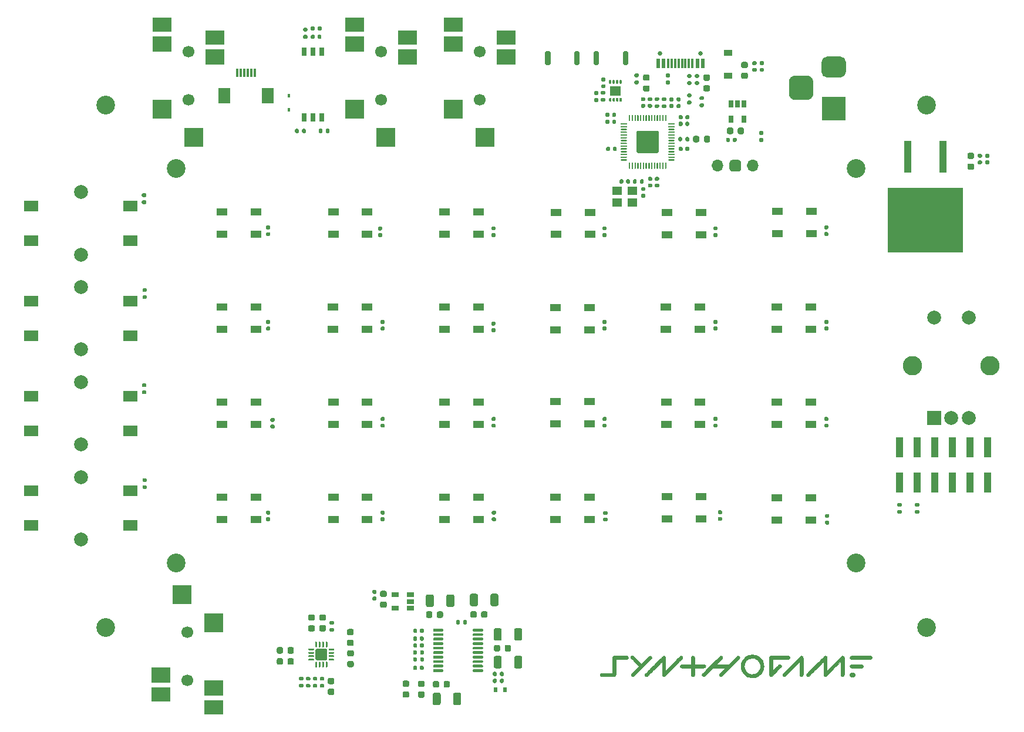
<source format=gts>
G04 #@! TF.GenerationSoftware,KiCad,Pcbnew,5.1.9+dfsg1-1~bpo10+1*
G04 #@! TF.CreationDate,2021-11-03T11:33:49+01:00*
G04 #@! TF.ProjectId,SynthoGame,53796e74-686f-4476-916d-652e6b696361,REV1*
G04 #@! TF.SameCoordinates,Original*
G04 #@! TF.FileFunction,Soldermask,Top*
G04 #@! TF.FilePolarity,Negative*
%FSLAX46Y46*%
G04 Gerber Fmt 4.6, Leading zero omitted, Abs format (unit mm)*
G04 Created by KiCad (PCBNEW 5.1.9+dfsg1-1~bpo10+1) date 2021-11-03 11:33:49*
%MOMM*%
%LPD*%
G01*
G04 APERTURE LIST*
%ADD10C,0.010000*%
%ADD11R,0.300000X1.300000*%
%ADD12R,1.800000X2.200000*%
%ADD13R,1.600000X1.400000*%
%ADD14R,0.600000X1.450000*%
%ADD15R,0.300000X1.450000*%
%ADD16C,0.650000*%
%ADD17R,1.200000X0.900000*%
%ADD18R,1.400000X1.200000*%
%ADD19O,1.700000X1.700000*%
%ADD20R,0.650000X1.060000*%
%ADD21R,0.600000X0.700000*%
%ADD22C,1.700000*%
%ADD23R,2.800000X2.000000*%
%ADD24R,2.800000X2.200000*%
%ADD25R,2.800000X2.800000*%
%ADD26R,1.500000X1.000000*%
%ADD27R,0.450000X0.600000*%
%ADD28R,0.800000X1.300000*%
%ADD29R,1.060000X0.650000*%
%ADD30R,3.500000X3.500000*%
%ADD31R,1.100000X4.600000*%
%ADD32R,10.800000X9.400000*%
%ADD33R,1.000000X3.000000*%
%ADD34R,2.000000X1.500000*%
%ADD35C,2.000000*%
%ADD36C,2.800000*%
%ADD37R,2.000000X2.000000*%
%ADD38C,2.700000*%
G04 APERTURE END LIST*
D10*
G36*
X179150940Y-124661978D02*
G01*
X179338186Y-124702241D01*
X179433367Y-124732440D01*
X179597753Y-124799896D01*
X179746668Y-124880829D01*
X179885885Y-124978915D01*
X180021175Y-125097833D01*
X180047577Y-125123749D01*
X180175078Y-125262414D01*
X180280148Y-125403009D01*
X180365580Y-125550407D01*
X180434172Y-125709484D01*
X180488719Y-125885115D01*
X180492388Y-125899350D01*
X180511881Y-125997751D01*
X180525632Y-126112545D01*
X180533224Y-126235292D01*
X180534243Y-126357548D01*
X180528273Y-126470872D01*
X180522896Y-126518937D01*
X180483792Y-126715540D01*
X180421941Y-126902918D01*
X180338786Y-127079592D01*
X180235770Y-127244080D01*
X180114335Y-127394903D01*
X179975925Y-127530581D01*
X179821983Y-127649632D01*
X179653952Y-127750578D01*
X179473276Y-127831936D01*
X179281397Y-127892228D01*
X179158861Y-127918133D01*
X179073488Y-127928711D01*
X178972088Y-127934641D01*
X178863560Y-127935932D01*
X178756802Y-127932593D01*
X178660711Y-127924635D01*
X178611250Y-127917537D01*
X178413836Y-127870305D01*
X178226283Y-127800624D01*
X178050169Y-127709947D01*
X177887073Y-127599726D01*
X177738574Y-127471412D01*
X177606249Y-127326458D01*
X177491676Y-127166317D01*
X177396435Y-126992440D01*
X177322104Y-126806279D01*
X177291859Y-126703642D01*
X177253366Y-126507018D01*
X177242290Y-126353140D01*
X177718815Y-126353140D01*
X177739512Y-126516782D01*
X177784102Y-126678201D01*
X177835705Y-126801050D01*
X177921664Y-126949612D01*
X178025411Y-127081327D01*
X178144879Y-127195192D01*
X178278002Y-127290203D01*
X178422716Y-127365356D01*
X178576952Y-127419648D01*
X178738647Y-127452074D01*
X178905733Y-127461632D01*
X179076145Y-127447317D01*
X179141414Y-127435394D01*
X179298712Y-127389442D01*
X179449018Y-127319690D01*
X179590389Y-127227229D01*
X179720882Y-127113155D01*
X179728850Y-127105111D01*
X179838323Y-126976385D01*
X179926061Y-126836839D01*
X179992046Y-126688823D01*
X180036264Y-126534684D01*
X180058698Y-126376771D01*
X180059333Y-126217432D01*
X180038153Y-126059014D01*
X179995143Y-125903866D01*
X179930287Y-125754337D01*
X179843568Y-125612773D01*
X179739658Y-125486463D01*
X179615194Y-125372081D01*
X179479183Y-125278926D01*
X179333994Y-125207049D01*
X179181998Y-125156496D01*
X179025563Y-125127317D01*
X178867060Y-125119559D01*
X178708858Y-125133272D01*
X178553326Y-125168503D01*
X178402835Y-125225301D01*
X178259754Y-125303714D01*
X178126452Y-125403790D01*
X178073780Y-125452463D01*
X177959593Y-125581493D01*
X177866879Y-125722002D01*
X177796041Y-125871704D01*
X177747482Y-126028317D01*
X177721605Y-126189557D01*
X177718815Y-126353140D01*
X177242290Y-126353140D01*
X177239258Y-126311030D01*
X177248544Y-126117478D01*
X177280234Y-125928160D01*
X177333340Y-125744876D01*
X177406871Y-125569426D01*
X177499839Y-125403607D01*
X177611253Y-125249219D01*
X177740124Y-125108062D01*
X177885463Y-124981934D01*
X178046280Y-124872635D01*
X178221585Y-124781963D01*
X178382650Y-124720427D01*
X178568870Y-124672790D01*
X178761908Y-124647202D01*
X178957389Y-124643615D01*
X179150940Y-124661978D01*
G37*
X179150940Y-124661978D02*
X179338186Y-124702241D01*
X179433367Y-124732440D01*
X179597753Y-124799896D01*
X179746668Y-124880829D01*
X179885885Y-124978915D01*
X180021175Y-125097833D01*
X180047577Y-125123749D01*
X180175078Y-125262414D01*
X180280148Y-125403009D01*
X180365580Y-125550407D01*
X180434172Y-125709484D01*
X180488719Y-125885115D01*
X180492388Y-125899350D01*
X180511881Y-125997751D01*
X180525632Y-126112545D01*
X180533224Y-126235292D01*
X180534243Y-126357548D01*
X180528273Y-126470872D01*
X180522896Y-126518937D01*
X180483792Y-126715540D01*
X180421941Y-126902918D01*
X180338786Y-127079592D01*
X180235770Y-127244080D01*
X180114335Y-127394903D01*
X179975925Y-127530581D01*
X179821983Y-127649632D01*
X179653952Y-127750578D01*
X179473276Y-127831936D01*
X179281397Y-127892228D01*
X179158861Y-127918133D01*
X179073488Y-127928711D01*
X178972088Y-127934641D01*
X178863560Y-127935932D01*
X178756802Y-127932593D01*
X178660711Y-127924635D01*
X178611250Y-127917537D01*
X178413836Y-127870305D01*
X178226283Y-127800624D01*
X178050169Y-127709947D01*
X177887073Y-127599726D01*
X177738574Y-127471412D01*
X177606249Y-127326458D01*
X177491676Y-127166317D01*
X177396435Y-126992440D01*
X177322104Y-126806279D01*
X177291859Y-126703642D01*
X177253366Y-126507018D01*
X177242290Y-126353140D01*
X177718815Y-126353140D01*
X177739512Y-126516782D01*
X177784102Y-126678201D01*
X177835705Y-126801050D01*
X177921664Y-126949612D01*
X178025411Y-127081327D01*
X178144879Y-127195192D01*
X178278002Y-127290203D01*
X178422716Y-127365356D01*
X178576952Y-127419648D01*
X178738647Y-127452074D01*
X178905733Y-127461632D01*
X179076145Y-127447317D01*
X179141414Y-127435394D01*
X179298712Y-127389442D01*
X179449018Y-127319690D01*
X179590389Y-127227229D01*
X179720882Y-127113155D01*
X179728850Y-127105111D01*
X179838323Y-126976385D01*
X179926061Y-126836839D01*
X179992046Y-126688823D01*
X180036264Y-126534684D01*
X180058698Y-126376771D01*
X180059333Y-126217432D01*
X180038153Y-126059014D01*
X179995143Y-125903866D01*
X179930287Y-125754337D01*
X179843568Y-125612773D01*
X179739658Y-125486463D01*
X179615194Y-125372081D01*
X179479183Y-125278926D01*
X179333994Y-125207049D01*
X179181998Y-125156496D01*
X179025563Y-125127317D01*
X178867060Y-125119559D01*
X178708858Y-125133272D01*
X178553326Y-125168503D01*
X178402835Y-125225301D01*
X178259754Y-125303714D01*
X178126452Y-125403790D01*
X178073780Y-125452463D01*
X177959593Y-125581493D01*
X177866879Y-125722002D01*
X177796041Y-125871704D01*
X177747482Y-126028317D01*
X177721605Y-126189557D01*
X177718815Y-126353140D01*
X177242290Y-126353140D01*
X177239258Y-126311030D01*
X177248544Y-126117478D01*
X177280234Y-125928160D01*
X177333340Y-125744876D01*
X177406871Y-125569426D01*
X177499839Y-125403607D01*
X177611253Y-125249219D01*
X177740124Y-125108062D01*
X177885463Y-124981934D01*
X178046280Y-124872635D01*
X178221585Y-124781963D01*
X178382650Y-124720427D01*
X178568870Y-124672790D01*
X178761908Y-124647202D01*
X178957389Y-124643615D01*
X179150940Y-124661978D01*
G36*
X193396393Y-127253394D02*
G01*
X193461170Y-127258447D01*
X193511018Y-127268696D01*
X193551125Y-127285635D01*
X193586678Y-127310758D01*
X193617775Y-127340262D01*
X193669451Y-127407628D01*
X193696412Y-127478749D01*
X193699294Y-127555821D01*
X193692066Y-127596605D01*
X193667721Y-127656273D01*
X193627053Y-127713347D01*
X193576392Y-127760934D01*
X193522068Y-127792142D01*
X193508350Y-127796661D01*
X193466042Y-127803875D01*
X193406881Y-127808313D01*
X193337852Y-127810063D01*
X193265945Y-127809210D01*
X193198146Y-127805842D01*
X193141444Y-127800046D01*
X193102826Y-127791909D01*
X193101950Y-127791604D01*
X193064371Y-127771910D01*
X193022505Y-127740676D01*
X192998306Y-127717899D01*
X192948017Y-127648839D01*
X192921966Y-127575254D01*
X192920104Y-127500047D01*
X192942379Y-127426120D01*
X192988739Y-127356376D01*
X193004959Y-127339059D01*
X193041731Y-127305871D01*
X193078716Y-127282149D01*
X193121164Y-127266400D01*
X193174325Y-127257136D01*
X193243449Y-127252865D01*
X193311500Y-127252041D01*
X193396393Y-127253394D01*
G37*
X193396393Y-127253394D02*
X193461170Y-127258447D01*
X193511018Y-127268696D01*
X193551125Y-127285635D01*
X193586678Y-127310758D01*
X193617775Y-127340262D01*
X193669451Y-127407628D01*
X193696412Y-127478749D01*
X193699294Y-127555821D01*
X193692066Y-127596605D01*
X193667721Y-127656273D01*
X193627053Y-127713347D01*
X193576392Y-127760934D01*
X193522068Y-127792142D01*
X193508350Y-127796661D01*
X193466042Y-127803875D01*
X193406881Y-127808313D01*
X193337852Y-127810063D01*
X193265945Y-127809210D01*
X193198146Y-127805842D01*
X193141444Y-127800046D01*
X193102826Y-127791909D01*
X193101950Y-127791604D01*
X193064371Y-127771910D01*
X193022505Y-127740676D01*
X192998306Y-127717899D01*
X192948017Y-127648839D01*
X192921966Y-127575254D01*
X192920104Y-127500047D01*
X192942379Y-127426120D01*
X192988739Y-127356376D01*
X193004959Y-127339059D01*
X193041731Y-127305871D01*
X193078716Y-127282149D01*
X193121164Y-127266400D01*
X193174325Y-127257136D01*
X193243449Y-127252865D01*
X193311500Y-127252041D01*
X193396393Y-127253394D01*
G36*
X159490109Y-124812362D02*
G01*
X159644665Y-124812576D01*
X159822506Y-124812884D01*
X159862518Y-124812948D01*
X160042143Y-124813248D01*
X160198138Y-124813577D01*
X160332273Y-124813980D01*
X160446317Y-124814504D01*
X160542040Y-124815197D01*
X160621211Y-124816104D01*
X160685600Y-124817272D01*
X160736978Y-124818747D01*
X160777113Y-124820577D01*
X160807776Y-124822807D01*
X160830736Y-124825484D01*
X160847762Y-124828655D01*
X160860625Y-124832366D01*
X160871095Y-124836665D01*
X160877136Y-124839632D01*
X160931471Y-124880629D01*
X160971650Y-124937465D01*
X160994916Y-125003498D01*
X160998511Y-125072088D01*
X160990070Y-125111736D01*
X160966816Y-125159029D01*
X160930953Y-125207793D01*
X160890599Y-125247824D01*
X160870783Y-125261660D01*
X160857907Y-125265045D01*
X160830857Y-125268085D01*
X160788329Y-125270813D01*
X160729017Y-125273261D01*
X160651618Y-125275465D01*
X160554826Y-125277457D01*
X160437336Y-125279270D01*
X160297845Y-125280940D01*
X160135047Y-125282498D01*
X160024800Y-125283400D01*
X159205650Y-125289750D01*
X159203377Y-126426400D01*
X159202960Y-126594903D01*
X159202404Y-126756678D01*
X159201725Y-126909849D01*
X159200938Y-127052540D01*
X159200058Y-127182874D01*
X159199100Y-127298976D01*
X159198081Y-127398969D01*
X159197016Y-127480976D01*
X159195919Y-127543122D01*
X159194806Y-127583531D01*
X159193747Y-127600089D01*
X159172635Y-127651641D01*
X159133832Y-127700860D01*
X159084351Y-127739515D01*
X159067424Y-127748303D01*
X159056550Y-127752782D01*
X159043842Y-127756657D01*
X159027500Y-127759971D01*
X159005726Y-127762765D01*
X158976719Y-127765080D01*
X158938680Y-127766958D01*
X158889808Y-127768441D01*
X158828305Y-127769570D01*
X158752371Y-127770387D01*
X158660206Y-127770933D01*
X158550011Y-127771250D01*
X158419985Y-127771380D01*
X158268329Y-127771364D01*
X158093244Y-127771244D01*
X158075350Y-127771229D01*
X157922293Y-127770959D01*
X157776063Y-127770436D01*
X157638735Y-127769683D01*
X157512383Y-127768723D01*
X157399081Y-127767581D01*
X157300903Y-127766280D01*
X157219924Y-127764845D01*
X157158216Y-127763299D01*
X157117856Y-127761665D01*
X157101150Y-127760047D01*
X157035356Y-127727744D01*
X156984500Y-127677058D01*
X156951368Y-127611912D01*
X156938744Y-127536225D01*
X156938700Y-127531300D01*
X156949671Y-127452913D01*
X156982041Y-127387970D01*
X157034996Y-127337599D01*
X157102520Y-127304642D01*
X157121404Y-127301308D01*
X157157663Y-127298443D01*
X157212333Y-127296029D01*
X157286446Y-127294048D01*
X157381037Y-127292483D01*
X157497140Y-127291314D01*
X157635787Y-127290525D01*
X157798014Y-127290096D01*
X157937545Y-127290000D01*
X158729400Y-127290000D01*
X158729400Y-126141476D01*
X158729537Y-125913588D01*
X158729952Y-125710798D01*
X158730648Y-125532807D01*
X158731627Y-125379313D01*
X158732895Y-125250018D01*
X158734453Y-125144621D01*
X158736306Y-125062821D01*
X158738457Y-125004319D01*
X158740909Y-124968814D01*
X158742907Y-124957201D01*
X158761116Y-124923417D01*
X158787545Y-124888628D01*
X158790532Y-124885391D01*
X158802983Y-124871878D01*
X158814200Y-124860115D01*
X158825936Y-124849983D01*
X158839941Y-124841364D01*
X158857967Y-124834141D01*
X158881766Y-124828193D01*
X158913088Y-124823404D01*
X158953685Y-124819654D01*
X159005308Y-124816826D01*
X159069708Y-124814800D01*
X159148637Y-124813460D01*
X159243846Y-124812685D01*
X159357086Y-124812359D01*
X159490109Y-124812362D01*
G37*
X159490109Y-124812362D02*
X159644665Y-124812576D01*
X159822506Y-124812884D01*
X159862518Y-124812948D01*
X160042143Y-124813248D01*
X160198138Y-124813577D01*
X160332273Y-124813980D01*
X160446317Y-124814504D01*
X160542040Y-124815197D01*
X160621211Y-124816104D01*
X160685600Y-124817272D01*
X160736978Y-124818747D01*
X160777113Y-124820577D01*
X160807776Y-124822807D01*
X160830736Y-124825484D01*
X160847762Y-124828655D01*
X160860625Y-124832366D01*
X160871095Y-124836665D01*
X160877136Y-124839632D01*
X160931471Y-124880629D01*
X160971650Y-124937465D01*
X160994916Y-125003498D01*
X160998511Y-125072088D01*
X160990070Y-125111736D01*
X160966816Y-125159029D01*
X160930953Y-125207793D01*
X160890599Y-125247824D01*
X160870783Y-125261660D01*
X160857907Y-125265045D01*
X160830857Y-125268085D01*
X160788329Y-125270813D01*
X160729017Y-125273261D01*
X160651618Y-125275465D01*
X160554826Y-125277457D01*
X160437336Y-125279270D01*
X160297845Y-125280940D01*
X160135047Y-125282498D01*
X160024800Y-125283400D01*
X159205650Y-125289750D01*
X159203377Y-126426400D01*
X159202960Y-126594903D01*
X159202404Y-126756678D01*
X159201725Y-126909849D01*
X159200938Y-127052540D01*
X159200058Y-127182874D01*
X159199100Y-127298976D01*
X159198081Y-127398969D01*
X159197016Y-127480976D01*
X159195919Y-127543122D01*
X159194806Y-127583531D01*
X159193747Y-127600089D01*
X159172635Y-127651641D01*
X159133832Y-127700860D01*
X159084351Y-127739515D01*
X159067424Y-127748303D01*
X159056550Y-127752782D01*
X159043842Y-127756657D01*
X159027500Y-127759971D01*
X159005726Y-127762765D01*
X158976719Y-127765080D01*
X158938680Y-127766958D01*
X158889808Y-127768441D01*
X158828305Y-127769570D01*
X158752371Y-127770387D01*
X158660206Y-127770933D01*
X158550011Y-127771250D01*
X158419985Y-127771380D01*
X158268329Y-127771364D01*
X158093244Y-127771244D01*
X158075350Y-127771229D01*
X157922293Y-127770959D01*
X157776063Y-127770436D01*
X157638735Y-127769683D01*
X157512383Y-127768723D01*
X157399081Y-127767581D01*
X157300903Y-127766280D01*
X157219924Y-127764845D01*
X157158216Y-127763299D01*
X157117856Y-127761665D01*
X157101150Y-127760047D01*
X157035356Y-127727744D01*
X156984500Y-127677058D01*
X156951368Y-127611912D01*
X156938744Y-127536225D01*
X156938700Y-127531300D01*
X156949671Y-127452913D01*
X156982041Y-127387970D01*
X157034996Y-127337599D01*
X157102520Y-127304642D01*
X157121404Y-127301308D01*
X157157663Y-127298443D01*
X157212333Y-127296029D01*
X157286446Y-127294048D01*
X157381037Y-127292483D01*
X157497140Y-127291314D01*
X157635787Y-127290525D01*
X157798014Y-127290096D01*
X157937545Y-127290000D01*
X158729400Y-127290000D01*
X158729400Y-126141476D01*
X158729537Y-125913588D01*
X158729952Y-125710798D01*
X158730648Y-125532807D01*
X158731627Y-125379313D01*
X158732895Y-125250018D01*
X158734453Y-125144621D01*
X158736306Y-125062821D01*
X158738457Y-125004319D01*
X158740909Y-124968814D01*
X158742907Y-124957201D01*
X158761116Y-124923417D01*
X158787545Y-124888628D01*
X158790532Y-124885391D01*
X158802983Y-124871878D01*
X158814200Y-124860115D01*
X158825936Y-124849983D01*
X158839941Y-124841364D01*
X158857967Y-124834141D01*
X158881766Y-124828193D01*
X158913088Y-124823404D01*
X158953685Y-124819654D01*
X159005308Y-124816826D01*
X159069708Y-124814800D01*
X159148637Y-124813460D01*
X159243846Y-124812685D01*
X159357086Y-124812359D01*
X159490109Y-124812362D01*
G36*
X161669953Y-124784860D02*
G01*
X161711230Y-124799943D01*
X161728376Y-124813126D01*
X161761711Y-124842747D01*
X161809560Y-124887193D01*
X161870248Y-124944845D01*
X161942099Y-125014090D01*
X162023438Y-125093309D01*
X162112590Y-125180889D01*
X162207879Y-125275211D01*
X162307630Y-125374660D01*
X162323377Y-125390424D01*
X162888404Y-125956361D01*
X163440977Y-125404532D01*
X163574004Y-125272099D01*
X163689804Y-125157713D01*
X163788700Y-125061063D01*
X163871020Y-124981839D01*
X163937090Y-124919729D01*
X163987236Y-124874424D01*
X164021783Y-124845612D01*
X164040767Y-124833101D01*
X164116510Y-124814256D01*
X164190463Y-124819137D01*
X164258360Y-124846190D01*
X164315937Y-124893861D01*
X164352081Y-124946520D01*
X164367167Y-124994955D01*
X164371650Y-125054187D01*
X164365517Y-125112259D01*
X164352307Y-125151106D01*
X164341010Y-125164591D01*
X164312762Y-125194958D01*
X164268600Y-125241157D01*
X164209561Y-125302134D01*
X164136682Y-125376839D01*
X164050999Y-125464220D01*
X163953548Y-125563224D01*
X163845365Y-125672801D01*
X163727488Y-125791899D01*
X163600954Y-125919465D01*
X163466797Y-126054448D01*
X163326055Y-126195796D01*
X163179765Y-126342458D01*
X163064446Y-126457893D01*
X162868758Y-126653508D01*
X162690440Y-126831457D01*
X162529048Y-126992176D01*
X162384134Y-127136102D01*
X162255254Y-127263673D01*
X162141961Y-127375324D01*
X162043809Y-127471492D01*
X161960351Y-127552615D01*
X161891143Y-127619128D01*
X161835738Y-127671468D01*
X161793690Y-127710073D01*
X161764553Y-127735378D01*
X161747881Y-127747821D01*
X161746052Y-127748783D01*
X161674035Y-127769297D01*
X161601853Y-127764760D01*
X161585802Y-127760462D01*
X161520733Y-127728601D01*
X161470505Y-127679844D01*
X161436851Y-127619053D01*
X161421506Y-127551090D01*
X161426202Y-127480815D01*
X161452675Y-127413091D01*
X161458528Y-127403611D01*
X161474142Y-127384415D01*
X161506087Y-127349146D01*
X161552632Y-127299590D01*
X161612047Y-127237535D01*
X161682602Y-127164767D01*
X161762566Y-127083071D01*
X161850208Y-126994235D01*
X161943798Y-126900046D01*
X162023615Y-126820219D01*
X162551975Y-126293289D01*
X161968906Y-125708969D01*
X161849739Y-125589410D01*
X161747376Y-125486369D01*
X161660561Y-125398506D01*
X161588035Y-125324483D01*
X161528539Y-125262961D01*
X161480817Y-125212601D01*
X161443608Y-125172063D01*
X161415656Y-125140009D01*
X161395702Y-125115099D01*
X161382488Y-125095995D01*
X161374756Y-125081357D01*
X161372139Y-125073850D01*
X161362398Y-125035184D01*
X161359481Y-125008557D01*
X161363349Y-124981552D01*
X161371763Y-124949677D01*
X161395686Y-124897678D01*
X161434833Y-124846067D01*
X161480954Y-124804932D01*
X161499254Y-124793801D01*
X161548675Y-124779082D01*
X161609279Y-124776209D01*
X161669953Y-124784860D01*
G37*
X161669953Y-124784860D02*
X161711230Y-124799943D01*
X161728376Y-124813126D01*
X161761711Y-124842747D01*
X161809560Y-124887193D01*
X161870248Y-124944845D01*
X161942099Y-125014090D01*
X162023438Y-125093309D01*
X162112590Y-125180889D01*
X162207879Y-125275211D01*
X162307630Y-125374660D01*
X162323377Y-125390424D01*
X162888404Y-125956361D01*
X163440977Y-125404532D01*
X163574004Y-125272099D01*
X163689804Y-125157713D01*
X163788700Y-125061063D01*
X163871020Y-124981839D01*
X163937090Y-124919729D01*
X163987236Y-124874424D01*
X164021783Y-124845612D01*
X164040767Y-124833101D01*
X164116510Y-124814256D01*
X164190463Y-124819137D01*
X164258360Y-124846190D01*
X164315937Y-124893861D01*
X164352081Y-124946520D01*
X164367167Y-124994955D01*
X164371650Y-125054187D01*
X164365517Y-125112259D01*
X164352307Y-125151106D01*
X164341010Y-125164591D01*
X164312762Y-125194958D01*
X164268600Y-125241157D01*
X164209561Y-125302134D01*
X164136682Y-125376839D01*
X164050999Y-125464220D01*
X163953548Y-125563224D01*
X163845365Y-125672801D01*
X163727488Y-125791899D01*
X163600954Y-125919465D01*
X163466797Y-126054448D01*
X163326055Y-126195796D01*
X163179765Y-126342458D01*
X163064446Y-126457893D01*
X162868758Y-126653508D01*
X162690440Y-126831457D01*
X162529048Y-126992176D01*
X162384134Y-127136102D01*
X162255254Y-127263673D01*
X162141961Y-127375324D01*
X162043809Y-127471492D01*
X161960351Y-127552615D01*
X161891143Y-127619128D01*
X161835738Y-127671468D01*
X161793690Y-127710073D01*
X161764553Y-127735378D01*
X161747881Y-127747821D01*
X161746052Y-127748783D01*
X161674035Y-127769297D01*
X161601853Y-127764760D01*
X161585802Y-127760462D01*
X161520733Y-127728601D01*
X161470505Y-127679844D01*
X161436851Y-127619053D01*
X161421506Y-127551090D01*
X161426202Y-127480815D01*
X161452675Y-127413091D01*
X161458528Y-127403611D01*
X161474142Y-127384415D01*
X161506087Y-127349146D01*
X161552632Y-127299590D01*
X161612047Y-127237535D01*
X161682602Y-127164767D01*
X161762566Y-127083071D01*
X161850208Y-126994235D01*
X161943798Y-126900046D01*
X162023615Y-126820219D01*
X162551975Y-126293289D01*
X161968906Y-125708969D01*
X161849739Y-125589410D01*
X161747376Y-125486369D01*
X161660561Y-125398506D01*
X161588035Y-125324483D01*
X161528539Y-125262961D01*
X161480817Y-125212601D01*
X161443608Y-125172063D01*
X161415656Y-125140009D01*
X161395702Y-125115099D01*
X161382488Y-125095995D01*
X161374756Y-125081357D01*
X161372139Y-125073850D01*
X161362398Y-125035184D01*
X161359481Y-125008557D01*
X161363349Y-124981552D01*
X161371763Y-124949677D01*
X161395686Y-124897678D01*
X161434833Y-124846067D01*
X161480954Y-124804932D01*
X161499254Y-124793801D01*
X161548675Y-124779082D01*
X161609279Y-124776209D01*
X161669953Y-124784860D01*
G36*
X168603249Y-124813023D02*
G01*
X168619764Y-124814646D01*
X168637380Y-124816560D01*
X168704077Y-124835053D01*
X168764729Y-124874713D01*
X168813078Y-124931308D01*
X168817282Y-124938223D01*
X168833518Y-124983995D01*
X168840020Y-125041934D01*
X168836575Y-125100658D01*
X168822970Y-125148784D01*
X168821295Y-125152101D01*
X168810186Y-125165186D01*
X168782104Y-125195147D01*
X168738081Y-125240942D01*
X168679148Y-125301528D01*
X168606335Y-125375863D01*
X168520672Y-125462905D01*
X168423191Y-125561612D01*
X168314921Y-125670940D01*
X168196895Y-125789849D01*
X168070142Y-125917295D01*
X167935692Y-126052236D01*
X167794577Y-126193630D01*
X167647828Y-126340434D01*
X167521813Y-126466314D01*
X167339026Y-126648713D01*
X167173335Y-126813886D01*
X167023929Y-126962620D01*
X166889998Y-127095704D01*
X166770733Y-127213926D01*
X166665322Y-127318076D01*
X166572956Y-127408940D01*
X166492825Y-127487308D01*
X166424119Y-127553968D01*
X166366027Y-127609708D01*
X166317740Y-127655317D01*
X166278446Y-127691583D01*
X166247337Y-127719295D01*
X166223602Y-127739241D01*
X166206430Y-127752209D01*
X166195012Y-127758988D01*
X166192522Y-127759954D01*
X166123302Y-127769416D01*
X166053676Y-127757249D01*
X165990016Y-127726097D01*
X165938698Y-127678601D01*
X165917850Y-127646091D01*
X165913110Y-127636224D01*
X165908993Y-127625309D01*
X165905455Y-127611590D01*
X165902452Y-127593307D01*
X165899940Y-127568703D01*
X165897876Y-127536018D01*
X165896215Y-127493495D01*
X165894914Y-127439375D01*
X165893929Y-127371900D01*
X165893217Y-127289311D01*
X165892732Y-127189850D01*
X165892432Y-127071759D01*
X165892272Y-126933279D01*
X165892210Y-126772652D01*
X165892200Y-126617405D01*
X165892080Y-126462252D01*
X165891735Y-126314679D01*
X165891183Y-126176626D01*
X165890442Y-126050028D01*
X165889531Y-125936824D01*
X165888468Y-125838949D01*
X165887273Y-125758342D01*
X165885964Y-125696939D01*
X165884560Y-125656678D01*
X165883078Y-125639496D01*
X165882777Y-125639000D01*
X165872752Y-125647799D01*
X165845897Y-125673456D01*
X165803334Y-125714859D01*
X165746185Y-125770899D01*
X165675573Y-125840463D01*
X165592619Y-125922441D01*
X165498445Y-126015722D01*
X165394175Y-126119194D01*
X165280929Y-126231747D01*
X165159831Y-126352269D01*
X165032001Y-126479650D01*
X164898563Y-126612779D01*
X164819152Y-126692079D01*
X164656722Y-126854270D01*
X164511238Y-126999382D01*
X164381735Y-127128345D01*
X164267249Y-127242090D01*
X164166816Y-127341548D01*
X164079470Y-127427651D01*
X164004248Y-127501328D01*
X163940185Y-127563512D01*
X163886317Y-127615133D01*
X163841679Y-127657123D01*
X163805307Y-127690412D01*
X163776237Y-127715931D01*
X163753504Y-127734611D01*
X163736143Y-127747384D01*
X163723191Y-127755179D01*
X163714150Y-127758808D01*
X163662682Y-127769744D01*
X163620813Y-127769619D01*
X163575075Y-127758011D01*
X163563720Y-127754075D01*
X163497269Y-127718123D01*
X163447020Y-127662951D01*
X163427003Y-127626550D01*
X163405827Y-127555489D01*
X163409492Y-127485544D01*
X163422486Y-127445167D01*
X163433846Y-127430294D01*
X163462018Y-127398810D01*
X163505757Y-127351965D01*
X163563815Y-127291008D01*
X163634946Y-127217191D01*
X163717905Y-127131763D01*
X163811443Y-127035975D01*
X163914316Y-126931076D01*
X164025275Y-126818317D01*
X164143076Y-126698947D01*
X164266472Y-126574218D01*
X164394215Y-126445379D01*
X164525060Y-126313680D01*
X164657761Y-126180371D01*
X164791070Y-126046703D01*
X164923741Y-125913926D01*
X165054528Y-125783290D01*
X165182185Y-125656045D01*
X165305465Y-125533441D01*
X165423121Y-125416728D01*
X165533908Y-125307157D01*
X165636578Y-125205978D01*
X165729885Y-125114440D01*
X165812583Y-125033795D01*
X165883425Y-124965291D01*
X165941165Y-124910180D01*
X165984557Y-124869711D01*
X166012354Y-124845135D01*
X166021869Y-124838055D01*
X166089119Y-124816459D01*
X166159709Y-124816825D01*
X166227510Y-124837542D01*
X166286396Y-124877002D01*
X166319985Y-124916344D01*
X166355750Y-124970382D01*
X166359154Y-125961509D01*
X166362559Y-126952636D01*
X167419604Y-125897192D01*
X167582501Y-125734516D01*
X167728418Y-125588819D01*
X167858398Y-125459175D01*
X167973480Y-125344662D01*
X168074706Y-125244357D01*
X168163116Y-125157335D01*
X168239751Y-125082673D01*
X168305652Y-125019448D01*
X168361860Y-124966735D01*
X168409415Y-124923612D01*
X168449358Y-124889155D01*
X168482730Y-124862441D01*
X168510571Y-124842545D01*
X168533923Y-124828544D01*
X168553826Y-124819515D01*
X168571321Y-124814534D01*
X168587448Y-124812678D01*
X168603249Y-124813023D01*
G37*
X168603249Y-124813023D02*
X168619764Y-124814646D01*
X168637380Y-124816560D01*
X168704077Y-124835053D01*
X168764729Y-124874713D01*
X168813078Y-124931308D01*
X168817282Y-124938223D01*
X168833518Y-124983995D01*
X168840020Y-125041934D01*
X168836575Y-125100658D01*
X168822970Y-125148784D01*
X168821295Y-125152101D01*
X168810186Y-125165186D01*
X168782104Y-125195147D01*
X168738081Y-125240942D01*
X168679148Y-125301528D01*
X168606335Y-125375863D01*
X168520672Y-125462905D01*
X168423191Y-125561612D01*
X168314921Y-125670940D01*
X168196895Y-125789849D01*
X168070142Y-125917295D01*
X167935692Y-126052236D01*
X167794577Y-126193630D01*
X167647828Y-126340434D01*
X167521813Y-126466314D01*
X167339026Y-126648713D01*
X167173335Y-126813886D01*
X167023929Y-126962620D01*
X166889998Y-127095704D01*
X166770733Y-127213926D01*
X166665322Y-127318076D01*
X166572956Y-127408940D01*
X166492825Y-127487308D01*
X166424119Y-127553968D01*
X166366027Y-127609708D01*
X166317740Y-127655317D01*
X166278446Y-127691583D01*
X166247337Y-127719295D01*
X166223602Y-127739241D01*
X166206430Y-127752209D01*
X166195012Y-127758988D01*
X166192522Y-127759954D01*
X166123302Y-127769416D01*
X166053676Y-127757249D01*
X165990016Y-127726097D01*
X165938698Y-127678601D01*
X165917850Y-127646091D01*
X165913110Y-127636224D01*
X165908993Y-127625309D01*
X165905455Y-127611590D01*
X165902452Y-127593307D01*
X165899940Y-127568703D01*
X165897876Y-127536018D01*
X165896215Y-127493495D01*
X165894914Y-127439375D01*
X165893929Y-127371900D01*
X165893217Y-127289311D01*
X165892732Y-127189850D01*
X165892432Y-127071759D01*
X165892272Y-126933279D01*
X165892210Y-126772652D01*
X165892200Y-126617405D01*
X165892080Y-126462252D01*
X165891735Y-126314679D01*
X165891183Y-126176626D01*
X165890442Y-126050028D01*
X165889531Y-125936824D01*
X165888468Y-125838949D01*
X165887273Y-125758342D01*
X165885964Y-125696939D01*
X165884560Y-125656678D01*
X165883078Y-125639496D01*
X165882777Y-125639000D01*
X165872752Y-125647799D01*
X165845897Y-125673456D01*
X165803334Y-125714859D01*
X165746185Y-125770899D01*
X165675573Y-125840463D01*
X165592619Y-125922441D01*
X165498445Y-126015722D01*
X165394175Y-126119194D01*
X165280929Y-126231747D01*
X165159831Y-126352269D01*
X165032001Y-126479650D01*
X164898563Y-126612779D01*
X164819152Y-126692079D01*
X164656722Y-126854270D01*
X164511238Y-126999382D01*
X164381735Y-127128345D01*
X164267249Y-127242090D01*
X164166816Y-127341548D01*
X164079470Y-127427651D01*
X164004248Y-127501328D01*
X163940185Y-127563512D01*
X163886317Y-127615133D01*
X163841679Y-127657123D01*
X163805307Y-127690412D01*
X163776237Y-127715931D01*
X163753504Y-127734611D01*
X163736143Y-127747384D01*
X163723191Y-127755179D01*
X163714150Y-127758808D01*
X163662682Y-127769744D01*
X163620813Y-127769619D01*
X163575075Y-127758011D01*
X163563720Y-127754075D01*
X163497269Y-127718123D01*
X163447020Y-127662951D01*
X163427003Y-127626550D01*
X163405827Y-127555489D01*
X163409492Y-127485544D01*
X163422486Y-127445167D01*
X163433846Y-127430294D01*
X163462018Y-127398810D01*
X163505757Y-127351965D01*
X163563815Y-127291008D01*
X163634946Y-127217191D01*
X163717905Y-127131763D01*
X163811443Y-127035975D01*
X163914316Y-126931076D01*
X164025275Y-126818317D01*
X164143076Y-126698947D01*
X164266472Y-126574218D01*
X164394215Y-126445379D01*
X164525060Y-126313680D01*
X164657761Y-126180371D01*
X164791070Y-126046703D01*
X164923741Y-125913926D01*
X165054528Y-125783290D01*
X165182185Y-125656045D01*
X165305465Y-125533441D01*
X165423121Y-125416728D01*
X165533908Y-125307157D01*
X165636578Y-125205978D01*
X165729885Y-125114440D01*
X165812583Y-125033795D01*
X165883425Y-124965291D01*
X165941165Y-124910180D01*
X165984557Y-124869711D01*
X166012354Y-124845135D01*
X166021869Y-124838055D01*
X166089119Y-124816459D01*
X166159709Y-124816825D01*
X166227510Y-124837542D01*
X166286396Y-124877002D01*
X166319985Y-124916344D01*
X166355750Y-124970382D01*
X166359154Y-125961509D01*
X166362559Y-126952636D01*
X167419604Y-125897192D01*
X167582501Y-125734516D01*
X167728418Y-125588819D01*
X167858398Y-125459175D01*
X167973480Y-125344662D01*
X168074706Y-125244357D01*
X168163116Y-125157335D01*
X168239751Y-125082673D01*
X168305652Y-125019448D01*
X168361860Y-124966735D01*
X168409415Y-124923612D01*
X168449358Y-124889155D01*
X168482730Y-124862441D01*
X168510571Y-124842545D01*
X168533923Y-124828544D01*
X168553826Y-124819515D01*
X168571321Y-124814534D01*
X168587448Y-124812678D01*
X168603249Y-124813023D01*
G36*
X170410221Y-124839510D02*
G01*
X170469154Y-124877378D01*
X170515927Y-124933660D01*
X170529228Y-124959024D01*
X170535053Y-124973506D01*
X170539829Y-124990521D01*
X170543659Y-125012596D01*
X170546649Y-125042261D01*
X170548903Y-125082044D01*
X170550527Y-125134473D01*
X170551626Y-125202076D01*
X170552304Y-125287382D01*
X170552666Y-125392919D01*
X170552817Y-125521216D01*
X170552821Y-125527474D01*
X170553100Y-126044598D01*
X171274765Y-126048174D01*
X171996431Y-126051750D01*
X172049214Y-126086689D01*
X172101586Y-126134882D01*
X172135686Y-126194624D01*
X172151733Y-126260947D01*
X172149945Y-126328882D01*
X172130541Y-126393459D01*
X172093738Y-126449711D01*
X172039754Y-126492667D01*
X172031187Y-126497165D01*
X172019510Y-126502421D01*
X172005962Y-126506888D01*
X171988450Y-126510642D01*
X171964882Y-126513759D01*
X171933165Y-126516317D01*
X171891204Y-126518393D01*
X171836907Y-126520063D01*
X171768180Y-126521405D01*
X171682930Y-126522496D01*
X171579064Y-126523412D01*
X171454489Y-126524231D01*
X171307111Y-126525030D01*
X171267987Y-126525228D01*
X170554125Y-126528806D01*
X170550437Y-127071328D01*
X170546750Y-127613850D01*
X170517069Y-127661587D01*
X170469790Y-127714979D01*
X170407897Y-127752094D01*
X170337770Y-127770951D01*
X170265789Y-127769572D01*
X170216313Y-127754901D01*
X170171058Y-127724950D01*
X170128111Y-127679427D01*
X170095272Y-127627558D01*
X170083963Y-127598322D01*
X170080408Y-127572263D01*
X170077337Y-127522434D01*
X170074792Y-127450457D01*
X170072809Y-127357957D01*
X170071429Y-127246560D01*
X170070690Y-127117889D01*
X170070570Y-127039175D01*
X170070500Y-126528000D01*
X169381525Y-126527929D01*
X169213049Y-126527654D01*
X169064623Y-126526878D01*
X168937078Y-126525614D01*
X168831244Y-126523878D01*
X168747952Y-126521686D01*
X168688035Y-126519051D01*
X168652324Y-126515990D01*
X168644577Y-126514536D01*
X168591885Y-126490356D01*
X168541067Y-126451132D01*
X168501208Y-126404678D01*
X168487458Y-126379381D01*
X168472561Y-126317178D01*
X168473445Y-126248813D01*
X168487537Y-126193829D01*
X168519206Y-126143239D01*
X168566079Y-126097285D01*
X168618386Y-126065253D01*
X168625837Y-126062317D01*
X168644316Y-126058720D01*
X168679257Y-126055636D01*
X168731871Y-126053041D01*
X168803371Y-126050909D01*
X168894967Y-126049213D01*
X169007870Y-126047927D01*
X169143293Y-126047026D01*
X169302446Y-126046483D01*
X169368825Y-126046366D01*
X170070500Y-126045400D01*
X170070500Y-125549373D01*
X170070629Y-125411919D01*
X170071210Y-125297402D01*
X170072526Y-125203360D01*
X170074863Y-125127329D01*
X170078508Y-125066848D01*
X170083745Y-125019454D01*
X170090860Y-124982684D01*
X170100139Y-124954077D01*
X170111868Y-124931169D01*
X170126331Y-124911499D01*
X170143815Y-124892603D01*
X170147048Y-124889351D01*
X170207539Y-124844977D01*
X170274704Y-124822451D01*
X170343834Y-124820915D01*
X170410221Y-124839510D01*
G37*
X170410221Y-124839510D02*
X170469154Y-124877378D01*
X170515927Y-124933660D01*
X170529228Y-124959024D01*
X170535053Y-124973506D01*
X170539829Y-124990521D01*
X170543659Y-125012596D01*
X170546649Y-125042261D01*
X170548903Y-125082044D01*
X170550527Y-125134473D01*
X170551626Y-125202076D01*
X170552304Y-125287382D01*
X170552666Y-125392919D01*
X170552817Y-125521216D01*
X170552821Y-125527474D01*
X170553100Y-126044598D01*
X171274765Y-126048174D01*
X171996431Y-126051750D01*
X172049214Y-126086689D01*
X172101586Y-126134882D01*
X172135686Y-126194624D01*
X172151733Y-126260947D01*
X172149945Y-126328882D01*
X172130541Y-126393459D01*
X172093738Y-126449711D01*
X172039754Y-126492667D01*
X172031187Y-126497165D01*
X172019510Y-126502421D01*
X172005962Y-126506888D01*
X171988450Y-126510642D01*
X171964882Y-126513759D01*
X171933165Y-126516317D01*
X171891204Y-126518393D01*
X171836907Y-126520063D01*
X171768180Y-126521405D01*
X171682930Y-126522496D01*
X171579064Y-126523412D01*
X171454489Y-126524231D01*
X171307111Y-126525030D01*
X171267987Y-126525228D01*
X170554125Y-126528806D01*
X170550437Y-127071328D01*
X170546750Y-127613850D01*
X170517069Y-127661587D01*
X170469790Y-127714979D01*
X170407897Y-127752094D01*
X170337770Y-127770951D01*
X170265789Y-127769572D01*
X170216313Y-127754901D01*
X170171058Y-127724950D01*
X170128111Y-127679427D01*
X170095272Y-127627558D01*
X170083963Y-127598322D01*
X170080408Y-127572263D01*
X170077337Y-127522434D01*
X170074792Y-127450457D01*
X170072809Y-127357957D01*
X170071429Y-127246560D01*
X170070690Y-127117889D01*
X170070570Y-127039175D01*
X170070500Y-126528000D01*
X169381525Y-126527929D01*
X169213049Y-126527654D01*
X169064623Y-126526878D01*
X168937078Y-126525614D01*
X168831244Y-126523878D01*
X168747952Y-126521686D01*
X168688035Y-126519051D01*
X168652324Y-126515990D01*
X168644577Y-126514536D01*
X168591885Y-126490356D01*
X168541067Y-126451132D01*
X168501208Y-126404678D01*
X168487458Y-126379381D01*
X168472561Y-126317178D01*
X168473445Y-126248813D01*
X168487537Y-126193829D01*
X168519206Y-126143239D01*
X168566079Y-126097285D01*
X168618386Y-126065253D01*
X168625837Y-126062317D01*
X168644316Y-126058720D01*
X168679257Y-126055636D01*
X168731871Y-126053041D01*
X168803371Y-126050909D01*
X168894967Y-126049213D01*
X169007870Y-126047927D01*
X169143293Y-126047026D01*
X169302446Y-126046483D01*
X169368825Y-126046366D01*
X170070500Y-126045400D01*
X170070500Y-125549373D01*
X170070629Y-125411919D01*
X170071210Y-125297402D01*
X170072526Y-125203360D01*
X170074863Y-125127329D01*
X170078508Y-125066848D01*
X170083745Y-125019454D01*
X170090860Y-124982684D01*
X170100139Y-124954077D01*
X170111868Y-124931169D01*
X170126331Y-124911499D01*
X170143815Y-124892603D01*
X170147048Y-124889351D01*
X170207539Y-124844977D01*
X170274704Y-124822451D01*
X170343834Y-124820915D01*
X170410221Y-124839510D01*
G36*
X176838417Y-124813262D02*
G01*
X176860496Y-124816344D01*
X176866712Y-124817199D01*
X176935818Y-124838134D01*
X176992636Y-124877986D01*
X177034789Y-124932283D01*
X177059895Y-124996553D01*
X177065575Y-125066324D01*
X177049449Y-125137125D01*
X177043852Y-125150050D01*
X177032527Y-125165619D01*
X177006214Y-125195763D01*
X176964639Y-125240761D01*
X176907531Y-125300889D01*
X176834617Y-125376425D01*
X176745625Y-125467646D01*
X176640281Y-125574832D01*
X176518314Y-125698258D01*
X176379451Y-125838204D01*
X176223420Y-125994945D01*
X176049947Y-126168762D01*
X175858761Y-126359930D01*
X175745556Y-126472971D01*
X175567016Y-126651188D01*
X175405548Y-126812342D01*
X175260222Y-126957290D01*
X175130109Y-127086889D01*
X175014281Y-127201996D01*
X174911810Y-127303469D01*
X174821765Y-127392165D01*
X174743218Y-127468941D01*
X174675240Y-127534654D01*
X174616903Y-127590162D01*
X174567277Y-127636321D01*
X174525434Y-127673990D01*
X174490445Y-127704025D01*
X174461380Y-127727284D01*
X174437311Y-127744624D01*
X174417309Y-127756901D01*
X174400446Y-127764974D01*
X174385791Y-127769700D01*
X174372417Y-127771936D01*
X174359394Y-127772538D01*
X174345794Y-127772365D01*
X174337700Y-127772250D01*
X174294988Y-127763970D01*
X174245216Y-127743123D01*
X174199386Y-127714994D01*
X174176381Y-127694727D01*
X174143527Y-127647098D01*
X174119407Y-127589786D01*
X174109165Y-127535286D01*
X174109100Y-127531299D01*
X174110082Y-127509426D01*
X174113982Y-127487951D01*
X174122230Y-127465157D01*
X174136257Y-127439326D01*
X174157494Y-127408742D01*
X174187371Y-127371687D01*
X174227318Y-127326445D01*
X174278767Y-127271298D01*
X174343147Y-127204528D01*
X174421889Y-127124419D01*
X174516425Y-127029254D01*
X174582558Y-126962975D01*
X175017011Y-126528000D01*
X173205777Y-126528000D01*
X172606624Y-127126892D01*
X172468534Y-127264548D01*
X172347655Y-127384242D01*
X172243609Y-127486336D01*
X172156018Y-127571191D01*
X172084503Y-127639170D01*
X172028685Y-127690635D01*
X171988188Y-127725947D01*
X171962632Y-127745468D01*
X171956560Y-127748913D01*
X171896556Y-127767508D01*
X171838940Y-127770047D01*
X171810400Y-127763704D01*
X171733103Y-127725803D01*
X171677994Y-127675779D01*
X171644651Y-127613078D01*
X171632651Y-127537149D01*
X171632600Y-127531300D01*
X171636151Y-127479463D01*
X171649591Y-127437846D01*
X171669315Y-127403611D01*
X171684332Y-127385365D01*
X171715943Y-127350840D01*
X171762892Y-127301287D01*
X171823923Y-127237956D01*
X171897780Y-127162096D01*
X171983207Y-127074960D01*
X172078948Y-126977797D01*
X172183745Y-126871859D01*
X172296344Y-126758394D01*
X172415487Y-126638654D01*
X172539920Y-126513890D01*
X172668385Y-126385352D01*
X172799626Y-126254290D01*
X172932388Y-126121955D01*
X173065413Y-125989598D01*
X173197447Y-125858468D01*
X173327232Y-125729817D01*
X173453513Y-125604895D01*
X173575033Y-125484952D01*
X173690536Y-125371239D01*
X173798766Y-125265007D01*
X173898466Y-125167505D01*
X173988382Y-125079985D01*
X174067256Y-125003697D01*
X174133831Y-124939892D01*
X174186853Y-124889819D01*
X174225065Y-124854730D01*
X174247211Y-124835875D01*
X174251567Y-124833033D01*
X174327705Y-124813944D01*
X174401699Y-124818930D01*
X174469705Y-124847134D01*
X174524689Y-124893991D01*
X174567320Y-124959794D01*
X174585665Y-125030837D01*
X174579358Y-125104309D01*
X174558943Y-125157932D01*
X174546710Y-125173465D01*
X174518300Y-125204970D01*
X174475561Y-125250528D01*
X174420345Y-125308219D01*
X174354501Y-125376122D01*
X174279880Y-125452318D01*
X174198332Y-125534886D01*
X174115972Y-125617638D01*
X174030373Y-125703471D01*
X173950519Y-125783820D01*
X173878160Y-125856905D01*
X173815044Y-125920947D01*
X173762921Y-125974165D01*
X173723540Y-126014781D01*
X173698650Y-126041014D01*
X173690000Y-126051080D01*
X173702362Y-126052240D01*
X173738103Y-126053341D01*
X173795200Y-126054367D01*
X173871631Y-126055300D01*
X173965373Y-126056126D01*
X174074405Y-126056830D01*
X174196705Y-126057394D01*
X174330250Y-126057803D01*
X174473020Y-126058042D01*
X174587976Y-126058100D01*
X175485953Y-126058100D01*
X176102451Y-125443152D01*
X176225339Y-125320545D01*
X176331621Y-125214620D01*
X176422743Y-125124191D01*
X176500152Y-125048073D01*
X176565296Y-124985081D01*
X176619622Y-124934030D01*
X176664576Y-124893734D01*
X176701606Y-124863009D01*
X176732159Y-124840669D01*
X176757683Y-124825529D01*
X176779623Y-124816403D01*
X176799427Y-124812107D01*
X176818543Y-124811455D01*
X176838417Y-124813262D01*
G37*
X176838417Y-124813262D02*
X176860496Y-124816344D01*
X176866712Y-124817199D01*
X176935818Y-124838134D01*
X176992636Y-124877986D01*
X177034789Y-124932283D01*
X177059895Y-124996553D01*
X177065575Y-125066324D01*
X177049449Y-125137125D01*
X177043852Y-125150050D01*
X177032527Y-125165619D01*
X177006214Y-125195763D01*
X176964639Y-125240761D01*
X176907531Y-125300889D01*
X176834617Y-125376425D01*
X176745625Y-125467646D01*
X176640281Y-125574832D01*
X176518314Y-125698258D01*
X176379451Y-125838204D01*
X176223420Y-125994945D01*
X176049947Y-126168762D01*
X175858761Y-126359930D01*
X175745556Y-126472971D01*
X175567016Y-126651188D01*
X175405548Y-126812342D01*
X175260222Y-126957290D01*
X175130109Y-127086889D01*
X175014281Y-127201996D01*
X174911810Y-127303469D01*
X174821765Y-127392165D01*
X174743218Y-127468941D01*
X174675240Y-127534654D01*
X174616903Y-127590162D01*
X174567277Y-127636321D01*
X174525434Y-127673990D01*
X174490445Y-127704025D01*
X174461380Y-127727284D01*
X174437311Y-127744624D01*
X174417309Y-127756901D01*
X174400446Y-127764974D01*
X174385791Y-127769700D01*
X174372417Y-127771936D01*
X174359394Y-127772538D01*
X174345794Y-127772365D01*
X174337700Y-127772250D01*
X174294988Y-127763970D01*
X174245216Y-127743123D01*
X174199386Y-127714994D01*
X174176381Y-127694727D01*
X174143527Y-127647098D01*
X174119407Y-127589786D01*
X174109165Y-127535286D01*
X174109100Y-127531299D01*
X174110082Y-127509426D01*
X174113982Y-127487951D01*
X174122230Y-127465157D01*
X174136257Y-127439326D01*
X174157494Y-127408742D01*
X174187371Y-127371687D01*
X174227318Y-127326445D01*
X174278767Y-127271298D01*
X174343147Y-127204528D01*
X174421889Y-127124419D01*
X174516425Y-127029254D01*
X174582558Y-126962975D01*
X175017011Y-126528000D01*
X173205777Y-126528000D01*
X172606624Y-127126892D01*
X172468534Y-127264548D01*
X172347655Y-127384242D01*
X172243609Y-127486336D01*
X172156018Y-127571191D01*
X172084503Y-127639170D01*
X172028685Y-127690635D01*
X171988188Y-127725947D01*
X171962632Y-127745468D01*
X171956560Y-127748913D01*
X171896556Y-127767508D01*
X171838940Y-127770047D01*
X171810400Y-127763704D01*
X171733103Y-127725803D01*
X171677994Y-127675779D01*
X171644651Y-127613078D01*
X171632651Y-127537149D01*
X171632600Y-127531300D01*
X171636151Y-127479463D01*
X171649591Y-127437846D01*
X171669315Y-127403611D01*
X171684332Y-127385365D01*
X171715943Y-127350840D01*
X171762892Y-127301287D01*
X171823923Y-127237956D01*
X171897780Y-127162096D01*
X171983207Y-127074960D01*
X172078948Y-126977797D01*
X172183745Y-126871859D01*
X172296344Y-126758394D01*
X172415487Y-126638654D01*
X172539920Y-126513890D01*
X172668385Y-126385352D01*
X172799626Y-126254290D01*
X172932388Y-126121955D01*
X173065413Y-125989598D01*
X173197447Y-125858468D01*
X173327232Y-125729817D01*
X173453513Y-125604895D01*
X173575033Y-125484952D01*
X173690536Y-125371239D01*
X173798766Y-125265007D01*
X173898466Y-125167505D01*
X173988382Y-125079985D01*
X174067256Y-125003697D01*
X174133831Y-124939892D01*
X174186853Y-124889819D01*
X174225065Y-124854730D01*
X174247211Y-124835875D01*
X174251567Y-124833033D01*
X174327705Y-124813944D01*
X174401699Y-124818930D01*
X174469705Y-124847134D01*
X174524689Y-124893991D01*
X174567320Y-124959794D01*
X174585665Y-125030837D01*
X174579358Y-125104309D01*
X174558943Y-125157932D01*
X174546710Y-125173465D01*
X174518300Y-125204970D01*
X174475561Y-125250528D01*
X174420345Y-125308219D01*
X174354501Y-125376122D01*
X174279880Y-125452318D01*
X174198332Y-125534886D01*
X174115972Y-125617638D01*
X174030373Y-125703471D01*
X173950519Y-125783820D01*
X173878160Y-125856905D01*
X173815044Y-125920947D01*
X173762921Y-125974165D01*
X173723540Y-126014781D01*
X173698650Y-126041014D01*
X173690000Y-126051080D01*
X173702362Y-126052240D01*
X173738103Y-126053341D01*
X173795200Y-126054367D01*
X173871631Y-126055300D01*
X173965373Y-126056126D01*
X174074405Y-126056830D01*
X174196705Y-126057394D01*
X174330250Y-126057803D01*
X174473020Y-126058042D01*
X174587976Y-126058100D01*
X175485953Y-126058100D01*
X176102451Y-125443152D01*
X176225339Y-125320545D01*
X176331621Y-125214620D01*
X176422743Y-125124191D01*
X176500152Y-125048073D01*
X176565296Y-124985081D01*
X176619622Y-124934030D01*
X176664576Y-124893734D01*
X176701606Y-124863009D01*
X176732159Y-124840669D01*
X176757683Y-124825529D01*
X176779623Y-124816403D01*
X176799427Y-124812107D01*
X176818543Y-124811455D01*
X176838417Y-124813262D01*
G36*
X182266733Y-124815240D02*
G01*
X182430787Y-124815530D01*
X182617174Y-124815948D01*
X182827388Y-124816470D01*
X182839010Y-124816500D01*
X184152448Y-124819850D01*
X184201249Y-124859296D01*
X184255060Y-124912589D01*
X184286348Y-124969376D01*
X184297919Y-125035081D01*
X184298128Y-125046677D01*
X184286784Y-125120584D01*
X184255006Y-125186262D01*
X184206177Y-125238585D01*
X184150798Y-125269892D01*
X184132022Y-125272567D01*
X184090469Y-125274940D01*
X184025840Y-125277011D01*
X183937834Y-125278786D01*
X183826151Y-125280267D01*
X183690490Y-125281458D01*
X183530553Y-125282363D01*
X183346038Y-125282984D01*
X183136645Y-125283325D01*
X182966523Y-125283400D01*
X181818000Y-125283400D01*
X181818000Y-126952962D01*
X182259325Y-126512464D01*
X182380522Y-126392073D01*
X182484461Y-126290073D01*
X182571271Y-126206341D01*
X182641082Y-126140756D01*
X182694024Y-126093194D01*
X182730228Y-126063532D01*
X182747867Y-126052332D01*
X182820315Y-126034323D01*
X182890908Y-126038524D01*
X182955462Y-126062484D01*
X183009797Y-126103755D01*
X183049728Y-126159887D01*
X183071076Y-126228430D01*
X183072680Y-126242579D01*
X183074330Y-126288921D01*
X183072196Y-126330504D01*
X183069580Y-126346438D01*
X183059257Y-126361372D01*
X183032544Y-126392401D01*
X182991149Y-126437800D01*
X182936780Y-126495844D01*
X182871147Y-126564807D01*
X182795957Y-126642963D01*
X182712920Y-126728587D01*
X182623742Y-126819953D01*
X182530134Y-126915335D01*
X182433804Y-127013009D01*
X182336459Y-127111248D01*
X182239809Y-127208327D01*
X182145562Y-127302521D01*
X182055426Y-127392103D01*
X181971110Y-127475349D01*
X181894322Y-127550532D01*
X181826772Y-127615927D01*
X181770166Y-127669809D01*
X181726215Y-127710453D01*
X181696626Y-127736131D01*
X181685827Y-127744025D01*
X181619256Y-127768223D01*
X181547276Y-127768711D01*
X181479975Y-127748303D01*
X181429057Y-127714530D01*
X181384402Y-127666189D01*
X181355539Y-127613931D01*
X181353818Y-127596457D01*
X181352303Y-127555679D01*
X181350991Y-127493669D01*
X181349876Y-127412504D01*
X181348953Y-127314257D01*
X181348216Y-127201004D01*
X181347662Y-127074818D01*
X181347284Y-126937775D01*
X181347078Y-126791949D01*
X181347038Y-126639415D01*
X181347160Y-126482248D01*
X181347439Y-126322521D01*
X181347869Y-126162311D01*
X181348445Y-126003691D01*
X181349163Y-125848736D01*
X181350017Y-125699521D01*
X181351002Y-125558120D01*
X181352114Y-125426608D01*
X181353346Y-125307060D01*
X181354695Y-125201550D01*
X181356154Y-125112153D01*
X181357720Y-125040944D01*
X181359386Y-124989998D01*
X181361149Y-124961388D01*
X181362020Y-124956216D01*
X181396460Y-124899808D01*
X181452207Y-124852355D01*
X181478111Y-124837489D01*
X181486411Y-124833572D01*
X181496123Y-124830105D01*
X181508741Y-124827066D01*
X181525759Y-124824430D01*
X181548672Y-124822176D01*
X181578974Y-124820280D01*
X181618160Y-124818720D01*
X181667724Y-124817471D01*
X181729160Y-124816511D01*
X181803964Y-124815817D01*
X181893628Y-124815366D01*
X181999648Y-124815135D01*
X182123518Y-124815101D01*
X182266733Y-124815240D01*
G37*
X182266733Y-124815240D02*
X182430787Y-124815530D01*
X182617174Y-124815948D01*
X182827388Y-124816470D01*
X182839010Y-124816500D01*
X184152448Y-124819850D01*
X184201249Y-124859296D01*
X184255060Y-124912589D01*
X184286348Y-124969376D01*
X184297919Y-125035081D01*
X184298128Y-125046677D01*
X184286784Y-125120584D01*
X184255006Y-125186262D01*
X184206177Y-125238585D01*
X184150798Y-125269892D01*
X184132022Y-125272567D01*
X184090469Y-125274940D01*
X184025840Y-125277011D01*
X183937834Y-125278786D01*
X183826151Y-125280267D01*
X183690490Y-125281458D01*
X183530553Y-125282363D01*
X183346038Y-125282984D01*
X183136645Y-125283325D01*
X182966523Y-125283400D01*
X181818000Y-125283400D01*
X181818000Y-126952962D01*
X182259325Y-126512464D01*
X182380522Y-126392073D01*
X182484461Y-126290073D01*
X182571271Y-126206341D01*
X182641082Y-126140756D01*
X182694024Y-126093194D01*
X182730228Y-126063532D01*
X182747867Y-126052332D01*
X182820315Y-126034323D01*
X182890908Y-126038524D01*
X182955462Y-126062484D01*
X183009797Y-126103755D01*
X183049728Y-126159887D01*
X183071076Y-126228430D01*
X183072680Y-126242579D01*
X183074330Y-126288921D01*
X183072196Y-126330504D01*
X183069580Y-126346438D01*
X183059257Y-126361372D01*
X183032544Y-126392401D01*
X182991149Y-126437800D01*
X182936780Y-126495844D01*
X182871147Y-126564807D01*
X182795957Y-126642963D01*
X182712920Y-126728587D01*
X182623742Y-126819953D01*
X182530134Y-126915335D01*
X182433804Y-127013009D01*
X182336459Y-127111248D01*
X182239809Y-127208327D01*
X182145562Y-127302521D01*
X182055426Y-127392103D01*
X181971110Y-127475349D01*
X181894322Y-127550532D01*
X181826772Y-127615927D01*
X181770166Y-127669809D01*
X181726215Y-127710453D01*
X181696626Y-127736131D01*
X181685827Y-127744025D01*
X181619256Y-127768223D01*
X181547276Y-127768711D01*
X181479975Y-127748303D01*
X181429057Y-127714530D01*
X181384402Y-127666189D01*
X181355539Y-127613931D01*
X181353818Y-127596457D01*
X181352303Y-127555679D01*
X181350991Y-127493669D01*
X181349876Y-127412504D01*
X181348953Y-127314257D01*
X181348216Y-127201004D01*
X181347662Y-127074818D01*
X181347284Y-126937775D01*
X181347078Y-126791949D01*
X181347038Y-126639415D01*
X181347160Y-126482248D01*
X181347439Y-126322521D01*
X181347869Y-126162311D01*
X181348445Y-126003691D01*
X181349163Y-125848736D01*
X181350017Y-125699521D01*
X181351002Y-125558120D01*
X181352114Y-125426608D01*
X181353346Y-125307060D01*
X181354695Y-125201550D01*
X181356154Y-125112153D01*
X181357720Y-125040944D01*
X181359386Y-124989998D01*
X181361149Y-124961388D01*
X181362020Y-124956216D01*
X181396460Y-124899808D01*
X181452207Y-124852355D01*
X181478111Y-124837489D01*
X181486411Y-124833572D01*
X181496123Y-124830105D01*
X181508741Y-124827066D01*
X181525759Y-124824430D01*
X181548672Y-124822176D01*
X181578974Y-124820280D01*
X181618160Y-124818720D01*
X181667724Y-124817471D01*
X181729160Y-124816511D01*
X181803964Y-124815817D01*
X181893628Y-124815366D01*
X181999648Y-124815135D01*
X182123518Y-124815101D01*
X182266733Y-124815240D01*
G36*
X186010463Y-124818453D02*
G01*
X186076184Y-124837925D01*
X186131587Y-124872192D01*
X186156796Y-124899188D01*
X186165675Y-124911412D01*
X186173550Y-124923445D01*
X186180483Y-124936806D01*
X186186531Y-124953010D01*
X186191756Y-124973576D01*
X186196217Y-125000020D01*
X186199974Y-125033859D01*
X186203086Y-125076611D01*
X186205613Y-125129793D01*
X186207616Y-125194921D01*
X186209153Y-125273514D01*
X186210285Y-125367087D01*
X186211072Y-125477159D01*
X186211573Y-125605246D01*
X186211848Y-125752866D01*
X186211956Y-125921536D01*
X186211959Y-126112772D01*
X186211921Y-126298120D01*
X186211857Y-126506881D01*
X186211746Y-126691760D01*
X186211560Y-126854278D01*
X186211272Y-126995952D01*
X186210855Y-127118301D01*
X186210282Y-127222845D01*
X186209527Y-127311102D01*
X186208561Y-127384591D01*
X186207359Y-127444831D01*
X186205894Y-127493340D01*
X186204137Y-127531639D01*
X186202063Y-127561244D01*
X186199645Y-127583676D01*
X186196855Y-127600454D01*
X186193666Y-127613095D01*
X186190052Y-127623119D01*
X186188328Y-127627075D01*
X186148269Y-127688946D01*
X186095499Y-127732730D01*
X186034359Y-127758714D01*
X185969191Y-127767187D01*
X185904337Y-127758435D01*
X185844140Y-127732747D01*
X185792940Y-127690408D01*
X185755080Y-127631708D01*
X185742858Y-127597580D01*
X185740102Y-127574499D01*
X185737652Y-127526550D01*
X185735515Y-127454263D01*
X185733700Y-127358168D01*
X185732212Y-127238797D01*
X185731059Y-127096678D01*
X185730248Y-126932342D01*
X185729785Y-126746320D01*
X185729670Y-126591677D01*
X185729600Y-125633004D01*
X184672325Y-126688069D01*
X184509752Y-126850238D01*
X184364133Y-126995342D01*
X184234498Y-127124313D01*
X184119879Y-127238085D01*
X184019307Y-127337593D01*
X183931815Y-127423769D01*
X183856433Y-127497548D01*
X183792194Y-127559864D01*
X183738129Y-127611650D01*
X183693268Y-127653840D01*
X183656645Y-127687367D01*
X183627291Y-127713165D01*
X183604237Y-127732169D01*
X183586514Y-127745311D01*
X183573155Y-127753526D01*
X183563191Y-127757748D01*
X183562776Y-127757867D01*
X183505770Y-127770092D01*
X183459268Y-127769062D01*
X183411716Y-127754119D01*
X183399150Y-127748522D01*
X183333413Y-127705790D01*
X183285767Y-127649083D01*
X183258068Y-127582625D01*
X183252172Y-127510642D01*
X183266376Y-127446401D01*
X183277046Y-127432700D01*
X183304536Y-127402376D01*
X183347606Y-127356669D01*
X183405018Y-127296820D01*
X183475533Y-127224067D01*
X183557913Y-127139652D01*
X183650919Y-127044814D01*
X183753313Y-126940793D01*
X183863856Y-126828829D01*
X183981310Y-126710163D01*
X184104436Y-126586034D01*
X184231995Y-126457682D01*
X184362749Y-126326348D01*
X184495460Y-126193271D01*
X184628888Y-126059691D01*
X184761795Y-125926849D01*
X184892943Y-125795984D01*
X185021093Y-125668336D01*
X185145007Y-125545146D01*
X185263446Y-125427653D01*
X185375171Y-125317098D01*
X185478943Y-125214720D01*
X185573525Y-125121760D01*
X185657678Y-125039457D01*
X185730163Y-124969051D01*
X185789741Y-124911784D01*
X185835175Y-124868893D01*
X185865225Y-124841620D01*
X185878417Y-124831297D01*
X185942010Y-124815627D01*
X186010463Y-124818453D01*
G37*
X186010463Y-124818453D02*
X186076184Y-124837925D01*
X186131587Y-124872192D01*
X186156796Y-124899188D01*
X186165675Y-124911412D01*
X186173550Y-124923445D01*
X186180483Y-124936806D01*
X186186531Y-124953010D01*
X186191756Y-124973576D01*
X186196217Y-125000020D01*
X186199974Y-125033859D01*
X186203086Y-125076611D01*
X186205613Y-125129793D01*
X186207616Y-125194921D01*
X186209153Y-125273514D01*
X186210285Y-125367087D01*
X186211072Y-125477159D01*
X186211573Y-125605246D01*
X186211848Y-125752866D01*
X186211956Y-125921536D01*
X186211959Y-126112772D01*
X186211921Y-126298120D01*
X186211857Y-126506881D01*
X186211746Y-126691760D01*
X186211560Y-126854278D01*
X186211272Y-126995952D01*
X186210855Y-127118301D01*
X186210282Y-127222845D01*
X186209527Y-127311102D01*
X186208561Y-127384591D01*
X186207359Y-127444831D01*
X186205894Y-127493340D01*
X186204137Y-127531639D01*
X186202063Y-127561244D01*
X186199645Y-127583676D01*
X186196855Y-127600454D01*
X186193666Y-127613095D01*
X186190052Y-127623119D01*
X186188328Y-127627075D01*
X186148269Y-127688946D01*
X186095499Y-127732730D01*
X186034359Y-127758714D01*
X185969191Y-127767187D01*
X185904337Y-127758435D01*
X185844140Y-127732747D01*
X185792940Y-127690408D01*
X185755080Y-127631708D01*
X185742858Y-127597580D01*
X185740102Y-127574499D01*
X185737652Y-127526550D01*
X185735515Y-127454263D01*
X185733700Y-127358168D01*
X185732212Y-127238797D01*
X185731059Y-127096678D01*
X185730248Y-126932342D01*
X185729785Y-126746320D01*
X185729670Y-126591677D01*
X185729600Y-125633004D01*
X184672325Y-126688069D01*
X184509752Y-126850238D01*
X184364133Y-126995342D01*
X184234498Y-127124313D01*
X184119879Y-127238085D01*
X184019307Y-127337593D01*
X183931815Y-127423769D01*
X183856433Y-127497548D01*
X183792194Y-127559864D01*
X183738129Y-127611650D01*
X183693268Y-127653840D01*
X183656645Y-127687367D01*
X183627291Y-127713165D01*
X183604237Y-127732169D01*
X183586514Y-127745311D01*
X183573155Y-127753526D01*
X183563191Y-127757748D01*
X183562776Y-127757867D01*
X183505770Y-127770092D01*
X183459268Y-127769062D01*
X183411716Y-127754119D01*
X183399150Y-127748522D01*
X183333413Y-127705790D01*
X183285767Y-127649083D01*
X183258068Y-127582625D01*
X183252172Y-127510642D01*
X183266376Y-127446401D01*
X183277046Y-127432700D01*
X183304536Y-127402376D01*
X183347606Y-127356669D01*
X183405018Y-127296820D01*
X183475533Y-127224067D01*
X183557913Y-127139652D01*
X183650919Y-127044814D01*
X183753313Y-126940793D01*
X183863856Y-126828829D01*
X183981310Y-126710163D01*
X184104436Y-126586034D01*
X184231995Y-126457682D01*
X184362749Y-126326348D01*
X184495460Y-126193271D01*
X184628888Y-126059691D01*
X184761795Y-125926849D01*
X184892943Y-125795984D01*
X185021093Y-125668336D01*
X185145007Y-125545146D01*
X185263446Y-125427653D01*
X185375171Y-125317098D01*
X185478943Y-125214720D01*
X185573525Y-125121760D01*
X185657678Y-125039457D01*
X185730163Y-124969051D01*
X185789741Y-124911784D01*
X185835175Y-124868893D01*
X185865225Y-124841620D01*
X185878417Y-124831297D01*
X185942010Y-124815627D01*
X186010463Y-124818453D01*
G36*
X191941071Y-124816720D02*
G01*
X191994481Y-124830658D01*
X192042180Y-124861275D01*
X192086429Y-124907964D01*
X192119592Y-124961743D01*
X192130103Y-124990200D01*
X192132615Y-125011209D01*
X192134789Y-125054545D01*
X192136628Y-125120540D01*
X192138135Y-125209523D01*
X192139312Y-125321826D01*
X192140162Y-125457781D01*
X192140687Y-125617717D01*
X192140890Y-125801967D01*
X192140774Y-126010860D01*
X192140340Y-126244728D01*
X192140163Y-126314342D01*
X192139591Y-126522554D01*
X192139035Y-126706886D01*
X192138465Y-126868860D01*
X192137847Y-127009995D01*
X192137151Y-127131812D01*
X192136343Y-127235832D01*
X192135393Y-127323575D01*
X192134267Y-127396561D01*
X192132936Y-127456310D01*
X192131365Y-127504345D01*
X192129524Y-127542184D01*
X192127380Y-127571348D01*
X192124902Y-127593359D01*
X192122057Y-127609735D01*
X192118815Y-127621999D01*
X192115142Y-127631670D01*
X192112377Y-127637550D01*
X192071623Y-127693856D01*
X192015372Y-127736406D01*
X191949920Y-127762443D01*
X191881565Y-127769208D01*
X191832579Y-127760107D01*
X191766084Y-127725558D01*
X191711713Y-127672479D01*
X191684371Y-127627075D01*
X191680044Y-127616435D01*
X191676285Y-127603705D01*
X191673054Y-127587125D01*
X191670311Y-127564936D01*
X191668014Y-127535377D01*
X191666125Y-127496690D01*
X191664601Y-127447113D01*
X191663404Y-127384888D01*
X191662491Y-127308254D01*
X191661824Y-127215451D01*
X191661361Y-127104720D01*
X191661061Y-126974301D01*
X191660886Y-126822434D01*
X191660793Y-126647359D01*
X191660778Y-126600610D01*
X191660500Y-125625470D01*
X190605685Y-126679207D01*
X190441755Y-126842970D01*
X190294790Y-126989716D01*
X190163771Y-127120363D01*
X190047677Y-127235830D01*
X189945487Y-127337033D01*
X189856182Y-127424892D01*
X189778739Y-127500323D01*
X189712140Y-127564246D01*
X189655363Y-127617577D01*
X189607388Y-127661235D01*
X189567195Y-127696138D01*
X189533762Y-127723203D01*
X189506070Y-127743349D01*
X189483099Y-127757494D01*
X189463826Y-127766554D01*
X189447233Y-127771450D01*
X189432298Y-127773097D01*
X189418002Y-127772414D01*
X189403322Y-127770320D01*
X189394315Y-127768834D01*
X189316089Y-127745136D01*
X189254252Y-127702056D01*
X189220387Y-127659903D01*
X189184000Y-127602527D01*
X189184000Y-126620763D01*
X189183881Y-126465337D01*
X189183537Y-126317490D01*
X189182986Y-126179154D01*
X189182247Y-126052265D01*
X189181339Y-125938755D01*
X189180280Y-125840559D01*
X189179088Y-125759610D01*
X189177783Y-125697843D01*
X189176382Y-125657191D01*
X189174904Y-125639587D01*
X189174577Y-125639000D01*
X189164552Y-125647799D01*
X189137697Y-125673456D01*
X189095134Y-125714859D01*
X189037985Y-125770899D01*
X188967373Y-125840463D01*
X188884419Y-125922441D01*
X188790245Y-126015722D01*
X188685975Y-126119194D01*
X188572729Y-126231747D01*
X188451631Y-126352269D01*
X188323801Y-126479650D01*
X188190363Y-126612779D01*
X188110952Y-126692079D01*
X187948522Y-126854270D01*
X187803038Y-126999382D01*
X187673535Y-127128345D01*
X187559049Y-127242090D01*
X187458616Y-127341548D01*
X187371270Y-127427651D01*
X187296048Y-127501328D01*
X187231985Y-127563512D01*
X187178117Y-127615133D01*
X187133479Y-127657123D01*
X187097107Y-127690412D01*
X187068037Y-127715931D01*
X187045304Y-127734611D01*
X187027943Y-127747384D01*
X187014991Y-127755179D01*
X187005950Y-127758808D01*
X186954482Y-127769744D01*
X186912613Y-127769619D01*
X186866875Y-127758011D01*
X186855520Y-127754075D01*
X186789097Y-127717963D01*
X186739410Y-127665253D01*
X186708627Y-127600151D01*
X186698918Y-127526867D01*
X186707392Y-127466647D01*
X186710543Y-127457732D01*
X186716285Y-127446779D01*
X186725486Y-127432891D01*
X186739017Y-127415167D01*
X186757749Y-127392708D01*
X186782551Y-127364615D01*
X186814292Y-127329990D01*
X186853844Y-127287932D01*
X186902077Y-127237544D01*
X186959859Y-127177924D01*
X187028061Y-127108175D01*
X187107554Y-127027398D01*
X187199207Y-126934692D01*
X187303890Y-126829159D01*
X187422473Y-126709900D01*
X187555827Y-126576016D01*
X187704820Y-126426607D01*
X187870324Y-126260774D01*
X187994302Y-126136606D01*
X188150676Y-125980169D01*
X188301405Y-125829691D01*
X188445511Y-125686134D01*
X188582019Y-125550458D01*
X188709954Y-125423623D01*
X188828338Y-125306590D01*
X188936196Y-125200319D01*
X189032552Y-125105772D01*
X189116431Y-125023908D01*
X189186856Y-124955688D01*
X189242852Y-124902073D01*
X189283443Y-124864022D01*
X189307652Y-124842497D01*
X189313669Y-124838031D01*
X189379585Y-124817132D01*
X189451711Y-124816921D01*
X189510968Y-124833034D01*
X189566207Y-124862836D01*
X189605626Y-124902712D01*
X189629851Y-124943169D01*
X189634295Y-124952771D01*
X189638155Y-124964137D01*
X189641474Y-124979013D01*
X189644292Y-124999148D01*
X189646649Y-125026290D01*
X189648587Y-125062188D01*
X189650146Y-125108590D01*
X189651367Y-125167245D01*
X189652292Y-125239901D01*
X189652961Y-125328305D01*
X189653415Y-125434207D01*
X189653694Y-125559355D01*
X189653841Y-125705497D01*
X189653894Y-125874382D01*
X189653900Y-125971764D01*
X189653900Y-126953241D01*
X190704825Y-125902914D01*
X190884178Y-125723844D01*
X191046170Y-125562494D01*
X191191226Y-125418450D01*
X191319771Y-125291299D01*
X191432228Y-125180627D01*
X191529023Y-125086020D01*
X191610580Y-125007065D01*
X191677324Y-124943347D01*
X191729679Y-124894454D01*
X191768070Y-124859972D01*
X191792922Y-124839486D01*
X191802967Y-124833043D01*
X191870264Y-124816190D01*
X191941071Y-124816720D01*
G37*
X191941071Y-124816720D02*
X191994481Y-124830658D01*
X192042180Y-124861275D01*
X192086429Y-124907964D01*
X192119592Y-124961743D01*
X192130103Y-124990200D01*
X192132615Y-125011209D01*
X192134789Y-125054545D01*
X192136628Y-125120540D01*
X192138135Y-125209523D01*
X192139312Y-125321826D01*
X192140162Y-125457781D01*
X192140687Y-125617717D01*
X192140890Y-125801967D01*
X192140774Y-126010860D01*
X192140340Y-126244728D01*
X192140163Y-126314342D01*
X192139591Y-126522554D01*
X192139035Y-126706886D01*
X192138465Y-126868860D01*
X192137847Y-127009995D01*
X192137151Y-127131812D01*
X192136343Y-127235832D01*
X192135393Y-127323575D01*
X192134267Y-127396561D01*
X192132936Y-127456310D01*
X192131365Y-127504345D01*
X192129524Y-127542184D01*
X192127380Y-127571348D01*
X192124902Y-127593359D01*
X192122057Y-127609735D01*
X192118815Y-127621999D01*
X192115142Y-127631670D01*
X192112377Y-127637550D01*
X192071623Y-127693856D01*
X192015372Y-127736406D01*
X191949920Y-127762443D01*
X191881565Y-127769208D01*
X191832579Y-127760107D01*
X191766084Y-127725558D01*
X191711713Y-127672479D01*
X191684371Y-127627075D01*
X191680044Y-127616435D01*
X191676285Y-127603705D01*
X191673054Y-127587125D01*
X191670311Y-127564936D01*
X191668014Y-127535377D01*
X191666125Y-127496690D01*
X191664601Y-127447113D01*
X191663404Y-127384888D01*
X191662491Y-127308254D01*
X191661824Y-127215451D01*
X191661361Y-127104720D01*
X191661061Y-126974301D01*
X191660886Y-126822434D01*
X191660793Y-126647359D01*
X191660778Y-126600610D01*
X191660500Y-125625470D01*
X190605685Y-126679207D01*
X190441755Y-126842970D01*
X190294790Y-126989716D01*
X190163771Y-127120363D01*
X190047677Y-127235830D01*
X189945487Y-127337033D01*
X189856182Y-127424892D01*
X189778739Y-127500323D01*
X189712140Y-127564246D01*
X189655363Y-127617577D01*
X189607388Y-127661235D01*
X189567195Y-127696138D01*
X189533762Y-127723203D01*
X189506070Y-127743349D01*
X189483099Y-127757494D01*
X189463826Y-127766554D01*
X189447233Y-127771450D01*
X189432298Y-127773097D01*
X189418002Y-127772414D01*
X189403322Y-127770320D01*
X189394315Y-127768834D01*
X189316089Y-127745136D01*
X189254252Y-127702056D01*
X189220387Y-127659903D01*
X189184000Y-127602527D01*
X189184000Y-126620763D01*
X189183881Y-126465337D01*
X189183537Y-126317490D01*
X189182986Y-126179154D01*
X189182247Y-126052265D01*
X189181339Y-125938755D01*
X189180280Y-125840559D01*
X189179088Y-125759610D01*
X189177783Y-125697843D01*
X189176382Y-125657191D01*
X189174904Y-125639587D01*
X189174577Y-125639000D01*
X189164552Y-125647799D01*
X189137697Y-125673456D01*
X189095134Y-125714859D01*
X189037985Y-125770899D01*
X188967373Y-125840463D01*
X188884419Y-125922441D01*
X188790245Y-126015722D01*
X188685975Y-126119194D01*
X188572729Y-126231747D01*
X188451631Y-126352269D01*
X188323801Y-126479650D01*
X188190363Y-126612779D01*
X188110952Y-126692079D01*
X187948522Y-126854270D01*
X187803038Y-126999382D01*
X187673535Y-127128345D01*
X187559049Y-127242090D01*
X187458616Y-127341548D01*
X187371270Y-127427651D01*
X187296048Y-127501328D01*
X187231985Y-127563512D01*
X187178117Y-127615133D01*
X187133479Y-127657123D01*
X187097107Y-127690412D01*
X187068037Y-127715931D01*
X187045304Y-127734611D01*
X187027943Y-127747384D01*
X187014991Y-127755179D01*
X187005950Y-127758808D01*
X186954482Y-127769744D01*
X186912613Y-127769619D01*
X186866875Y-127758011D01*
X186855520Y-127754075D01*
X186789097Y-127717963D01*
X186739410Y-127665253D01*
X186708627Y-127600151D01*
X186698918Y-127526867D01*
X186707392Y-127466647D01*
X186710543Y-127457732D01*
X186716285Y-127446779D01*
X186725486Y-127432891D01*
X186739017Y-127415167D01*
X186757749Y-127392708D01*
X186782551Y-127364615D01*
X186814292Y-127329990D01*
X186853844Y-127287932D01*
X186902077Y-127237544D01*
X186959859Y-127177924D01*
X187028061Y-127108175D01*
X187107554Y-127027398D01*
X187199207Y-126934692D01*
X187303890Y-126829159D01*
X187422473Y-126709900D01*
X187555827Y-126576016D01*
X187704820Y-126426607D01*
X187870324Y-126260774D01*
X187994302Y-126136606D01*
X188150676Y-125980169D01*
X188301405Y-125829691D01*
X188445511Y-125686134D01*
X188582019Y-125550458D01*
X188709954Y-125423623D01*
X188828338Y-125306590D01*
X188936196Y-125200319D01*
X189032552Y-125105772D01*
X189116431Y-125023908D01*
X189186856Y-124955688D01*
X189242852Y-124902073D01*
X189283443Y-124864022D01*
X189307652Y-124842497D01*
X189313669Y-124838031D01*
X189379585Y-124817132D01*
X189451711Y-124816921D01*
X189510968Y-124833034D01*
X189566207Y-124862836D01*
X189605626Y-124902712D01*
X189629851Y-124943169D01*
X189634295Y-124952771D01*
X189638155Y-124964137D01*
X189641474Y-124979013D01*
X189644292Y-124999148D01*
X189646649Y-125026290D01*
X189648587Y-125062188D01*
X189650146Y-125108590D01*
X189651367Y-125167245D01*
X189652292Y-125239901D01*
X189652961Y-125328305D01*
X189653415Y-125434207D01*
X189653694Y-125559355D01*
X189653841Y-125705497D01*
X189653894Y-125874382D01*
X189653900Y-125971764D01*
X189653900Y-126953241D01*
X190704825Y-125902914D01*
X190884178Y-125723844D01*
X191046170Y-125562494D01*
X191191226Y-125418450D01*
X191319771Y-125291299D01*
X191432228Y-125180627D01*
X191529023Y-125086020D01*
X191610580Y-125007065D01*
X191677324Y-124943347D01*
X191729679Y-124894454D01*
X191768070Y-124859972D01*
X191792922Y-124839486D01*
X191802967Y-124833043D01*
X191870264Y-124816190D01*
X191941071Y-124816720D01*
G36*
X194079560Y-126058132D02*
G01*
X194216443Y-126058266D01*
X194331905Y-126058562D01*
X194427932Y-126059076D01*
X194506514Y-126059867D01*
X194569640Y-126060992D01*
X194619299Y-126062511D01*
X194657479Y-126064480D01*
X194686169Y-126066957D01*
X194707357Y-126070002D01*
X194723034Y-126073671D01*
X194735186Y-126078022D01*
X194743930Y-126082148D01*
X194796714Y-126116056D01*
X194832980Y-126158826D01*
X194854065Y-126201031D01*
X194870741Y-126271019D01*
X194866589Y-126344055D01*
X194842881Y-126412290D01*
X194812790Y-126455861D01*
X194787207Y-126477346D01*
X194751665Y-126499840D01*
X194743930Y-126503951D01*
X194733191Y-126508904D01*
X194720562Y-126513128D01*
X194704056Y-126516680D01*
X194681686Y-126519618D01*
X194651464Y-126522000D01*
X194611402Y-126523884D01*
X194559514Y-126525328D01*
X194493811Y-126526390D01*
X194412306Y-126527127D01*
X194313011Y-126527597D01*
X194193939Y-126527859D01*
X194053102Y-126527970D01*
X193918430Y-126527989D01*
X193758478Y-126527970D01*
X193621919Y-126527873D01*
X193506748Y-126527634D01*
X193410957Y-126527188D01*
X193332541Y-126526469D01*
X193269494Y-126525414D01*
X193219808Y-126523957D01*
X193181478Y-126522034D01*
X193152496Y-126519580D01*
X193130858Y-126516530D01*
X193114556Y-126512819D01*
X193101585Y-126508382D01*
X193089937Y-126503155D01*
X193085733Y-126501093D01*
X193030822Y-126460819D01*
X192989780Y-126404667D01*
X192965399Y-126339188D01*
X192960472Y-126270931D01*
X192969166Y-126227749D01*
X193002009Y-126158130D01*
X193049528Y-126107572D01*
X193089324Y-126083463D01*
X193100882Y-126078244D01*
X193113653Y-126073793D01*
X193129641Y-126070051D01*
X193150849Y-126066955D01*
X193179283Y-126064445D01*
X193216945Y-126062460D01*
X193265840Y-126060938D01*
X193327971Y-126059817D01*
X193405343Y-126059037D01*
X193499960Y-126058537D01*
X193613825Y-126058255D01*
X193748943Y-126058129D01*
X193907317Y-126058100D01*
X193919265Y-126058100D01*
X194079560Y-126058132D01*
G37*
X194079560Y-126058132D02*
X194216443Y-126058266D01*
X194331905Y-126058562D01*
X194427932Y-126059076D01*
X194506514Y-126059867D01*
X194569640Y-126060992D01*
X194619299Y-126062511D01*
X194657479Y-126064480D01*
X194686169Y-126066957D01*
X194707357Y-126070002D01*
X194723034Y-126073671D01*
X194735186Y-126078022D01*
X194743930Y-126082148D01*
X194796714Y-126116056D01*
X194832980Y-126158826D01*
X194854065Y-126201031D01*
X194870741Y-126271019D01*
X194866589Y-126344055D01*
X194842881Y-126412290D01*
X194812790Y-126455861D01*
X194787207Y-126477346D01*
X194751665Y-126499840D01*
X194743930Y-126503951D01*
X194733191Y-126508904D01*
X194720562Y-126513128D01*
X194704056Y-126516680D01*
X194681686Y-126519618D01*
X194651464Y-126522000D01*
X194611402Y-126523884D01*
X194559514Y-126525328D01*
X194493811Y-126526390D01*
X194412306Y-126527127D01*
X194313011Y-126527597D01*
X194193939Y-126527859D01*
X194053102Y-126527970D01*
X193918430Y-126527989D01*
X193758478Y-126527970D01*
X193621919Y-126527873D01*
X193506748Y-126527634D01*
X193410957Y-126527188D01*
X193332541Y-126526469D01*
X193269494Y-126525414D01*
X193219808Y-126523957D01*
X193181478Y-126522034D01*
X193152496Y-126519580D01*
X193130858Y-126516530D01*
X193114556Y-126512819D01*
X193101585Y-126508382D01*
X193089937Y-126503155D01*
X193085733Y-126501093D01*
X193030822Y-126460819D01*
X192989780Y-126404667D01*
X192965399Y-126339188D01*
X192960472Y-126270931D01*
X192969166Y-126227749D01*
X193002009Y-126158130D01*
X193049528Y-126107572D01*
X193089324Y-126083463D01*
X193100882Y-126078244D01*
X193113653Y-126073793D01*
X193129641Y-126070051D01*
X193150849Y-126066955D01*
X193179283Y-126064445D01*
X193216945Y-126062460D01*
X193265840Y-126060938D01*
X193327971Y-126059817D01*
X193405343Y-126059037D01*
X193499960Y-126058537D01*
X193613825Y-126058255D01*
X193748943Y-126058129D01*
X193907317Y-126058100D01*
X193919265Y-126058100D01*
X194079560Y-126058132D01*
G36*
X194400361Y-124813487D02*
G01*
X194551682Y-124813500D01*
X195957780Y-124813500D01*
X196013428Y-124840438D01*
X196072491Y-124881555D01*
X196113500Y-124935844D01*
X196136426Y-124998579D01*
X196141243Y-125065039D01*
X196127921Y-125130498D01*
X196096433Y-125190234D01*
X196046751Y-125239523D01*
X196015905Y-125258354D01*
X196007762Y-125262238D01*
X195998467Y-125265699D01*
X195986586Y-125268761D01*
X195970682Y-125271447D01*
X195949322Y-125273784D01*
X195921069Y-125275794D01*
X195884489Y-125277503D01*
X195838147Y-125278935D01*
X195780607Y-125280114D01*
X195710434Y-125281066D01*
X195626193Y-125281813D01*
X195526449Y-125282382D01*
X195409766Y-125282795D01*
X195274711Y-125283079D01*
X195119846Y-125283256D01*
X194943738Y-125283353D01*
X194744951Y-125283392D01*
X194546392Y-125283400D01*
X193125972Y-125283400D01*
X193068596Y-125247012D01*
X193011440Y-125197325D01*
X192975049Y-125136556D01*
X192959967Y-125068994D01*
X192966736Y-124998928D01*
X192995903Y-124930648D01*
X193023720Y-124893068D01*
X193033969Y-124880881D01*
X193043070Y-124870002D01*
X193052445Y-124860358D01*
X193063517Y-124851874D01*
X193077707Y-124844476D01*
X193096439Y-124838090D01*
X193121135Y-124832643D01*
X193153216Y-124828059D01*
X193194106Y-124824266D01*
X193245226Y-124821188D01*
X193307999Y-124818753D01*
X193383847Y-124816885D01*
X193474193Y-124815511D01*
X193580458Y-124814556D01*
X193704066Y-124813947D01*
X193846437Y-124813610D01*
X194008995Y-124813470D01*
X194193163Y-124813454D01*
X194400361Y-124813487D01*
G37*
X194400361Y-124813487D02*
X194551682Y-124813500D01*
X195957780Y-124813500D01*
X196013428Y-124840438D01*
X196072491Y-124881555D01*
X196113500Y-124935844D01*
X196136426Y-124998579D01*
X196141243Y-125065039D01*
X196127921Y-125130498D01*
X196096433Y-125190234D01*
X196046751Y-125239523D01*
X196015905Y-125258354D01*
X196007762Y-125262238D01*
X195998467Y-125265699D01*
X195986586Y-125268761D01*
X195970682Y-125271447D01*
X195949322Y-125273784D01*
X195921069Y-125275794D01*
X195884489Y-125277503D01*
X195838147Y-125278935D01*
X195780607Y-125280114D01*
X195710434Y-125281066D01*
X195626193Y-125281813D01*
X195526449Y-125282382D01*
X195409766Y-125282795D01*
X195274711Y-125283079D01*
X195119846Y-125283256D01*
X194943738Y-125283353D01*
X194744951Y-125283392D01*
X194546392Y-125283400D01*
X193125972Y-125283400D01*
X193068596Y-125247012D01*
X193011440Y-125197325D01*
X192975049Y-125136556D01*
X192959967Y-125068994D01*
X192966736Y-124998928D01*
X192995903Y-124930648D01*
X193023720Y-124893068D01*
X193033969Y-124880881D01*
X193043070Y-124870002D01*
X193052445Y-124860358D01*
X193063517Y-124851874D01*
X193077707Y-124844476D01*
X193096439Y-124838090D01*
X193121135Y-124832643D01*
X193153216Y-124828059D01*
X193194106Y-124824266D01*
X193245226Y-124821188D01*
X193307999Y-124818753D01*
X193383847Y-124816885D01*
X193474193Y-124815511D01*
X193580458Y-124814556D01*
X193704066Y-124813947D01*
X193846437Y-124813610D01*
X194008995Y-124813470D01*
X194193163Y-124813454D01*
X194400361Y-124813487D01*
D11*
X104640000Y-40725000D03*
X105140000Y-40725000D03*
X105640000Y-40725000D03*
X106140000Y-40725000D03*
X106640000Y-40725000D03*
X107140000Y-40725000D03*
D12*
X102740000Y-43975000D03*
X109040000Y-43975000D03*
G36*
G01*
X162210000Y-52141000D02*
X162210000Y-49229000D01*
G75*
G02*
X162354000Y-49085000I144000J0D01*
G01*
X165266000Y-49085000D01*
G75*
G02*
X165410000Y-49229000I0J-144000D01*
G01*
X165410000Y-52141000D01*
G75*
G02*
X165266000Y-52285000I-144000J0D01*
G01*
X162354000Y-52285000D01*
G75*
G02*
X162210000Y-52141000I0J144000D01*
G01*
G37*
G36*
G01*
X159935000Y-48135000D02*
X159935000Y-48035000D01*
G75*
G02*
X159985000Y-47985000I50000J0D01*
G01*
X160760000Y-47985000D01*
G75*
G02*
X160810000Y-48035000I0J-50000D01*
G01*
X160810000Y-48135000D01*
G75*
G02*
X160760000Y-48185000I-50000J0D01*
G01*
X159985000Y-48185000D01*
G75*
G02*
X159935000Y-48135000I0J50000D01*
G01*
G37*
G36*
G01*
X159935000Y-48535000D02*
X159935000Y-48435000D01*
G75*
G02*
X159985000Y-48385000I50000J0D01*
G01*
X160760000Y-48385000D01*
G75*
G02*
X160810000Y-48435000I0J-50000D01*
G01*
X160810000Y-48535000D01*
G75*
G02*
X160760000Y-48585000I-50000J0D01*
G01*
X159985000Y-48585000D01*
G75*
G02*
X159935000Y-48535000I0J50000D01*
G01*
G37*
G36*
G01*
X159935000Y-48935000D02*
X159935000Y-48835000D01*
G75*
G02*
X159985000Y-48785000I50000J0D01*
G01*
X160760000Y-48785000D01*
G75*
G02*
X160810000Y-48835000I0J-50000D01*
G01*
X160810000Y-48935000D01*
G75*
G02*
X160760000Y-48985000I-50000J0D01*
G01*
X159985000Y-48985000D01*
G75*
G02*
X159935000Y-48935000I0J50000D01*
G01*
G37*
G36*
G01*
X159935000Y-49335000D02*
X159935000Y-49235000D01*
G75*
G02*
X159985000Y-49185000I50000J0D01*
G01*
X160760000Y-49185000D01*
G75*
G02*
X160810000Y-49235000I0J-50000D01*
G01*
X160810000Y-49335000D01*
G75*
G02*
X160760000Y-49385000I-50000J0D01*
G01*
X159985000Y-49385000D01*
G75*
G02*
X159935000Y-49335000I0J50000D01*
G01*
G37*
G36*
G01*
X159935000Y-49735000D02*
X159935000Y-49635000D01*
G75*
G02*
X159985000Y-49585000I50000J0D01*
G01*
X160760000Y-49585000D01*
G75*
G02*
X160810000Y-49635000I0J-50000D01*
G01*
X160810000Y-49735000D01*
G75*
G02*
X160760000Y-49785000I-50000J0D01*
G01*
X159985000Y-49785000D01*
G75*
G02*
X159935000Y-49735000I0J50000D01*
G01*
G37*
G36*
G01*
X159935000Y-50135000D02*
X159935000Y-50035000D01*
G75*
G02*
X159985000Y-49985000I50000J0D01*
G01*
X160760000Y-49985000D01*
G75*
G02*
X160810000Y-50035000I0J-50000D01*
G01*
X160810000Y-50135000D01*
G75*
G02*
X160760000Y-50185000I-50000J0D01*
G01*
X159985000Y-50185000D01*
G75*
G02*
X159935000Y-50135000I0J50000D01*
G01*
G37*
G36*
G01*
X159935000Y-50535000D02*
X159935000Y-50435000D01*
G75*
G02*
X159985000Y-50385000I50000J0D01*
G01*
X160760000Y-50385000D01*
G75*
G02*
X160810000Y-50435000I0J-50000D01*
G01*
X160810000Y-50535000D01*
G75*
G02*
X160760000Y-50585000I-50000J0D01*
G01*
X159985000Y-50585000D01*
G75*
G02*
X159935000Y-50535000I0J50000D01*
G01*
G37*
G36*
G01*
X159935000Y-50935000D02*
X159935000Y-50835000D01*
G75*
G02*
X159985000Y-50785000I50000J0D01*
G01*
X160760000Y-50785000D01*
G75*
G02*
X160810000Y-50835000I0J-50000D01*
G01*
X160810000Y-50935000D01*
G75*
G02*
X160760000Y-50985000I-50000J0D01*
G01*
X159985000Y-50985000D01*
G75*
G02*
X159935000Y-50935000I0J50000D01*
G01*
G37*
G36*
G01*
X159935000Y-51335000D02*
X159935000Y-51235000D01*
G75*
G02*
X159985000Y-51185000I50000J0D01*
G01*
X160760000Y-51185000D01*
G75*
G02*
X160810000Y-51235000I0J-50000D01*
G01*
X160810000Y-51335000D01*
G75*
G02*
X160760000Y-51385000I-50000J0D01*
G01*
X159985000Y-51385000D01*
G75*
G02*
X159935000Y-51335000I0J50000D01*
G01*
G37*
G36*
G01*
X159935000Y-51735000D02*
X159935000Y-51635000D01*
G75*
G02*
X159985000Y-51585000I50000J0D01*
G01*
X160760000Y-51585000D01*
G75*
G02*
X160810000Y-51635000I0J-50000D01*
G01*
X160810000Y-51735000D01*
G75*
G02*
X160760000Y-51785000I-50000J0D01*
G01*
X159985000Y-51785000D01*
G75*
G02*
X159935000Y-51735000I0J50000D01*
G01*
G37*
G36*
G01*
X159935000Y-52135000D02*
X159935000Y-52035000D01*
G75*
G02*
X159985000Y-51985000I50000J0D01*
G01*
X160760000Y-51985000D01*
G75*
G02*
X160810000Y-52035000I0J-50000D01*
G01*
X160810000Y-52135000D01*
G75*
G02*
X160760000Y-52185000I-50000J0D01*
G01*
X159985000Y-52185000D01*
G75*
G02*
X159935000Y-52135000I0J50000D01*
G01*
G37*
G36*
G01*
X159935000Y-52535000D02*
X159935000Y-52435000D01*
G75*
G02*
X159985000Y-52385000I50000J0D01*
G01*
X160760000Y-52385000D01*
G75*
G02*
X160810000Y-52435000I0J-50000D01*
G01*
X160810000Y-52535000D01*
G75*
G02*
X160760000Y-52585000I-50000J0D01*
G01*
X159985000Y-52585000D01*
G75*
G02*
X159935000Y-52535000I0J50000D01*
G01*
G37*
G36*
G01*
X159935000Y-52935000D02*
X159935000Y-52835000D01*
G75*
G02*
X159985000Y-52785000I50000J0D01*
G01*
X160760000Y-52785000D01*
G75*
G02*
X160810000Y-52835000I0J-50000D01*
G01*
X160810000Y-52935000D01*
G75*
G02*
X160760000Y-52985000I-50000J0D01*
G01*
X159985000Y-52985000D01*
G75*
G02*
X159935000Y-52935000I0J50000D01*
G01*
G37*
G36*
G01*
X159935000Y-53335000D02*
X159935000Y-53235000D01*
G75*
G02*
X159985000Y-53185000I50000J0D01*
G01*
X160760000Y-53185000D01*
G75*
G02*
X160810000Y-53235000I0J-50000D01*
G01*
X160810000Y-53335000D01*
G75*
G02*
X160760000Y-53385000I-50000J0D01*
G01*
X159985000Y-53385000D01*
G75*
G02*
X159935000Y-53335000I0J50000D01*
G01*
G37*
G36*
G01*
X161110000Y-54510000D02*
X161110000Y-53735000D01*
G75*
G02*
X161160000Y-53685000I50000J0D01*
G01*
X161260000Y-53685000D01*
G75*
G02*
X161310000Y-53735000I0J-50000D01*
G01*
X161310000Y-54510000D01*
G75*
G02*
X161260000Y-54560000I-50000J0D01*
G01*
X161160000Y-54560000D01*
G75*
G02*
X161110000Y-54510000I0J50000D01*
G01*
G37*
G36*
G01*
X161510000Y-54510000D02*
X161510000Y-53735000D01*
G75*
G02*
X161560000Y-53685000I50000J0D01*
G01*
X161660000Y-53685000D01*
G75*
G02*
X161710000Y-53735000I0J-50000D01*
G01*
X161710000Y-54510000D01*
G75*
G02*
X161660000Y-54560000I-50000J0D01*
G01*
X161560000Y-54560000D01*
G75*
G02*
X161510000Y-54510000I0J50000D01*
G01*
G37*
G36*
G01*
X161910000Y-54510000D02*
X161910000Y-53735000D01*
G75*
G02*
X161960000Y-53685000I50000J0D01*
G01*
X162060000Y-53685000D01*
G75*
G02*
X162110000Y-53735000I0J-50000D01*
G01*
X162110000Y-54510000D01*
G75*
G02*
X162060000Y-54560000I-50000J0D01*
G01*
X161960000Y-54560000D01*
G75*
G02*
X161910000Y-54510000I0J50000D01*
G01*
G37*
G36*
G01*
X162310000Y-54510000D02*
X162310000Y-53735000D01*
G75*
G02*
X162360000Y-53685000I50000J0D01*
G01*
X162460000Y-53685000D01*
G75*
G02*
X162510000Y-53735000I0J-50000D01*
G01*
X162510000Y-54510000D01*
G75*
G02*
X162460000Y-54560000I-50000J0D01*
G01*
X162360000Y-54560000D01*
G75*
G02*
X162310000Y-54510000I0J50000D01*
G01*
G37*
G36*
G01*
X162710000Y-54510000D02*
X162710000Y-53735000D01*
G75*
G02*
X162760000Y-53685000I50000J0D01*
G01*
X162860000Y-53685000D01*
G75*
G02*
X162910000Y-53735000I0J-50000D01*
G01*
X162910000Y-54510000D01*
G75*
G02*
X162860000Y-54560000I-50000J0D01*
G01*
X162760000Y-54560000D01*
G75*
G02*
X162710000Y-54510000I0J50000D01*
G01*
G37*
G36*
G01*
X163110000Y-54510000D02*
X163110000Y-53735000D01*
G75*
G02*
X163160000Y-53685000I50000J0D01*
G01*
X163260000Y-53685000D01*
G75*
G02*
X163310000Y-53735000I0J-50000D01*
G01*
X163310000Y-54510000D01*
G75*
G02*
X163260000Y-54560000I-50000J0D01*
G01*
X163160000Y-54560000D01*
G75*
G02*
X163110000Y-54510000I0J50000D01*
G01*
G37*
G36*
G01*
X163510000Y-54510000D02*
X163510000Y-53735000D01*
G75*
G02*
X163560000Y-53685000I50000J0D01*
G01*
X163660000Y-53685000D01*
G75*
G02*
X163710000Y-53735000I0J-50000D01*
G01*
X163710000Y-54510000D01*
G75*
G02*
X163660000Y-54560000I-50000J0D01*
G01*
X163560000Y-54560000D01*
G75*
G02*
X163510000Y-54510000I0J50000D01*
G01*
G37*
G36*
G01*
X163910000Y-54510000D02*
X163910000Y-53735000D01*
G75*
G02*
X163960000Y-53685000I50000J0D01*
G01*
X164060000Y-53685000D01*
G75*
G02*
X164110000Y-53735000I0J-50000D01*
G01*
X164110000Y-54510000D01*
G75*
G02*
X164060000Y-54560000I-50000J0D01*
G01*
X163960000Y-54560000D01*
G75*
G02*
X163910000Y-54510000I0J50000D01*
G01*
G37*
G36*
G01*
X164310000Y-54510000D02*
X164310000Y-53735000D01*
G75*
G02*
X164360000Y-53685000I50000J0D01*
G01*
X164460000Y-53685000D01*
G75*
G02*
X164510000Y-53735000I0J-50000D01*
G01*
X164510000Y-54510000D01*
G75*
G02*
X164460000Y-54560000I-50000J0D01*
G01*
X164360000Y-54560000D01*
G75*
G02*
X164310000Y-54510000I0J50000D01*
G01*
G37*
G36*
G01*
X164710000Y-54510000D02*
X164710000Y-53735000D01*
G75*
G02*
X164760000Y-53685000I50000J0D01*
G01*
X164860000Y-53685000D01*
G75*
G02*
X164910000Y-53735000I0J-50000D01*
G01*
X164910000Y-54510000D01*
G75*
G02*
X164860000Y-54560000I-50000J0D01*
G01*
X164760000Y-54560000D01*
G75*
G02*
X164710000Y-54510000I0J50000D01*
G01*
G37*
G36*
G01*
X165110000Y-54510000D02*
X165110000Y-53735000D01*
G75*
G02*
X165160000Y-53685000I50000J0D01*
G01*
X165260000Y-53685000D01*
G75*
G02*
X165310000Y-53735000I0J-50000D01*
G01*
X165310000Y-54510000D01*
G75*
G02*
X165260000Y-54560000I-50000J0D01*
G01*
X165160000Y-54560000D01*
G75*
G02*
X165110000Y-54510000I0J50000D01*
G01*
G37*
G36*
G01*
X165510000Y-54510000D02*
X165510000Y-53735000D01*
G75*
G02*
X165560000Y-53685000I50000J0D01*
G01*
X165660000Y-53685000D01*
G75*
G02*
X165710000Y-53735000I0J-50000D01*
G01*
X165710000Y-54510000D01*
G75*
G02*
X165660000Y-54560000I-50000J0D01*
G01*
X165560000Y-54560000D01*
G75*
G02*
X165510000Y-54510000I0J50000D01*
G01*
G37*
G36*
G01*
X165910000Y-54510000D02*
X165910000Y-53735000D01*
G75*
G02*
X165960000Y-53685000I50000J0D01*
G01*
X166060000Y-53685000D01*
G75*
G02*
X166110000Y-53735000I0J-50000D01*
G01*
X166110000Y-54510000D01*
G75*
G02*
X166060000Y-54560000I-50000J0D01*
G01*
X165960000Y-54560000D01*
G75*
G02*
X165910000Y-54510000I0J50000D01*
G01*
G37*
G36*
G01*
X166310000Y-54510000D02*
X166310000Y-53735000D01*
G75*
G02*
X166360000Y-53685000I50000J0D01*
G01*
X166460000Y-53685000D01*
G75*
G02*
X166510000Y-53735000I0J-50000D01*
G01*
X166510000Y-54510000D01*
G75*
G02*
X166460000Y-54560000I-50000J0D01*
G01*
X166360000Y-54560000D01*
G75*
G02*
X166310000Y-54510000I0J50000D01*
G01*
G37*
G36*
G01*
X166810000Y-53335000D02*
X166810000Y-53235000D01*
G75*
G02*
X166860000Y-53185000I50000J0D01*
G01*
X167635000Y-53185000D01*
G75*
G02*
X167685000Y-53235000I0J-50000D01*
G01*
X167685000Y-53335000D01*
G75*
G02*
X167635000Y-53385000I-50000J0D01*
G01*
X166860000Y-53385000D01*
G75*
G02*
X166810000Y-53335000I0J50000D01*
G01*
G37*
G36*
G01*
X166810000Y-52935000D02*
X166810000Y-52835000D01*
G75*
G02*
X166860000Y-52785000I50000J0D01*
G01*
X167635000Y-52785000D01*
G75*
G02*
X167685000Y-52835000I0J-50000D01*
G01*
X167685000Y-52935000D01*
G75*
G02*
X167635000Y-52985000I-50000J0D01*
G01*
X166860000Y-52985000D01*
G75*
G02*
X166810000Y-52935000I0J50000D01*
G01*
G37*
G36*
G01*
X166810000Y-52535000D02*
X166810000Y-52435000D01*
G75*
G02*
X166860000Y-52385000I50000J0D01*
G01*
X167635000Y-52385000D01*
G75*
G02*
X167685000Y-52435000I0J-50000D01*
G01*
X167685000Y-52535000D01*
G75*
G02*
X167635000Y-52585000I-50000J0D01*
G01*
X166860000Y-52585000D01*
G75*
G02*
X166810000Y-52535000I0J50000D01*
G01*
G37*
G36*
G01*
X166810000Y-52135000D02*
X166810000Y-52035000D01*
G75*
G02*
X166860000Y-51985000I50000J0D01*
G01*
X167635000Y-51985000D01*
G75*
G02*
X167685000Y-52035000I0J-50000D01*
G01*
X167685000Y-52135000D01*
G75*
G02*
X167635000Y-52185000I-50000J0D01*
G01*
X166860000Y-52185000D01*
G75*
G02*
X166810000Y-52135000I0J50000D01*
G01*
G37*
G36*
G01*
X166810000Y-51735000D02*
X166810000Y-51635000D01*
G75*
G02*
X166860000Y-51585000I50000J0D01*
G01*
X167635000Y-51585000D01*
G75*
G02*
X167685000Y-51635000I0J-50000D01*
G01*
X167685000Y-51735000D01*
G75*
G02*
X167635000Y-51785000I-50000J0D01*
G01*
X166860000Y-51785000D01*
G75*
G02*
X166810000Y-51735000I0J50000D01*
G01*
G37*
G36*
G01*
X166810000Y-51335000D02*
X166810000Y-51235000D01*
G75*
G02*
X166860000Y-51185000I50000J0D01*
G01*
X167635000Y-51185000D01*
G75*
G02*
X167685000Y-51235000I0J-50000D01*
G01*
X167685000Y-51335000D01*
G75*
G02*
X167635000Y-51385000I-50000J0D01*
G01*
X166860000Y-51385000D01*
G75*
G02*
X166810000Y-51335000I0J50000D01*
G01*
G37*
G36*
G01*
X166810000Y-50935000D02*
X166810000Y-50835000D01*
G75*
G02*
X166860000Y-50785000I50000J0D01*
G01*
X167635000Y-50785000D01*
G75*
G02*
X167685000Y-50835000I0J-50000D01*
G01*
X167685000Y-50935000D01*
G75*
G02*
X167635000Y-50985000I-50000J0D01*
G01*
X166860000Y-50985000D01*
G75*
G02*
X166810000Y-50935000I0J50000D01*
G01*
G37*
G36*
G01*
X166810000Y-50535000D02*
X166810000Y-50435000D01*
G75*
G02*
X166860000Y-50385000I50000J0D01*
G01*
X167635000Y-50385000D01*
G75*
G02*
X167685000Y-50435000I0J-50000D01*
G01*
X167685000Y-50535000D01*
G75*
G02*
X167635000Y-50585000I-50000J0D01*
G01*
X166860000Y-50585000D01*
G75*
G02*
X166810000Y-50535000I0J50000D01*
G01*
G37*
G36*
G01*
X166810000Y-50135000D02*
X166810000Y-50035000D01*
G75*
G02*
X166860000Y-49985000I50000J0D01*
G01*
X167635000Y-49985000D01*
G75*
G02*
X167685000Y-50035000I0J-50000D01*
G01*
X167685000Y-50135000D01*
G75*
G02*
X167635000Y-50185000I-50000J0D01*
G01*
X166860000Y-50185000D01*
G75*
G02*
X166810000Y-50135000I0J50000D01*
G01*
G37*
G36*
G01*
X166810000Y-49735000D02*
X166810000Y-49635000D01*
G75*
G02*
X166860000Y-49585000I50000J0D01*
G01*
X167635000Y-49585000D01*
G75*
G02*
X167685000Y-49635000I0J-50000D01*
G01*
X167685000Y-49735000D01*
G75*
G02*
X167635000Y-49785000I-50000J0D01*
G01*
X166860000Y-49785000D01*
G75*
G02*
X166810000Y-49735000I0J50000D01*
G01*
G37*
G36*
G01*
X166810000Y-49335000D02*
X166810000Y-49235000D01*
G75*
G02*
X166860000Y-49185000I50000J0D01*
G01*
X167635000Y-49185000D01*
G75*
G02*
X167685000Y-49235000I0J-50000D01*
G01*
X167685000Y-49335000D01*
G75*
G02*
X167635000Y-49385000I-50000J0D01*
G01*
X166860000Y-49385000D01*
G75*
G02*
X166810000Y-49335000I0J50000D01*
G01*
G37*
G36*
G01*
X166810000Y-48935000D02*
X166810000Y-48835000D01*
G75*
G02*
X166860000Y-48785000I50000J0D01*
G01*
X167635000Y-48785000D01*
G75*
G02*
X167685000Y-48835000I0J-50000D01*
G01*
X167685000Y-48935000D01*
G75*
G02*
X167635000Y-48985000I-50000J0D01*
G01*
X166860000Y-48985000D01*
G75*
G02*
X166810000Y-48935000I0J50000D01*
G01*
G37*
G36*
G01*
X166810000Y-48535000D02*
X166810000Y-48435000D01*
G75*
G02*
X166860000Y-48385000I50000J0D01*
G01*
X167635000Y-48385000D01*
G75*
G02*
X167685000Y-48435000I0J-50000D01*
G01*
X167685000Y-48535000D01*
G75*
G02*
X167635000Y-48585000I-50000J0D01*
G01*
X166860000Y-48585000D01*
G75*
G02*
X166810000Y-48535000I0J50000D01*
G01*
G37*
G36*
G01*
X166810000Y-48135000D02*
X166810000Y-48035000D01*
G75*
G02*
X166860000Y-47985000I50000J0D01*
G01*
X167635000Y-47985000D01*
G75*
G02*
X167685000Y-48035000I0J-50000D01*
G01*
X167685000Y-48135000D01*
G75*
G02*
X167635000Y-48185000I-50000J0D01*
G01*
X166860000Y-48185000D01*
G75*
G02*
X166810000Y-48135000I0J50000D01*
G01*
G37*
G36*
G01*
X166310000Y-47635000D02*
X166310000Y-46860000D01*
G75*
G02*
X166360000Y-46810000I50000J0D01*
G01*
X166460000Y-46810000D01*
G75*
G02*
X166510000Y-46860000I0J-50000D01*
G01*
X166510000Y-47635000D01*
G75*
G02*
X166460000Y-47685000I-50000J0D01*
G01*
X166360000Y-47685000D01*
G75*
G02*
X166310000Y-47635000I0J50000D01*
G01*
G37*
G36*
G01*
X165910000Y-47635000D02*
X165910000Y-46860000D01*
G75*
G02*
X165960000Y-46810000I50000J0D01*
G01*
X166060000Y-46810000D01*
G75*
G02*
X166110000Y-46860000I0J-50000D01*
G01*
X166110000Y-47635000D01*
G75*
G02*
X166060000Y-47685000I-50000J0D01*
G01*
X165960000Y-47685000D01*
G75*
G02*
X165910000Y-47635000I0J50000D01*
G01*
G37*
G36*
G01*
X165510000Y-47635000D02*
X165510000Y-46860000D01*
G75*
G02*
X165560000Y-46810000I50000J0D01*
G01*
X165660000Y-46810000D01*
G75*
G02*
X165710000Y-46860000I0J-50000D01*
G01*
X165710000Y-47635000D01*
G75*
G02*
X165660000Y-47685000I-50000J0D01*
G01*
X165560000Y-47685000D01*
G75*
G02*
X165510000Y-47635000I0J50000D01*
G01*
G37*
G36*
G01*
X165110000Y-47635000D02*
X165110000Y-46860000D01*
G75*
G02*
X165160000Y-46810000I50000J0D01*
G01*
X165260000Y-46810000D01*
G75*
G02*
X165310000Y-46860000I0J-50000D01*
G01*
X165310000Y-47635000D01*
G75*
G02*
X165260000Y-47685000I-50000J0D01*
G01*
X165160000Y-47685000D01*
G75*
G02*
X165110000Y-47635000I0J50000D01*
G01*
G37*
G36*
G01*
X164710000Y-47635000D02*
X164710000Y-46860000D01*
G75*
G02*
X164760000Y-46810000I50000J0D01*
G01*
X164860000Y-46810000D01*
G75*
G02*
X164910000Y-46860000I0J-50000D01*
G01*
X164910000Y-47635000D01*
G75*
G02*
X164860000Y-47685000I-50000J0D01*
G01*
X164760000Y-47685000D01*
G75*
G02*
X164710000Y-47635000I0J50000D01*
G01*
G37*
G36*
G01*
X164310000Y-47635000D02*
X164310000Y-46860000D01*
G75*
G02*
X164360000Y-46810000I50000J0D01*
G01*
X164460000Y-46810000D01*
G75*
G02*
X164510000Y-46860000I0J-50000D01*
G01*
X164510000Y-47635000D01*
G75*
G02*
X164460000Y-47685000I-50000J0D01*
G01*
X164360000Y-47685000D01*
G75*
G02*
X164310000Y-47635000I0J50000D01*
G01*
G37*
G36*
G01*
X163910000Y-47635000D02*
X163910000Y-46860000D01*
G75*
G02*
X163960000Y-46810000I50000J0D01*
G01*
X164060000Y-46810000D01*
G75*
G02*
X164110000Y-46860000I0J-50000D01*
G01*
X164110000Y-47635000D01*
G75*
G02*
X164060000Y-47685000I-50000J0D01*
G01*
X163960000Y-47685000D01*
G75*
G02*
X163910000Y-47635000I0J50000D01*
G01*
G37*
G36*
G01*
X163510000Y-47635000D02*
X163510000Y-46860000D01*
G75*
G02*
X163560000Y-46810000I50000J0D01*
G01*
X163660000Y-46810000D01*
G75*
G02*
X163710000Y-46860000I0J-50000D01*
G01*
X163710000Y-47635000D01*
G75*
G02*
X163660000Y-47685000I-50000J0D01*
G01*
X163560000Y-47685000D01*
G75*
G02*
X163510000Y-47635000I0J50000D01*
G01*
G37*
G36*
G01*
X163110000Y-47635000D02*
X163110000Y-46860000D01*
G75*
G02*
X163160000Y-46810000I50000J0D01*
G01*
X163260000Y-46810000D01*
G75*
G02*
X163310000Y-46860000I0J-50000D01*
G01*
X163310000Y-47635000D01*
G75*
G02*
X163260000Y-47685000I-50000J0D01*
G01*
X163160000Y-47685000D01*
G75*
G02*
X163110000Y-47635000I0J50000D01*
G01*
G37*
G36*
G01*
X162710000Y-47635000D02*
X162710000Y-46860000D01*
G75*
G02*
X162760000Y-46810000I50000J0D01*
G01*
X162860000Y-46810000D01*
G75*
G02*
X162910000Y-46860000I0J-50000D01*
G01*
X162910000Y-47635000D01*
G75*
G02*
X162860000Y-47685000I-50000J0D01*
G01*
X162760000Y-47685000D01*
G75*
G02*
X162710000Y-47635000I0J50000D01*
G01*
G37*
G36*
G01*
X162310000Y-47635000D02*
X162310000Y-46860000D01*
G75*
G02*
X162360000Y-46810000I50000J0D01*
G01*
X162460000Y-46810000D01*
G75*
G02*
X162510000Y-46860000I0J-50000D01*
G01*
X162510000Y-47635000D01*
G75*
G02*
X162460000Y-47685000I-50000J0D01*
G01*
X162360000Y-47685000D01*
G75*
G02*
X162310000Y-47635000I0J50000D01*
G01*
G37*
G36*
G01*
X161910000Y-47635000D02*
X161910000Y-46860000D01*
G75*
G02*
X161960000Y-46810000I50000J0D01*
G01*
X162060000Y-46810000D01*
G75*
G02*
X162110000Y-46860000I0J-50000D01*
G01*
X162110000Y-47635000D01*
G75*
G02*
X162060000Y-47685000I-50000J0D01*
G01*
X161960000Y-47685000D01*
G75*
G02*
X161910000Y-47635000I0J50000D01*
G01*
G37*
G36*
G01*
X161510000Y-47635000D02*
X161510000Y-46860000D01*
G75*
G02*
X161560000Y-46810000I50000J0D01*
G01*
X161660000Y-46810000D01*
G75*
G02*
X161710000Y-46860000I0J-50000D01*
G01*
X161710000Y-47635000D01*
G75*
G02*
X161660000Y-47685000I-50000J0D01*
G01*
X161560000Y-47685000D01*
G75*
G02*
X161510000Y-47635000I0J50000D01*
G01*
G37*
G36*
G01*
X161110000Y-47635000D02*
X161110000Y-46860000D01*
G75*
G02*
X161160000Y-46810000I50000J0D01*
G01*
X161260000Y-46810000D01*
G75*
G02*
X161310000Y-46860000I0J-50000D01*
G01*
X161310000Y-47635000D01*
G75*
G02*
X161260000Y-47685000I-50000J0D01*
G01*
X161160000Y-47685000D01*
G75*
G02*
X161110000Y-47635000I0J50000D01*
G01*
G37*
G36*
G01*
X158508060Y-44858860D02*
X158333060Y-44858860D01*
G75*
G02*
X158245560Y-44771360I0J87500D01*
G01*
X158245560Y-44421360D01*
G75*
G02*
X158333060Y-44333860I87500J0D01*
G01*
X158508060Y-44333860D01*
G75*
G02*
X158595560Y-44421360I0J-87500D01*
G01*
X158595560Y-44771360D01*
G75*
G02*
X158508060Y-44858860I-87500J0D01*
G01*
G37*
G36*
G01*
X159008060Y-44858860D02*
X158833060Y-44858860D01*
G75*
G02*
X158745560Y-44771360I0J87500D01*
G01*
X158745560Y-44421360D01*
G75*
G02*
X158833060Y-44333860I87500J0D01*
G01*
X159008060Y-44333860D01*
G75*
G02*
X159095560Y-44421360I0J-87500D01*
G01*
X159095560Y-44771360D01*
G75*
G02*
X159008060Y-44858860I-87500J0D01*
G01*
G37*
G36*
G01*
X159508060Y-44858860D02*
X159333060Y-44858860D01*
G75*
G02*
X159245560Y-44771360I0J87500D01*
G01*
X159245560Y-44421360D01*
G75*
G02*
X159333060Y-44333860I87500J0D01*
G01*
X159508060Y-44333860D01*
G75*
G02*
X159595560Y-44421360I0J-87500D01*
G01*
X159595560Y-44771360D01*
G75*
G02*
X159508060Y-44858860I-87500J0D01*
G01*
G37*
G36*
G01*
X160008060Y-44858860D02*
X159833060Y-44858860D01*
G75*
G02*
X159745560Y-44771360I0J87500D01*
G01*
X159745560Y-44421360D01*
G75*
G02*
X159833060Y-44333860I87500J0D01*
G01*
X160008060Y-44333860D01*
G75*
G02*
X160095560Y-44421360I0J-87500D01*
G01*
X160095560Y-44771360D01*
G75*
G02*
X160008060Y-44858860I-87500J0D01*
G01*
G37*
G36*
G01*
X160008060Y-42283860D02*
X159833060Y-42283860D01*
G75*
G02*
X159745560Y-42196360I0J87500D01*
G01*
X159745560Y-41846360D01*
G75*
G02*
X159833060Y-41758860I87500J0D01*
G01*
X160008060Y-41758860D01*
G75*
G02*
X160095560Y-41846360I0J-87500D01*
G01*
X160095560Y-42196360D01*
G75*
G02*
X160008060Y-42283860I-87500J0D01*
G01*
G37*
G36*
G01*
X159508060Y-42283860D02*
X159333060Y-42283860D01*
G75*
G02*
X159245560Y-42196360I0J87500D01*
G01*
X159245560Y-41846360D01*
G75*
G02*
X159333060Y-41758860I87500J0D01*
G01*
X159508060Y-41758860D01*
G75*
G02*
X159595560Y-41846360I0J-87500D01*
G01*
X159595560Y-42196360D01*
G75*
G02*
X159508060Y-42283860I-87500J0D01*
G01*
G37*
G36*
G01*
X159008060Y-42283860D02*
X158833060Y-42283860D01*
G75*
G02*
X158745560Y-42196360I0J87500D01*
G01*
X158745560Y-41846360D01*
G75*
G02*
X158833060Y-41758860I87500J0D01*
G01*
X159008060Y-41758860D01*
G75*
G02*
X159095560Y-41846360I0J-87500D01*
G01*
X159095560Y-42196360D01*
G75*
G02*
X159008060Y-42283860I-87500J0D01*
G01*
G37*
G36*
G01*
X158508060Y-42283860D02*
X158333060Y-42283860D01*
G75*
G02*
X158245560Y-42196360I0J87500D01*
G01*
X158245560Y-41846360D01*
G75*
G02*
X158333060Y-41758860I87500J0D01*
G01*
X158508060Y-41758860D01*
G75*
G02*
X158595560Y-41846360I0J-87500D01*
G01*
X158595560Y-42196360D01*
G75*
G02*
X158508060Y-42283860I-87500J0D01*
G01*
G37*
D13*
X159170560Y-43308860D03*
G36*
G01*
X163363750Y-42535000D02*
X163876250Y-42535000D01*
G75*
G02*
X164095000Y-42753750I0J-218750D01*
G01*
X164095000Y-43191250D01*
G75*
G02*
X163876250Y-43410000I-218750J0D01*
G01*
X163363750Y-43410000D01*
G75*
G02*
X163145000Y-43191250I0J218750D01*
G01*
X163145000Y-42753750D01*
G75*
G02*
X163363750Y-42535000I218750J0D01*
G01*
G37*
G36*
G01*
X163363750Y-40960000D02*
X163876250Y-40960000D01*
G75*
G02*
X164095000Y-41178750I0J-218750D01*
G01*
X164095000Y-41616250D01*
G75*
G02*
X163876250Y-41835000I-218750J0D01*
G01*
X163363750Y-41835000D01*
G75*
G02*
X163145000Y-41616250I0J218750D01*
G01*
X163145000Y-41178750D01*
G75*
G02*
X163363750Y-40960000I218750J0D01*
G01*
G37*
G36*
G01*
X171240000Y-50018750D02*
X171240000Y-50531250D01*
G75*
G02*
X171021250Y-50750000I-218750J0D01*
G01*
X170583750Y-50750000D01*
G75*
G02*
X170365000Y-50531250I0J218750D01*
G01*
X170365000Y-50018750D01*
G75*
G02*
X170583750Y-49800000I218750J0D01*
G01*
X171021250Y-49800000D01*
G75*
G02*
X171240000Y-50018750I0J-218750D01*
G01*
G37*
G36*
G01*
X172815000Y-50018750D02*
X172815000Y-50531250D01*
G75*
G02*
X172596250Y-50750000I-218750J0D01*
G01*
X172158750Y-50750000D01*
G75*
G02*
X171940000Y-50531250I0J218750D01*
G01*
X171940000Y-50018750D01*
G75*
G02*
X172158750Y-49800000I218750J0D01*
G01*
X172596250Y-49800000D01*
G75*
G02*
X172815000Y-50018750I0J-218750D01*
G01*
G37*
G36*
G01*
X156020000Y-39385000D02*
X156020000Y-37785000D01*
G75*
G02*
X156220000Y-37585000I200000J0D01*
G01*
X156620000Y-37585000D01*
G75*
G02*
X156820000Y-37785000I0J-200000D01*
G01*
X156820000Y-39385000D01*
G75*
G02*
X156620000Y-39585000I-200000J0D01*
G01*
X156220000Y-39585000D01*
G75*
G02*
X156020000Y-39385000I0J200000D01*
G01*
G37*
G36*
G01*
X160220000Y-39385000D02*
X160220000Y-37785000D01*
G75*
G02*
X160420000Y-37585000I200000J0D01*
G01*
X160820000Y-37585000D01*
G75*
G02*
X161020000Y-37785000I0J-200000D01*
G01*
X161020000Y-39385000D01*
G75*
G02*
X160820000Y-39585000I-200000J0D01*
G01*
X160420000Y-39585000D01*
G75*
G02*
X160220000Y-39385000I0J200000D01*
G01*
G37*
D14*
X165295000Y-39380000D03*
X171745000Y-39380000D03*
X166070000Y-39380000D03*
X170970000Y-39380000D03*
D15*
X170270000Y-39380000D03*
X166770000Y-39380000D03*
X169770000Y-39380000D03*
X167270000Y-39380000D03*
X169270000Y-39380000D03*
X167770000Y-39380000D03*
X168270000Y-39380000D03*
X168770000Y-39380000D03*
D16*
X165630000Y-37935000D03*
X171410000Y-37935000D03*
D17*
X175420000Y-41135000D03*
X175420000Y-37835000D03*
D18*
X159400000Y-59460000D03*
X161600000Y-59460000D03*
X161600000Y-57760000D03*
X159400000Y-57760000D03*
G36*
G01*
X172070000Y-40960000D02*
X172570000Y-40960000D01*
G75*
G02*
X172795000Y-41185000I0J-225000D01*
G01*
X172795000Y-41635000D01*
G75*
G02*
X172570000Y-41860000I-225000J0D01*
G01*
X172070000Y-41860000D01*
G75*
G02*
X171845000Y-41635000I0J225000D01*
G01*
X171845000Y-41185000D01*
G75*
G02*
X172070000Y-40960000I225000J0D01*
G01*
G37*
G36*
G01*
X172070000Y-42510000D02*
X172570000Y-42510000D01*
G75*
G02*
X172795000Y-42735000I0J-225000D01*
G01*
X172795000Y-43185000D01*
G75*
G02*
X172570000Y-43410000I-225000J0D01*
G01*
X172070000Y-43410000D01*
G75*
G02*
X171845000Y-43185000I0J225000D01*
G01*
X171845000Y-42735000D01*
G75*
G02*
X172070000Y-42510000I225000J0D01*
G01*
G37*
D19*
X179000000Y-54115000D03*
G36*
G01*
X176035000Y-53265000D02*
X176885000Y-53265000D01*
G75*
G02*
X177310000Y-53690000I0J-425000D01*
G01*
X177310000Y-54540000D01*
G75*
G02*
X176885000Y-54965000I-425000J0D01*
G01*
X176035000Y-54965000D01*
G75*
G02*
X175610000Y-54540000I0J425000D01*
G01*
X175610000Y-53690000D01*
G75*
G02*
X176035000Y-53265000I425000J0D01*
G01*
G37*
X173920000Y-54115000D03*
G36*
G01*
X153220000Y-39385000D02*
X153220000Y-37785000D01*
G75*
G02*
X153420000Y-37585000I200000J0D01*
G01*
X153820000Y-37585000D01*
G75*
G02*
X154020000Y-37785000I0J-200000D01*
G01*
X154020000Y-39385000D01*
G75*
G02*
X153820000Y-39585000I-200000J0D01*
G01*
X153420000Y-39585000D01*
G75*
G02*
X153220000Y-39385000I0J200000D01*
G01*
G37*
G36*
G01*
X149020000Y-39385000D02*
X149020000Y-37785000D01*
G75*
G02*
X149220000Y-37585000I200000J0D01*
G01*
X149620000Y-37585000D01*
G75*
G02*
X149820000Y-37785000I0J-200000D01*
G01*
X149820000Y-39385000D01*
G75*
G02*
X149620000Y-39585000I-200000J0D01*
G01*
X149220000Y-39585000D01*
G75*
G02*
X149020000Y-39385000I0J200000D01*
G01*
G37*
D20*
X177730000Y-45185000D03*
X176780000Y-45185000D03*
X175830000Y-45185000D03*
X175830000Y-47385000D03*
X177730000Y-47385000D03*
G36*
G01*
X132870000Y-121190000D02*
X132870000Y-120990000D01*
G75*
G02*
X132970000Y-120890000I100000J0D01*
G01*
X134245000Y-120890000D01*
G75*
G02*
X134345000Y-120990000I0J-100000D01*
G01*
X134345000Y-121190000D01*
G75*
G02*
X134245000Y-121290000I-100000J0D01*
G01*
X132970000Y-121290000D01*
G75*
G02*
X132870000Y-121190000I0J100000D01*
G01*
G37*
G36*
G01*
X132870000Y-121840000D02*
X132870000Y-121640000D01*
G75*
G02*
X132970000Y-121540000I100000J0D01*
G01*
X134245000Y-121540000D01*
G75*
G02*
X134345000Y-121640000I0J-100000D01*
G01*
X134345000Y-121840000D01*
G75*
G02*
X134245000Y-121940000I-100000J0D01*
G01*
X132970000Y-121940000D01*
G75*
G02*
X132870000Y-121840000I0J100000D01*
G01*
G37*
G36*
G01*
X132870000Y-122490000D02*
X132870000Y-122290000D01*
G75*
G02*
X132970000Y-122190000I100000J0D01*
G01*
X134245000Y-122190000D01*
G75*
G02*
X134345000Y-122290000I0J-100000D01*
G01*
X134345000Y-122490000D01*
G75*
G02*
X134245000Y-122590000I-100000J0D01*
G01*
X132970000Y-122590000D01*
G75*
G02*
X132870000Y-122490000I0J100000D01*
G01*
G37*
G36*
G01*
X132870000Y-123140000D02*
X132870000Y-122940000D01*
G75*
G02*
X132970000Y-122840000I100000J0D01*
G01*
X134245000Y-122840000D01*
G75*
G02*
X134345000Y-122940000I0J-100000D01*
G01*
X134345000Y-123140000D01*
G75*
G02*
X134245000Y-123240000I-100000J0D01*
G01*
X132970000Y-123240000D01*
G75*
G02*
X132870000Y-123140000I0J100000D01*
G01*
G37*
G36*
G01*
X132870000Y-123790000D02*
X132870000Y-123590000D01*
G75*
G02*
X132970000Y-123490000I100000J0D01*
G01*
X134245000Y-123490000D01*
G75*
G02*
X134345000Y-123590000I0J-100000D01*
G01*
X134345000Y-123790000D01*
G75*
G02*
X134245000Y-123890000I-100000J0D01*
G01*
X132970000Y-123890000D01*
G75*
G02*
X132870000Y-123790000I0J100000D01*
G01*
G37*
G36*
G01*
X132870000Y-124440000D02*
X132870000Y-124240000D01*
G75*
G02*
X132970000Y-124140000I100000J0D01*
G01*
X134245000Y-124140000D01*
G75*
G02*
X134345000Y-124240000I0J-100000D01*
G01*
X134345000Y-124440000D01*
G75*
G02*
X134245000Y-124540000I-100000J0D01*
G01*
X132970000Y-124540000D01*
G75*
G02*
X132870000Y-124440000I0J100000D01*
G01*
G37*
G36*
G01*
X132870000Y-125090000D02*
X132870000Y-124890000D01*
G75*
G02*
X132970000Y-124790000I100000J0D01*
G01*
X134245000Y-124790000D01*
G75*
G02*
X134345000Y-124890000I0J-100000D01*
G01*
X134345000Y-125090000D01*
G75*
G02*
X134245000Y-125190000I-100000J0D01*
G01*
X132970000Y-125190000D01*
G75*
G02*
X132870000Y-125090000I0J100000D01*
G01*
G37*
G36*
G01*
X132870000Y-125740000D02*
X132870000Y-125540000D01*
G75*
G02*
X132970000Y-125440000I100000J0D01*
G01*
X134245000Y-125440000D01*
G75*
G02*
X134345000Y-125540000I0J-100000D01*
G01*
X134345000Y-125740000D01*
G75*
G02*
X134245000Y-125840000I-100000J0D01*
G01*
X132970000Y-125840000D01*
G75*
G02*
X132870000Y-125740000I0J100000D01*
G01*
G37*
G36*
G01*
X132870000Y-126390000D02*
X132870000Y-126190000D01*
G75*
G02*
X132970000Y-126090000I100000J0D01*
G01*
X134245000Y-126090000D01*
G75*
G02*
X134345000Y-126190000I0J-100000D01*
G01*
X134345000Y-126390000D01*
G75*
G02*
X134245000Y-126490000I-100000J0D01*
G01*
X132970000Y-126490000D01*
G75*
G02*
X132870000Y-126390000I0J100000D01*
G01*
G37*
G36*
G01*
X132870000Y-127040000D02*
X132870000Y-126840000D01*
G75*
G02*
X132970000Y-126740000I100000J0D01*
G01*
X134245000Y-126740000D01*
G75*
G02*
X134345000Y-126840000I0J-100000D01*
G01*
X134345000Y-127040000D01*
G75*
G02*
X134245000Y-127140000I-100000J0D01*
G01*
X132970000Y-127140000D01*
G75*
G02*
X132870000Y-127040000I0J100000D01*
G01*
G37*
G36*
G01*
X138595000Y-127040000D02*
X138595000Y-126840000D01*
G75*
G02*
X138695000Y-126740000I100000J0D01*
G01*
X139970000Y-126740000D01*
G75*
G02*
X140070000Y-126840000I0J-100000D01*
G01*
X140070000Y-127040000D01*
G75*
G02*
X139970000Y-127140000I-100000J0D01*
G01*
X138695000Y-127140000D01*
G75*
G02*
X138595000Y-127040000I0J100000D01*
G01*
G37*
G36*
G01*
X138595000Y-126390000D02*
X138595000Y-126190000D01*
G75*
G02*
X138695000Y-126090000I100000J0D01*
G01*
X139970000Y-126090000D01*
G75*
G02*
X140070000Y-126190000I0J-100000D01*
G01*
X140070000Y-126390000D01*
G75*
G02*
X139970000Y-126490000I-100000J0D01*
G01*
X138695000Y-126490000D01*
G75*
G02*
X138595000Y-126390000I0J100000D01*
G01*
G37*
G36*
G01*
X138595000Y-125740000D02*
X138595000Y-125540000D01*
G75*
G02*
X138695000Y-125440000I100000J0D01*
G01*
X139970000Y-125440000D01*
G75*
G02*
X140070000Y-125540000I0J-100000D01*
G01*
X140070000Y-125740000D01*
G75*
G02*
X139970000Y-125840000I-100000J0D01*
G01*
X138695000Y-125840000D01*
G75*
G02*
X138595000Y-125740000I0J100000D01*
G01*
G37*
G36*
G01*
X138595000Y-125090000D02*
X138595000Y-124890000D01*
G75*
G02*
X138695000Y-124790000I100000J0D01*
G01*
X139970000Y-124790000D01*
G75*
G02*
X140070000Y-124890000I0J-100000D01*
G01*
X140070000Y-125090000D01*
G75*
G02*
X139970000Y-125190000I-100000J0D01*
G01*
X138695000Y-125190000D01*
G75*
G02*
X138595000Y-125090000I0J100000D01*
G01*
G37*
G36*
G01*
X138595000Y-124440000D02*
X138595000Y-124240000D01*
G75*
G02*
X138695000Y-124140000I100000J0D01*
G01*
X139970000Y-124140000D01*
G75*
G02*
X140070000Y-124240000I0J-100000D01*
G01*
X140070000Y-124440000D01*
G75*
G02*
X139970000Y-124540000I-100000J0D01*
G01*
X138695000Y-124540000D01*
G75*
G02*
X138595000Y-124440000I0J100000D01*
G01*
G37*
G36*
G01*
X138595000Y-123790000D02*
X138595000Y-123590000D01*
G75*
G02*
X138695000Y-123490000I100000J0D01*
G01*
X139970000Y-123490000D01*
G75*
G02*
X140070000Y-123590000I0J-100000D01*
G01*
X140070000Y-123790000D01*
G75*
G02*
X139970000Y-123890000I-100000J0D01*
G01*
X138695000Y-123890000D01*
G75*
G02*
X138595000Y-123790000I0J100000D01*
G01*
G37*
G36*
G01*
X138595000Y-123140000D02*
X138595000Y-122940000D01*
G75*
G02*
X138695000Y-122840000I100000J0D01*
G01*
X139970000Y-122840000D01*
G75*
G02*
X140070000Y-122940000I0J-100000D01*
G01*
X140070000Y-123140000D01*
G75*
G02*
X139970000Y-123240000I-100000J0D01*
G01*
X138695000Y-123240000D01*
G75*
G02*
X138595000Y-123140000I0J100000D01*
G01*
G37*
G36*
G01*
X138595000Y-122490000D02*
X138595000Y-122290000D01*
G75*
G02*
X138695000Y-122190000I100000J0D01*
G01*
X139970000Y-122190000D01*
G75*
G02*
X140070000Y-122290000I0J-100000D01*
G01*
X140070000Y-122490000D01*
G75*
G02*
X139970000Y-122590000I-100000J0D01*
G01*
X138695000Y-122590000D01*
G75*
G02*
X138595000Y-122490000I0J100000D01*
G01*
G37*
G36*
G01*
X138595000Y-121840000D02*
X138595000Y-121640000D01*
G75*
G02*
X138695000Y-121540000I100000J0D01*
G01*
X139970000Y-121540000D01*
G75*
G02*
X140070000Y-121640000I0J-100000D01*
G01*
X140070000Y-121840000D01*
G75*
G02*
X139970000Y-121940000I-100000J0D01*
G01*
X138695000Y-121940000D01*
G75*
G02*
X138595000Y-121840000I0J100000D01*
G01*
G37*
G36*
G01*
X138595000Y-121190000D02*
X138595000Y-120990000D01*
G75*
G02*
X138695000Y-120890000I100000J0D01*
G01*
X139970000Y-120890000D01*
G75*
G02*
X140070000Y-120990000I0J-100000D01*
G01*
X140070000Y-121190000D01*
G75*
G02*
X139970000Y-121290000I-100000J0D01*
G01*
X138695000Y-121290000D01*
G75*
G02*
X138595000Y-121190000I0J100000D01*
G01*
G37*
G36*
G01*
X141620000Y-126365001D02*
X141620000Y-125064999D01*
G75*
G02*
X141869999Y-124815000I249999J0D01*
G01*
X142520001Y-124815000D01*
G75*
G02*
X142770000Y-125064999I0J-249999D01*
G01*
X142770000Y-126365001D01*
G75*
G02*
X142520001Y-126615000I-249999J0D01*
G01*
X141869999Y-126615000D01*
G75*
G02*
X141620000Y-126365001I0J249999D01*
G01*
G37*
G36*
G01*
X144570000Y-126365001D02*
X144570000Y-125064999D01*
G75*
G02*
X144819999Y-124815000I249999J0D01*
G01*
X145470001Y-124815000D01*
G75*
G02*
X145720000Y-125064999I0J-249999D01*
G01*
X145720000Y-126365001D01*
G75*
G02*
X145470001Y-126615000I-249999J0D01*
G01*
X144819999Y-126615000D01*
G75*
G02*
X144570000Y-126365001I0J249999D01*
G01*
G37*
G36*
G01*
X135770000Y-131665001D02*
X135770000Y-130364999D01*
G75*
G02*
X136019999Y-130115000I249999J0D01*
G01*
X136670001Y-130115000D01*
G75*
G02*
X136920000Y-130364999I0J-249999D01*
G01*
X136920000Y-131665001D01*
G75*
G02*
X136670001Y-131915000I-249999J0D01*
G01*
X136019999Y-131915000D01*
G75*
G02*
X135770000Y-131665001I0J249999D01*
G01*
G37*
G36*
G01*
X132820000Y-131665001D02*
X132820000Y-130364999D01*
G75*
G02*
X133069999Y-130115000I249999J0D01*
G01*
X133720001Y-130115000D01*
G75*
G02*
X133970000Y-130364999I0J-249999D01*
G01*
X133970000Y-131665001D01*
G75*
G02*
X133720001Y-131915000I-249999J0D01*
G01*
X133069999Y-131915000D01*
G75*
G02*
X132820000Y-131665001I0J249999D01*
G01*
G37*
G36*
G01*
X132845000Y-129165000D02*
X132845000Y-128665000D01*
G75*
G02*
X133070000Y-128440000I225000J0D01*
G01*
X133520000Y-128440000D01*
G75*
G02*
X133745000Y-128665000I0J-225000D01*
G01*
X133745000Y-129165000D01*
G75*
G02*
X133520000Y-129390000I-225000J0D01*
G01*
X133070000Y-129390000D01*
G75*
G02*
X132845000Y-129165000I0J225000D01*
G01*
G37*
G36*
G01*
X134395000Y-129165000D02*
X134395000Y-128665000D01*
G75*
G02*
X134620000Y-128440000I225000J0D01*
G01*
X135070000Y-128440000D01*
G75*
G02*
X135295000Y-128665000I0J-225000D01*
G01*
X135295000Y-129165000D01*
G75*
G02*
X135070000Y-129390000I-225000J0D01*
G01*
X134620000Y-129390000D01*
G75*
G02*
X134395000Y-129165000I0J225000D01*
G01*
G37*
G36*
G01*
X141645000Y-123965000D02*
X141645000Y-123465000D01*
G75*
G02*
X141870000Y-123240000I225000J0D01*
G01*
X142320000Y-123240000D01*
G75*
G02*
X142545000Y-123465000I0J-225000D01*
G01*
X142545000Y-123965000D01*
G75*
G02*
X142320000Y-124190000I-225000J0D01*
G01*
X141870000Y-124190000D01*
G75*
G02*
X141645000Y-123965000I0J225000D01*
G01*
G37*
G36*
G01*
X143195000Y-123965000D02*
X143195000Y-123465000D01*
G75*
G02*
X143420000Y-123240000I225000J0D01*
G01*
X143870000Y-123240000D01*
G75*
G02*
X144095000Y-123465000I0J-225000D01*
G01*
X144095000Y-123965000D01*
G75*
G02*
X143870000Y-124190000I-225000J0D01*
G01*
X143420000Y-124190000D01*
G75*
G02*
X143195000Y-123965000I0J225000D01*
G01*
G37*
G36*
G01*
X131840000Y-117505001D02*
X131840000Y-116204999D01*
G75*
G02*
X132089999Y-115955000I249999J0D01*
G01*
X132740001Y-115955000D01*
G75*
G02*
X132990000Y-116204999I0J-249999D01*
G01*
X132990000Y-117505001D01*
G75*
G02*
X132740001Y-117755000I-249999J0D01*
G01*
X132089999Y-117755000D01*
G75*
G02*
X131840000Y-117505001I0J249999D01*
G01*
G37*
G36*
G01*
X134790000Y-117505001D02*
X134790000Y-116204999D01*
G75*
G02*
X135039999Y-115955000I249999J0D01*
G01*
X135690001Y-115955000D01*
G75*
G02*
X135940000Y-116204999I0J-249999D01*
G01*
X135940000Y-117505001D01*
G75*
G02*
X135690001Y-117755000I-249999J0D01*
G01*
X135039999Y-117755000D01*
G75*
G02*
X134790000Y-117505001I0J249999D01*
G01*
G37*
G36*
G01*
X141620000Y-122365001D02*
X141620000Y-121064999D01*
G75*
G02*
X141869999Y-120815000I249999J0D01*
G01*
X142520001Y-120815000D01*
G75*
G02*
X142770000Y-121064999I0J-249999D01*
G01*
X142770000Y-122365001D01*
G75*
G02*
X142520001Y-122615000I-249999J0D01*
G01*
X141869999Y-122615000D01*
G75*
G02*
X141620000Y-122365001I0J249999D01*
G01*
G37*
G36*
G01*
X144570000Y-122365001D02*
X144570000Y-121064999D01*
G75*
G02*
X144819999Y-120815000I249999J0D01*
G01*
X145470001Y-120815000D01*
G75*
G02*
X145720000Y-121064999I0J-249999D01*
G01*
X145720000Y-122365001D01*
G75*
G02*
X145470001Y-122615000I-249999J0D01*
G01*
X144819999Y-122615000D01*
G75*
G02*
X144570000Y-122365001I0J249999D01*
G01*
G37*
G36*
G01*
X133405000Y-119115000D02*
X133405000Y-118615000D01*
G75*
G02*
X133630000Y-118390000I225000J0D01*
G01*
X134080000Y-118390000D01*
G75*
G02*
X134305000Y-118615000I0J-225000D01*
G01*
X134305000Y-119115000D01*
G75*
G02*
X134080000Y-119340000I-225000J0D01*
G01*
X133630000Y-119340000D01*
G75*
G02*
X133405000Y-119115000I0J225000D01*
G01*
G37*
G36*
G01*
X131855000Y-119115000D02*
X131855000Y-118615000D01*
G75*
G02*
X132080000Y-118390000I225000J0D01*
G01*
X132530000Y-118390000D01*
G75*
G02*
X132755000Y-118615000I0J-225000D01*
G01*
X132755000Y-119115000D01*
G75*
G02*
X132530000Y-119340000I-225000J0D01*
G01*
X132080000Y-119340000D01*
G75*
G02*
X131855000Y-119115000I0J225000D01*
G01*
G37*
G36*
G01*
X139340000Y-116094999D02*
X139340000Y-117395001D01*
G75*
G02*
X139090001Y-117645000I-249999J0D01*
G01*
X138439999Y-117645000D01*
G75*
G02*
X138190000Y-117395001I0J249999D01*
G01*
X138190000Y-116094999D01*
G75*
G02*
X138439999Y-115845000I249999J0D01*
G01*
X139090001Y-115845000D01*
G75*
G02*
X139340000Y-116094999I0J-249999D01*
G01*
G37*
G36*
G01*
X142290000Y-116094999D02*
X142290000Y-117395001D01*
G75*
G02*
X142040001Y-117645000I-249999J0D01*
G01*
X141389999Y-117645000D01*
G75*
G02*
X141140000Y-117395001I0J249999D01*
G01*
X141140000Y-116094999D01*
G75*
G02*
X141389999Y-115845000I249999J0D01*
G01*
X142040001Y-115845000D01*
G75*
G02*
X142290000Y-116094999I0J-249999D01*
G01*
G37*
G36*
G01*
X140705000Y-118595000D02*
X140705000Y-119095000D01*
G75*
G02*
X140480000Y-119320000I-225000J0D01*
G01*
X140030000Y-119320000D01*
G75*
G02*
X139805000Y-119095000I0J225000D01*
G01*
X139805000Y-118595000D01*
G75*
G02*
X140030000Y-118370000I225000J0D01*
G01*
X140480000Y-118370000D01*
G75*
G02*
X140705000Y-118595000I0J-225000D01*
G01*
G37*
G36*
G01*
X139155000Y-118595000D02*
X139155000Y-119095000D01*
G75*
G02*
X138930000Y-119320000I-225000J0D01*
G01*
X138480000Y-119320000D01*
G75*
G02*
X138255000Y-119095000I0J225000D01*
G01*
X138255000Y-118595000D01*
G75*
G02*
X138480000Y-118370000I225000J0D01*
G01*
X138930000Y-118370000D01*
G75*
G02*
X139155000Y-118595000I0J-225000D01*
G01*
G37*
G36*
G01*
X131419999Y-130840000D02*
X130919999Y-130840000D01*
G75*
G02*
X130694999Y-130615000I0J225000D01*
G01*
X130694999Y-130165000D01*
G75*
G02*
X130919999Y-129940000I225000J0D01*
G01*
X131419999Y-129940000D01*
G75*
G02*
X131644999Y-130165000I0J-225000D01*
G01*
X131644999Y-130615000D01*
G75*
G02*
X131419999Y-130840000I-225000J0D01*
G01*
G37*
G36*
G01*
X131419999Y-129290000D02*
X130919999Y-129290000D01*
G75*
G02*
X130694999Y-129065000I0J225000D01*
G01*
X130694999Y-128615000D01*
G75*
G02*
X130919999Y-128390000I225000J0D01*
G01*
X131419999Y-128390000D01*
G75*
G02*
X131644999Y-128615000I0J-225000D01*
G01*
X131644999Y-129065000D01*
G75*
G02*
X131419999Y-129290000I-225000J0D01*
G01*
G37*
G36*
G01*
X111235000Y-123765000D02*
X111235000Y-124265000D01*
G75*
G02*
X111010000Y-124490000I-225000J0D01*
G01*
X110560000Y-124490000D01*
G75*
G02*
X110335000Y-124265000I0J225000D01*
G01*
X110335000Y-123765000D01*
G75*
G02*
X110560000Y-123540000I225000J0D01*
G01*
X111010000Y-123540000D01*
G75*
G02*
X111235000Y-123765000I0J-225000D01*
G01*
G37*
G36*
G01*
X112785000Y-123765000D02*
X112785000Y-124265000D01*
G75*
G02*
X112560000Y-124490000I-225000J0D01*
G01*
X112110000Y-124490000D01*
G75*
G02*
X111885000Y-124265000I0J225000D01*
G01*
X111885000Y-123765000D01*
G75*
G02*
X112110000Y-123540000I225000J0D01*
G01*
X112560000Y-123540000D01*
G75*
G02*
X112785000Y-123765000I0J-225000D01*
G01*
G37*
G36*
G01*
X112785000Y-125365000D02*
X112785000Y-125865000D01*
G75*
G02*
X112560000Y-126090000I-225000J0D01*
G01*
X112110000Y-126090000D01*
G75*
G02*
X111885000Y-125865000I0J225000D01*
G01*
X111885000Y-125365000D01*
G75*
G02*
X112110000Y-125140000I225000J0D01*
G01*
X112560000Y-125140000D01*
G75*
G02*
X112785000Y-125365000I0J-225000D01*
G01*
G37*
G36*
G01*
X111235000Y-125365000D02*
X111235000Y-125865000D01*
G75*
G02*
X111010000Y-126090000I-225000J0D01*
G01*
X110560000Y-126090000D01*
G75*
G02*
X110335000Y-125865000I0J225000D01*
G01*
X110335000Y-125365000D01*
G75*
G02*
X110560000Y-125140000I225000J0D01*
G01*
X111010000Y-125140000D01*
G75*
G02*
X111235000Y-125365000I0J-225000D01*
G01*
G37*
G36*
G01*
X129200000Y-129280000D02*
X128700000Y-129280000D01*
G75*
G02*
X128475000Y-129055000I0J225000D01*
G01*
X128475000Y-128605000D01*
G75*
G02*
X128700000Y-128380000I225000J0D01*
G01*
X129200000Y-128380000D01*
G75*
G02*
X129425000Y-128605000I0J-225000D01*
G01*
X129425000Y-129055000D01*
G75*
G02*
X129200000Y-129280000I-225000J0D01*
G01*
G37*
G36*
G01*
X129200000Y-130830000D02*
X128700000Y-130830000D01*
G75*
G02*
X128475000Y-130605000I0J225000D01*
G01*
X128475000Y-130155000D01*
G75*
G02*
X128700000Y-129930000I225000J0D01*
G01*
X129200000Y-129930000D01*
G75*
G02*
X129425000Y-130155000I0J-225000D01*
G01*
X129425000Y-130605000D01*
G75*
G02*
X129200000Y-130830000I-225000J0D01*
G01*
G37*
G36*
G01*
X116690000Y-120380000D02*
X117190000Y-120380000D01*
G75*
G02*
X117415000Y-120605000I0J-225000D01*
G01*
X117415000Y-121055000D01*
G75*
G02*
X117190000Y-121280000I-225000J0D01*
G01*
X116690000Y-121280000D01*
G75*
G02*
X116465000Y-121055000I0J225000D01*
G01*
X116465000Y-120605000D01*
G75*
G02*
X116690000Y-120380000I225000J0D01*
G01*
G37*
G36*
G01*
X116690000Y-118830000D02*
X117190000Y-118830000D01*
G75*
G02*
X117415000Y-119055000I0J-225000D01*
G01*
X117415000Y-119505000D01*
G75*
G02*
X117190000Y-119730000I-225000J0D01*
G01*
X116690000Y-119730000D01*
G75*
G02*
X116465000Y-119505000I0J225000D01*
G01*
X116465000Y-119055000D01*
G75*
G02*
X116690000Y-118830000I225000J0D01*
G01*
G37*
G36*
G01*
X117910000Y-127990000D02*
X118410000Y-127990000D01*
G75*
G02*
X118635000Y-128215000I0J-225000D01*
G01*
X118635000Y-128665000D01*
G75*
G02*
X118410000Y-128890000I-225000J0D01*
G01*
X117910000Y-128890000D01*
G75*
G02*
X117685000Y-128665000I0J225000D01*
G01*
X117685000Y-128215000D01*
G75*
G02*
X117910000Y-127990000I225000J0D01*
G01*
G37*
G36*
G01*
X117910000Y-129540000D02*
X118410000Y-129540000D01*
G75*
G02*
X118635000Y-129765000I0J-225000D01*
G01*
X118635000Y-130215000D01*
G75*
G02*
X118410000Y-130440000I-225000J0D01*
G01*
X117910000Y-130440000D01*
G75*
G02*
X117685000Y-130215000I0J225000D01*
G01*
X117685000Y-129765000D01*
G75*
G02*
X117910000Y-129540000I225000J0D01*
G01*
G37*
G36*
G01*
X120690000Y-120930000D02*
X121190000Y-120930000D01*
G75*
G02*
X121415000Y-121155000I0J-225000D01*
G01*
X121415000Y-121605000D01*
G75*
G02*
X121190000Y-121830000I-225000J0D01*
G01*
X120690000Y-121830000D01*
G75*
G02*
X120465000Y-121605000I0J225000D01*
G01*
X120465000Y-121155000D01*
G75*
G02*
X120690000Y-120930000I225000J0D01*
G01*
G37*
G36*
G01*
X120690000Y-122480000D02*
X121190000Y-122480000D01*
G75*
G02*
X121415000Y-122705000I0J-225000D01*
G01*
X121415000Y-123155000D01*
G75*
G02*
X121190000Y-123380000I-225000J0D01*
G01*
X120690000Y-123380000D01*
G75*
G02*
X120465000Y-123155000I0J225000D01*
G01*
X120465000Y-122705000D01*
G75*
G02*
X120690000Y-122480000I225000J0D01*
G01*
G37*
G36*
G01*
X120710000Y-125540000D02*
X121210000Y-125540000D01*
G75*
G02*
X121435000Y-125765000I0J-225000D01*
G01*
X121435000Y-126215000D01*
G75*
G02*
X121210000Y-126440000I-225000J0D01*
G01*
X120710000Y-126440000D01*
G75*
G02*
X120485000Y-126215000I0J225000D01*
G01*
X120485000Y-125765000D01*
G75*
G02*
X120710000Y-125540000I225000J0D01*
G01*
G37*
G36*
G01*
X120710000Y-123990000D02*
X121210000Y-123990000D01*
G75*
G02*
X121435000Y-124215000I0J-225000D01*
G01*
X121435000Y-124665000D01*
G75*
G02*
X121210000Y-124890000I-225000J0D01*
G01*
X120710000Y-124890000D01*
G75*
G02*
X120485000Y-124665000I0J225000D01*
G01*
X120485000Y-124215000D01*
G75*
G02*
X120710000Y-123990000I225000J0D01*
G01*
G37*
G36*
G01*
X176805000Y-49335000D02*
X176805000Y-48835000D01*
G75*
G02*
X177030000Y-48610000I225000J0D01*
G01*
X177480000Y-48610000D01*
G75*
G02*
X177705000Y-48835000I0J-225000D01*
G01*
X177705000Y-49335000D01*
G75*
G02*
X177480000Y-49560000I-225000J0D01*
G01*
X177030000Y-49560000D01*
G75*
G02*
X176805000Y-49335000I0J225000D01*
G01*
G37*
G36*
G01*
X175255000Y-49335000D02*
X175255000Y-48835000D01*
G75*
G02*
X175480000Y-48610000I225000J0D01*
G01*
X175930000Y-48610000D01*
G75*
G02*
X176155000Y-48835000I0J-225000D01*
G01*
X176155000Y-49335000D01*
G75*
G02*
X175930000Y-49560000I-225000J0D01*
G01*
X175480000Y-49560000D01*
G75*
G02*
X175255000Y-49335000I0J225000D01*
G01*
G37*
D21*
X141870000Y-129715000D03*
X143270000Y-129715000D03*
D22*
X97430000Y-121375000D03*
X97430000Y-128375000D03*
D23*
X93630000Y-130375000D03*
D24*
X93630000Y-127575000D03*
D25*
X96680000Y-115975000D03*
X101230000Y-120075000D03*
D24*
X101230000Y-129475000D03*
D23*
X101230000Y-132275000D03*
X93790000Y-33725000D03*
D24*
X93790000Y-36525000D03*
D25*
X93790000Y-45925000D03*
X98340000Y-50025000D03*
D24*
X101390000Y-38425000D03*
D23*
X101390000Y-35625000D03*
D22*
X97590000Y-37625000D03*
X97590000Y-44625000D03*
G36*
G01*
X115596250Y-121280000D02*
X115083750Y-121280000D01*
G75*
G02*
X114865000Y-121061250I0J218750D01*
G01*
X114865000Y-120623750D01*
G75*
G02*
X115083750Y-120405000I218750J0D01*
G01*
X115596250Y-120405000D01*
G75*
G02*
X115815000Y-120623750I0J-218750D01*
G01*
X115815000Y-121061250D01*
G75*
G02*
X115596250Y-121280000I-218750J0D01*
G01*
G37*
G36*
G01*
X115596250Y-119705000D02*
X115083750Y-119705000D01*
G75*
G02*
X114865000Y-119486250I0J218750D01*
G01*
X114865000Y-119048750D01*
G75*
G02*
X115083750Y-118830000I218750J0D01*
G01*
X115596250Y-118830000D01*
G75*
G02*
X115815000Y-119048750I0J-218750D01*
G01*
X115815000Y-119486250D01*
G75*
G02*
X115596250Y-119705000I-218750J0D01*
G01*
G37*
G36*
G01*
X115910000Y-125215000D02*
X115910000Y-124015000D01*
G75*
G02*
X116160000Y-123765000I250000J0D01*
G01*
X117360000Y-123765000D01*
G75*
G02*
X117610000Y-124015000I0J-250000D01*
G01*
X117610000Y-125215000D01*
G75*
G02*
X117360000Y-125465000I-250000J0D01*
G01*
X116160000Y-125465000D01*
G75*
G02*
X115910000Y-125215000I0J250000D01*
G01*
G37*
G36*
G01*
X114910000Y-123927500D02*
X114910000Y-123802500D01*
G75*
G02*
X114972500Y-123740000I62500J0D01*
G01*
X115647500Y-123740000D01*
G75*
G02*
X115710000Y-123802500I0J-62500D01*
G01*
X115710000Y-123927500D01*
G75*
G02*
X115647500Y-123990000I-62500J0D01*
G01*
X114972500Y-123990000D01*
G75*
G02*
X114910000Y-123927500I0J62500D01*
G01*
G37*
G36*
G01*
X114910000Y-124427500D02*
X114910000Y-124302500D01*
G75*
G02*
X114972500Y-124240000I62500J0D01*
G01*
X115647500Y-124240000D01*
G75*
G02*
X115710000Y-124302500I0J-62500D01*
G01*
X115710000Y-124427500D01*
G75*
G02*
X115647500Y-124490000I-62500J0D01*
G01*
X114972500Y-124490000D01*
G75*
G02*
X114910000Y-124427500I0J62500D01*
G01*
G37*
G36*
G01*
X114910000Y-124927500D02*
X114910000Y-124802500D01*
G75*
G02*
X114972500Y-124740000I62500J0D01*
G01*
X115647500Y-124740000D01*
G75*
G02*
X115710000Y-124802500I0J-62500D01*
G01*
X115710000Y-124927500D01*
G75*
G02*
X115647500Y-124990000I-62500J0D01*
G01*
X114972500Y-124990000D01*
G75*
G02*
X114910000Y-124927500I0J62500D01*
G01*
G37*
G36*
G01*
X114910000Y-125427500D02*
X114910000Y-125302500D01*
G75*
G02*
X114972500Y-125240000I62500J0D01*
G01*
X115647500Y-125240000D01*
G75*
G02*
X115710000Y-125302500I0J-62500D01*
G01*
X115710000Y-125427500D01*
G75*
G02*
X115647500Y-125490000I-62500J0D01*
G01*
X114972500Y-125490000D01*
G75*
G02*
X114910000Y-125427500I0J62500D01*
G01*
G37*
G36*
G01*
X115885000Y-126402500D02*
X115885000Y-125727500D01*
G75*
G02*
X115947500Y-125665000I62500J0D01*
G01*
X116072500Y-125665000D01*
G75*
G02*
X116135000Y-125727500I0J-62500D01*
G01*
X116135000Y-126402500D01*
G75*
G02*
X116072500Y-126465000I-62500J0D01*
G01*
X115947500Y-126465000D01*
G75*
G02*
X115885000Y-126402500I0J62500D01*
G01*
G37*
G36*
G01*
X116385000Y-126402500D02*
X116385000Y-125727500D01*
G75*
G02*
X116447500Y-125665000I62500J0D01*
G01*
X116572500Y-125665000D01*
G75*
G02*
X116635000Y-125727500I0J-62500D01*
G01*
X116635000Y-126402500D01*
G75*
G02*
X116572500Y-126465000I-62500J0D01*
G01*
X116447500Y-126465000D01*
G75*
G02*
X116385000Y-126402500I0J62500D01*
G01*
G37*
G36*
G01*
X116885000Y-126402500D02*
X116885000Y-125727500D01*
G75*
G02*
X116947500Y-125665000I62500J0D01*
G01*
X117072500Y-125665000D01*
G75*
G02*
X117135000Y-125727500I0J-62500D01*
G01*
X117135000Y-126402500D01*
G75*
G02*
X117072500Y-126465000I-62500J0D01*
G01*
X116947500Y-126465000D01*
G75*
G02*
X116885000Y-126402500I0J62500D01*
G01*
G37*
G36*
G01*
X117385000Y-126402500D02*
X117385000Y-125727500D01*
G75*
G02*
X117447500Y-125665000I62500J0D01*
G01*
X117572500Y-125665000D01*
G75*
G02*
X117635000Y-125727500I0J-62500D01*
G01*
X117635000Y-126402500D01*
G75*
G02*
X117572500Y-126465000I-62500J0D01*
G01*
X117447500Y-126465000D01*
G75*
G02*
X117385000Y-126402500I0J62500D01*
G01*
G37*
G36*
G01*
X117810000Y-125427500D02*
X117810000Y-125302500D01*
G75*
G02*
X117872500Y-125240000I62500J0D01*
G01*
X118547500Y-125240000D01*
G75*
G02*
X118610000Y-125302500I0J-62500D01*
G01*
X118610000Y-125427500D01*
G75*
G02*
X118547500Y-125490000I-62500J0D01*
G01*
X117872500Y-125490000D01*
G75*
G02*
X117810000Y-125427500I0J62500D01*
G01*
G37*
G36*
G01*
X117810000Y-124927500D02*
X117810000Y-124802500D01*
G75*
G02*
X117872500Y-124740000I62500J0D01*
G01*
X118547500Y-124740000D01*
G75*
G02*
X118610000Y-124802500I0J-62500D01*
G01*
X118610000Y-124927500D01*
G75*
G02*
X118547500Y-124990000I-62500J0D01*
G01*
X117872500Y-124990000D01*
G75*
G02*
X117810000Y-124927500I0J62500D01*
G01*
G37*
G36*
G01*
X117810000Y-124427500D02*
X117810000Y-124302500D01*
G75*
G02*
X117872500Y-124240000I62500J0D01*
G01*
X118547500Y-124240000D01*
G75*
G02*
X118610000Y-124302500I0J-62500D01*
G01*
X118610000Y-124427500D01*
G75*
G02*
X118547500Y-124490000I-62500J0D01*
G01*
X117872500Y-124490000D01*
G75*
G02*
X117810000Y-124427500I0J62500D01*
G01*
G37*
G36*
G01*
X117810000Y-123927500D02*
X117810000Y-123802500D01*
G75*
G02*
X117872500Y-123740000I62500J0D01*
G01*
X118547500Y-123740000D01*
G75*
G02*
X118610000Y-123802500I0J-62500D01*
G01*
X118610000Y-123927500D01*
G75*
G02*
X118547500Y-123990000I-62500J0D01*
G01*
X117872500Y-123990000D01*
G75*
G02*
X117810000Y-123927500I0J62500D01*
G01*
G37*
G36*
G01*
X117385000Y-123502500D02*
X117385000Y-122827500D01*
G75*
G02*
X117447500Y-122765000I62500J0D01*
G01*
X117572500Y-122765000D01*
G75*
G02*
X117635000Y-122827500I0J-62500D01*
G01*
X117635000Y-123502500D01*
G75*
G02*
X117572500Y-123565000I-62500J0D01*
G01*
X117447500Y-123565000D01*
G75*
G02*
X117385000Y-123502500I0J62500D01*
G01*
G37*
G36*
G01*
X116885000Y-123502500D02*
X116885000Y-122827500D01*
G75*
G02*
X116947500Y-122765000I62500J0D01*
G01*
X117072500Y-122765000D01*
G75*
G02*
X117135000Y-122827500I0J-62500D01*
G01*
X117135000Y-123502500D01*
G75*
G02*
X117072500Y-123565000I-62500J0D01*
G01*
X116947500Y-123565000D01*
G75*
G02*
X116885000Y-123502500I0J62500D01*
G01*
G37*
G36*
G01*
X116385000Y-123502500D02*
X116385000Y-122827500D01*
G75*
G02*
X116447500Y-122765000I62500J0D01*
G01*
X116572500Y-122765000D01*
G75*
G02*
X116635000Y-122827500I0J-62500D01*
G01*
X116635000Y-123502500D01*
G75*
G02*
X116572500Y-123565000I-62500J0D01*
G01*
X116447500Y-123565000D01*
G75*
G02*
X116385000Y-123502500I0J62500D01*
G01*
G37*
G36*
G01*
X115885000Y-123502500D02*
X115885000Y-122827500D01*
G75*
G02*
X115947500Y-122765000I62500J0D01*
G01*
X116072500Y-122765000D01*
G75*
G02*
X116135000Y-122827500I0J-62500D01*
G01*
X116135000Y-123502500D01*
G75*
G02*
X116072500Y-123565000I-62500J0D01*
G01*
X115947500Y-123565000D01*
G75*
G02*
X115885000Y-123502500I0J62500D01*
G01*
G37*
G36*
G01*
X160720000Y-56555000D02*
X160720000Y-56215000D01*
G75*
G02*
X160860000Y-56075000I140000J0D01*
G01*
X161140000Y-56075000D01*
G75*
G02*
X161280000Y-56215000I0J-140000D01*
G01*
X161280000Y-56555000D01*
G75*
G02*
X161140000Y-56695000I-140000J0D01*
G01*
X160860000Y-56695000D01*
G75*
G02*
X160720000Y-56555000I0J140000D01*
G01*
G37*
G36*
G01*
X159760000Y-56555000D02*
X159760000Y-56215000D01*
G75*
G02*
X159900000Y-56075000I140000J0D01*
G01*
X160180000Y-56075000D01*
G75*
G02*
X160320000Y-56215000I0J-140000D01*
G01*
X160320000Y-56555000D01*
G75*
G02*
X160180000Y-56695000I-140000J0D01*
G01*
X159900000Y-56695000D01*
G75*
G02*
X159760000Y-56555000I0J140000D01*
G01*
G37*
G36*
G01*
X163350000Y-58715000D02*
X163010000Y-58715000D01*
G75*
G02*
X162870000Y-58575000I0J140000D01*
G01*
X162870000Y-58295000D01*
G75*
G02*
X163010000Y-58155000I140000J0D01*
G01*
X163350000Y-58155000D01*
G75*
G02*
X163490000Y-58295000I0J-140000D01*
G01*
X163490000Y-58575000D01*
G75*
G02*
X163350000Y-58715000I-140000J0D01*
G01*
G37*
G36*
G01*
X163350000Y-57755000D02*
X163010000Y-57755000D01*
G75*
G02*
X162870000Y-57615000I0J140000D01*
G01*
X162870000Y-57335000D01*
G75*
G02*
X163010000Y-57195000I140000J0D01*
G01*
X163350000Y-57195000D01*
G75*
G02*
X163490000Y-57335000I0J-140000D01*
G01*
X163490000Y-57615000D01*
G75*
G02*
X163350000Y-57755000I-140000J0D01*
G01*
G37*
G36*
G01*
X157260000Y-42365000D02*
X157600000Y-42365000D01*
G75*
G02*
X157740000Y-42505000I0J-140000D01*
G01*
X157740000Y-42785000D01*
G75*
G02*
X157600000Y-42925000I-140000J0D01*
G01*
X157260000Y-42925000D01*
G75*
G02*
X157120000Y-42785000I0J140000D01*
G01*
X157120000Y-42505000D01*
G75*
G02*
X157260000Y-42365000I140000J0D01*
G01*
G37*
G36*
G01*
X157260000Y-41405000D02*
X157600000Y-41405000D01*
G75*
G02*
X157740000Y-41545000I0J-140000D01*
G01*
X157740000Y-41825000D01*
G75*
G02*
X157600000Y-41965000I-140000J0D01*
G01*
X157260000Y-41965000D01*
G75*
G02*
X157120000Y-41825000I0J140000D01*
G01*
X157120000Y-41545000D01*
G75*
G02*
X157260000Y-41405000I140000J0D01*
G01*
G37*
G36*
G01*
X164990000Y-55725000D02*
X165330000Y-55725000D01*
G75*
G02*
X165470000Y-55865000I0J-140000D01*
G01*
X165470000Y-56145000D01*
G75*
G02*
X165330000Y-56285000I-140000J0D01*
G01*
X164990000Y-56285000D01*
G75*
G02*
X164850000Y-56145000I0J140000D01*
G01*
X164850000Y-55865000D01*
G75*
G02*
X164990000Y-55725000I140000J0D01*
G01*
G37*
G36*
G01*
X164990000Y-56685000D02*
X165330000Y-56685000D01*
G75*
G02*
X165470000Y-56825000I0J-140000D01*
G01*
X165470000Y-57105000D01*
G75*
G02*
X165330000Y-57245000I-140000J0D01*
G01*
X164990000Y-57245000D01*
G75*
G02*
X164850000Y-57105000I0J140000D01*
G01*
X164850000Y-56825000D01*
G75*
G02*
X164990000Y-56685000I140000J0D01*
G01*
G37*
G36*
G01*
X163320000Y-44805000D02*
X162980000Y-44805000D01*
G75*
G02*
X162840000Y-44665000I0J140000D01*
G01*
X162840000Y-44385000D01*
G75*
G02*
X162980000Y-44245000I140000J0D01*
G01*
X163320000Y-44245000D01*
G75*
G02*
X163460000Y-44385000I0J-140000D01*
G01*
X163460000Y-44665000D01*
G75*
G02*
X163320000Y-44805000I-140000J0D01*
G01*
G37*
G36*
G01*
X163320000Y-45765000D02*
X162980000Y-45765000D01*
G75*
G02*
X162840000Y-45625000I0J140000D01*
G01*
X162840000Y-45345000D01*
G75*
G02*
X162980000Y-45205000I140000J0D01*
G01*
X163320000Y-45205000D01*
G75*
G02*
X163460000Y-45345000I0J-140000D01*
G01*
X163460000Y-45625000D01*
G75*
G02*
X163320000Y-45765000I-140000J0D01*
G01*
G37*
G36*
G01*
X167400000Y-45785000D02*
X167060000Y-45785000D01*
G75*
G02*
X166920000Y-45645000I0J140000D01*
G01*
X166920000Y-45365000D01*
G75*
G02*
X167060000Y-45225000I140000J0D01*
G01*
X167400000Y-45225000D01*
G75*
G02*
X167540000Y-45365000I0J-140000D01*
G01*
X167540000Y-45645000D01*
G75*
G02*
X167400000Y-45785000I-140000J0D01*
G01*
G37*
G36*
G01*
X167400000Y-44825000D02*
X167060000Y-44825000D01*
G75*
G02*
X166920000Y-44685000I0J140000D01*
G01*
X166920000Y-44405000D01*
G75*
G02*
X167060000Y-44265000I140000J0D01*
G01*
X167400000Y-44265000D01*
G75*
G02*
X167540000Y-44405000I0J-140000D01*
G01*
X167540000Y-44685000D01*
G75*
G02*
X167400000Y-44825000I-140000J0D01*
G01*
G37*
G36*
G01*
X168440000Y-45785000D02*
X168100000Y-45785000D01*
G75*
G02*
X167960000Y-45645000I0J140000D01*
G01*
X167960000Y-45365000D01*
G75*
G02*
X168100000Y-45225000I140000J0D01*
G01*
X168440000Y-45225000D01*
G75*
G02*
X168580000Y-45365000I0J-140000D01*
G01*
X168580000Y-45645000D01*
G75*
G02*
X168440000Y-45785000I-140000J0D01*
G01*
G37*
G36*
G01*
X168440000Y-44825000D02*
X168100000Y-44825000D01*
G75*
G02*
X167960000Y-44685000I0J140000D01*
G01*
X167960000Y-44405000D01*
G75*
G02*
X168100000Y-44265000I140000J0D01*
G01*
X168440000Y-44265000D01*
G75*
G02*
X168580000Y-44405000I0J-140000D01*
G01*
X168580000Y-44685000D01*
G75*
G02*
X168440000Y-44825000I-140000J0D01*
G01*
G37*
G36*
G01*
X158300000Y-47615000D02*
X158300000Y-47955000D01*
G75*
G02*
X158160000Y-48095000I-140000J0D01*
G01*
X157880000Y-48095000D01*
G75*
G02*
X157740000Y-47955000I0J140000D01*
G01*
X157740000Y-47615000D01*
G75*
G02*
X157880000Y-47475000I140000J0D01*
G01*
X158160000Y-47475000D01*
G75*
G02*
X158300000Y-47615000I0J-140000D01*
G01*
G37*
G36*
G01*
X159260000Y-47615000D02*
X159260000Y-47955000D01*
G75*
G02*
X159120000Y-48095000I-140000J0D01*
G01*
X158840000Y-48095000D01*
G75*
G02*
X158700000Y-47955000I0J140000D01*
G01*
X158700000Y-47615000D01*
G75*
G02*
X158840000Y-47475000I140000J0D01*
G01*
X159120000Y-47475000D01*
G75*
G02*
X159260000Y-47615000I0J-140000D01*
G01*
G37*
G36*
G01*
X164310000Y-45765000D02*
X163970000Y-45765000D01*
G75*
G02*
X163830000Y-45625000I0J140000D01*
G01*
X163830000Y-45345000D01*
G75*
G02*
X163970000Y-45205000I140000J0D01*
G01*
X164310000Y-45205000D01*
G75*
G02*
X164450000Y-45345000I0J-140000D01*
G01*
X164450000Y-45625000D01*
G75*
G02*
X164310000Y-45765000I-140000J0D01*
G01*
G37*
G36*
G01*
X164310000Y-44805000D02*
X163970000Y-44805000D01*
G75*
G02*
X163830000Y-44665000I0J140000D01*
G01*
X163830000Y-44385000D01*
G75*
G02*
X163970000Y-44245000I140000J0D01*
G01*
X164310000Y-44245000D01*
G75*
G02*
X164450000Y-44385000I0J-140000D01*
G01*
X164450000Y-44665000D01*
G75*
G02*
X164310000Y-44805000I-140000J0D01*
G01*
G37*
G36*
G01*
X168290000Y-51855000D02*
X168290000Y-51515000D01*
G75*
G02*
X168430000Y-51375000I140000J0D01*
G01*
X168710000Y-51375000D01*
G75*
G02*
X168850000Y-51515000I0J-140000D01*
G01*
X168850000Y-51855000D01*
G75*
G02*
X168710000Y-51995000I-140000J0D01*
G01*
X168430000Y-51995000D01*
G75*
G02*
X168290000Y-51855000I0J140000D01*
G01*
G37*
G36*
G01*
X169250000Y-51855000D02*
X169250000Y-51515000D01*
G75*
G02*
X169390000Y-51375000I140000J0D01*
G01*
X169670000Y-51375000D01*
G75*
G02*
X169810000Y-51515000I0J-140000D01*
G01*
X169810000Y-51855000D01*
G75*
G02*
X169670000Y-51995000I-140000J0D01*
G01*
X169390000Y-51995000D01*
G75*
G02*
X169250000Y-51855000I0J140000D01*
G01*
G37*
G36*
G01*
X164001000Y-55725400D02*
X164341000Y-55725400D01*
G75*
G02*
X164481000Y-55865400I0J-140000D01*
G01*
X164481000Y-56145400D01*
G75*
G02*
X164341000Y-56285400I-140000J0D01*
G01*
X164001000Y-56285400D01*
G75*
G02*
X163861000Y-56145400I0J140000D01*
G01*
X163861000Y-55865400D01*
G75*
G02*
X164001000Y-55725400I140000J0D01*
G01*
G37*
G36*
G01*
X164001000Y-56685400D02*
X164341000Y-56685400D01*
G75*
G02*
X164481000Y-56825400I0J-140000D01*
G01*
X164481000Y-57105400D01*
G75*
G02*
X164341000Y-57245400I-140000J0D01*
G01*
X164001000Y-57245400D01*
G75*
G02*
X163861000Y-57105400I0J140000D01*
G01*
X163861000Y-56825400D01*
G75*
G02*
X164001000Y-56685400I140000J0D01*
G01*
G37*
G36*
G01*
X158290000Y-46605000D02*
X158290000Y-46945000D01*
G75*
G02*
X158150000Y-47085000I-140000J0D01*
G01*
X157870000Y-47085000D01*
G75*
G02*
X157730000Y-46945000I0J140000D01*
G01*
X157730000Y-46605000D01*
G75*
G02*
X157870000Y-46465000I140000J0D01*
G01*
X158150000Y-46465000D01*
G75*
G02*
X158290000Y-46605000I0J-140000D01*
G01*
G37*
G36*
G01*
X159250000Y-46605000D02*
X159250000Y-46945000D01*
G75*
G02*
X159110000Y-47085000I-140000J0D01*
G01*
X158830000Y-47085000D01*
G75*
G02*
X158690000Y-46945000I0J140000D01*
G01*
X158690000Y-46605000D01*
G75*
G02*
X158830000Y-46465000I140000J0D01*
G01*
X159110000Y-46465000D01*
G75*
G02*
X159250000Y-46605000I0J-140000D01*
G01*
G37*
G36*
G01*
X169250000Y-48247000D02*
X169250000Y-47907000D01*
G75*
G02*
X169390000Y-47767000I140000J0D01*
G01*
X169670000Y-47767000D01*
G75*
G02*
X169810000Y-47907000I0J-140000D01*
G01*
X169810000Y-48247000D01*
G75*
G02*
X169670000Y-48387000I-140000J0D01*
G01*
X169390000Y-48387000D01*
G75*
G02*
X169250000Y-48247000I0J140000D01*
G01*
G37*
G36*
G01*
X168290000Y-48247000D02*
X168290000Y-47907000D01*
G75*
G02*
X168430000Y-47767000I140000J0D01*
G01*
X168710000Y-47767000D01*
G75*
G02*
X168850000Y-47907000I0J-140000D01*
G01*
X168850000Y-48247000D01*
G75*
G02*
X168710000Y-48387000I-140000J0D01*
G01*
X168430000Y-48387000D01*
G75*
G02*
X168290000Y-48247000I0J140000D01*
G01*
G37*
G36*
G01*
X168300000Y-47285000D02*
X168300000Y-46945000D01*
G75*
G02*
X168440000Y-46805000I140000J0D01*
G01*
X168720000Y-46805000D01*
G75*
G02*
X168860000Y-46945000I0J-140000D01*
G01*
X168860000Y-47285000D01*
G75*
G02*
X168720000Y-47425000I-140000J0D01*
G01*
X168440000Y-47425000D01*
G75*
G02*
X168300000Y-47285000I0J140000D01*
G01*
G37*
G36*
G01*
X169260000Y-47285000D02*
X169260000Y-46945000D01*
G75*
G02*
X169400000Y-46805000I140000J0D01*
G01*
X169680000Y-46805000D01*
G75*
G02*
X169820000Y-46945000I0J-140000D01*
G01*
X169820000Y-47285000D01*
G75*
G02*
X169680000Y-47425000I-140000J0D01*
G01*
X169400000Y-47425000D01*
G75*
G02*
X169260000Y-47285000I0J140000D01*
G01*
G37*
G36*
G01*
X158400000Y-51515000D02*
X158400000Y-51855000D01*
G75*
G02*
X158260000Y-51995000I-140000J0D01*
G01*
X157980000Y-51995000D01*
G75*
G02*
X157840000Y-51855000I0J140000D01*
G01*
X157840000Y-51515000D01*
G75*
G02*
X157980000Y-51375000I140000J0D01*
G01*
X158260000Y-51375000D01*
G75*
G02*
X158400000Y-51515000I0J-140000D01*
G01*
G37*
G36*
G01*
X159360000Y-51515000D02*
X159360000Y-51855000D01*
G75*
G02*
X159220000Y-51995000I-140000J0D01*
G01*
X158940000Y-51995000D01*
G75*
G02*
X158800000Y-51855000I0J140000D01*
G01*
X158800000Y-51515000D01*
G75*
G02*
X158940000Y-51375000I140000J0D01*
G01*
X159220000Y-51375000D01*
G75*
G02*
X159360000Y-51515000I0J-140000D01*
G01*
G37*
G36*
G01*
X175679999Y-50215000D02*
X175679999Y-50555000D01*
G75*
G02*
X175539999Y-50695000I-140000J0D01*
G01*
X175259999Y-50695000D01*
G75*
G02*
X175119999Y-50555000I0J140000D01*
G01*
X175119999Y-50215000D01*
G75*
G02*
X175259999Y-50075000I140000J0D01*
G01*
X175539999Y-50075000D01*
G75*
G02*
X175679999Y-50215000I0J-140000D01*
G01*
G37*
G36*
G01*
X176639999Y-50215000D02*
X176639999Y-50555000D01*
G75*
G02*
X176499999Y-50695000I-140000J0D01*
G01*
X176219999Y-50695000D01*
G75*
G02*
X176079999Y-50555000I0J140000D01*
G01*
X176079999Y-50215000D01*
G75*
G02*
X176219999Y-50075000I140000J0D01*
G01*
X176499999Y-50075000D01*
G75*
G02*
X176639999Y-50215000I0J-140000D01*
G01*
G37*
G36*
G01*
X130570000Y-121025000D02*
X130570000Y-121365000D01*
G75*
G02*
X130430000Y-121505000I-140000J0D01*
G01*
X130150000Y-121505000D01*
G75*
G02*
X130010000Y-121365000I0J140000D01*
G01*
X130010000Y-121025000D01*
G75*
G02*
X130150000Y-120885000I140000J0D01*
G01*
X130430000Y-120885000D01*
G75*
G02*
X130570000Y-121025000I0J-140000D01*
G01*
G37*
G36*
G01*
X131530000Y-121025000D02*
X131530000Y-121365000D01*
G75*
G02*
X131390000Y-121505000I-140000J0D01*
G01*
X131110000Y-121505000D01*
G75*
G02*
X130970000Y-121365000I0J140000D01*
G01*
X130970000Y-121025000D01*
G75*
G02*
X131110000Y-120885000I140000J0D01*
G01*
X131390000Y-120885000D01*
G75*
G02*
X131530000Y-121025000I0J-140000D01*
G01*
G37*
G36*
G01*
X130010000Y-122485000D02*
X130010000Y-122145000D01*
G75*
G02*
X130150000Y-122005000I140000J0D01*
G01*
X130430000Y-122005000D01*
G75*
G02*
X130570000Y-122145000I0J-140000D01*
G01*
X130570000Y-122485000D01*
G75*
G02*
X130430000Y-122625000I-140000J0D01*
G01*
X130150000Y-122625000D01*
G75*
G02*
X130010000Y-122485000I0J140000D01*
G01*
G37*
G36*
G01*
X130970000Y-122485000D02*
X130970000Y-122145000D01*
G75*
G02*
X131110000Y-122005000I140000J0D01*
G01*
X131390000Y-122005000D01*
G75*
G02*
X131530000Y-122145000I0J-140000D01*
G01*
X131530000Y-122485000D01*
G75*
G02*
X131390000Y-122625000I-140000J0D01*
G01*
X131110000Y-122625000D01*
G75*
G02*
X130970000Y-122485000I0J140000D01*
G01*
G37*
G36*
G01*
X130970000Y-126715000D02*
X130970000Y-126375000D01*
G75*
G02*
X131110000Y-126235000I140000J0D01*
G01*
X131390000Y-126235000D01*
G75*
G02*
X131530000Y-126375000I0J-140000D01*
G01*
X131530000Y-126715000D01*
G75*
G02*
X131390000Y-126855000I-140000J0D01*
G01*
X131110000Y-126855000D01*
G75*
G02*
X130970000Y-126715000I0J140000D01*
G01*
G37*
G36*
G01*
X130010000Y-126715000D02*
X130010000Y-126375000D01*
G75*
G02*
X130150000Y-126235000I140000J0D01*
G01*
X130430000Y-126235000D01*
G75*
G02*
X130570000Y-126375000I0J-140000D01*
G01*
X130570000Y-126715000D01*
G75*
G02*
X130430000Y-126855000I-140000J0D01*
G01*
X130150000Y-126855000D01*
G75*
G02*
X130010000Y-126715000I0J140000D01*
G01*
G37*
G36*
G01*
X130010000Y-123485000D02*
X130010000Y-123145000D01*
G75*
G02*
X130150000Y-123005000I140000J0D01*
G01*
X130430000Y-123005000D01*
G75*
G02*
X130570000Y-123145000I0J-140000D01*
G01*
X130570000Y-123485000D01*
G75*
G02*
X130430000Y-123625000I-140000J0D01*
G01*
X130150000Y-123625000D01*
G75*
G02*
X130010000Y-123485000I0J140000D01*
G01*
G37*
G36*
G01*
X130970000Y-123485000D02*
X130970000Y-123145000D01*
G75*
G02*
X131110000Y-123005000I140000J0D01*
G01*
X131390000Y-123005000D01*
G75*
G02*
X131530000Y-123145000I0J-140000D01*
G01*
X131530000Y-123485000D01*
G75*
G02*
X131390000Y-123625000I-140000J0D01*
G01*
X131110000Y-123625000D01*
G75*
G02*
X130970000Y-123485000I0J140000D01*
G01*
G37*
G36*
G01*
X109260000Y-63305000D02*
X108920000Y-63305000D01*
G75*
G02*
X108780000Y-63165000I0J140000D01*
G01*
X108780000Y-62885000D01*
G75*
G02*
X108920000Y-62745000I140000J0D01*
G01*
X109260000Y-62745000D01*
G75*
G02*
X109400000Y-62885000I0J-140000D01*
G01*
X109400000Y-63165000D01*
G75*
G02*
X109260000Y-63305000I-140000J0D01*
G01*
G37*
G36*
G01*
X109260000Y-64265000D02*
X108920000Y-64265000D01*
G75*
G02*
X108780000Y-64125000I0J140000D01*
G01*
X108780000Y-63845000D01*
G75*
G02*
X108920000Y-63705000I140000J0D01*
G01*
X109260000Y-63705000D01*
G75*
G02*
X109400000Y-63845000I0J-140000D01*
G01*
X109400000Y-64125000D01*
G75*
G02*
X109260000Y-64265000I-140000J0D01*
G01*
G37*
G36*
G01*
X125410000Y-64405000D02*
X125070000Y-64405000D01*
G75*
G02*
X124930000Y-64265000I0J140000D01*
G01*
X124930000Y-63985000D01*
G75*
G02*
X125070000Y-63845000I140000J0D01*
G01*
X125410000Y-63845000D01*
G75*
G02*
X125550000Y-63985000I0J-140000D01*
G01*
X125550000Y-64265000D01*
G75*
G02*
X125410000Y-64405000I-140000J0D01*
G01*
G37*
G36*
G01*
X125410000Y-63445000D02*
X125070000Y-63445000D01*
G75*
G02*
X124930000Y-63305000I0J140000D01*
G01*
X124930000Y-63025000D01*
G75*
G02*
X125070000Y-62885000I140000J0D01*
G01*
X125410000Y-62885000D01*
G75*
G02*
X125550000Y-63025000I0J-140000D01*
G01*
X125550000Y-63305000D01*
G75*
G02*
X125410000Y-63445000I-140000J0D01*
G01*
G37*
G36*
G01*
X141760000Y-64385000D02*
X141420000Y-64385000D01*
G75*
G02*
X141280000Y-64245000I0J140000D01*
G01*
X141280000Y-63965000D01*
G75*
G02*
X141420000Y-63825000I140000J0D01*
G01*
X141760000Y-63825000D01*
G75*
G02*
X141900000Y-63965000I0J-140000D01*
G01*
X141900000Y-64245000D01*
G75*
G02*
X141760000Y-64385000I-140000J0D01*
G01*
G37*
G36*
G01*
X141760000Y-63425000D02*
X141420000Y-63425000D01*
G75*
G02*
X141280000Y-63285000I0J140000D01*
G01*
X141280000Y-63005000D01*
G75*
G02*
X141420000Y-62865000I140000J0D01*
G01*
X141760000Y-62865000D01*
G75*
G02*
X141900000Y-63005000I0J-140000D01*
G01*
X141900000Y-63285000D01*
G75*
G02*
X141760000Y-63425000I-140000J0D01*
G01*
G37*
G36*
G01*
X157760000Y-63425000D02*
X157420000Y-63425000D01*
G75*
G02*
X157280000Y-63285000I0J140000D01*
G01*
X157280000Y-63005000D01*
G75*
G02*
X157420000Y-62865000I140000J0D01*
G01*
X157760000Y-62865000D01*
G75*
G02*
X157900000Y-63005000I0J-140000D01*
G01*
X157900000Y-63285000D01*
G75*
G02*
X157760000Y-63425000I-140000J0D01*
G01*
G37*
G36*
G01*
X157760000Y-64385000D02*
X157420000Y-64385000D01*
G75*
G02*
X157280000Y-64245000I0J140000D01*
G01*
X157280000Y-63965000D01*
G75*
G02*
X157420000Y-63825000I140000J0D01*
G01*
X157760000Y-63825000D01*
G75*
G02*
X157900000Y-63965000I0J-140000D01*
G01*
X157900000Y-64245000D01*
G75*
G02*
X157760000Y-64385000I-140000J0D01*
G01*
G37*
G36*
G01*
X173760000Y-64385000D02*
X173420000Y-64385000D01*
G75*
G02*
X173280000Y-64245000I0J140000D01*
G01*
X173280000Y-63965000D01*
G75*
G02*
X173420000Y-63825000I140000J0D01*
G01*
X173760000Y-63825000D01*
G75*
G02*
X173900000Y-63965000I0J-140000D01*
G01*
X173900000Y-64245000D01*
G75*
G02*
X173760000Y-64385000I-140000J0D01*
G01*
G37*
G36*
G01*
X173760000Y-63425000D02*
X173420000Y-63425000D01*
G75*
G02*
X173280000Y-63285000I0J140000D01*
G01*
X173280000Y-63005000D01*
G75*
G02*
X173420000Y-62865000I140000J0D01*
G01*
X173760000Y-62865000D01*
G75*
G02*
X173900000Y-63005000I0J-140000D01*
G01*
X173900000Y-63285000D01*
G75*
G02*
X173760000Y-63425000I-140000J0D01*
G01*
G37*
G36*
G01*
X189740000Y-63285000D02*
X189400000Y-63285000D01*
G75*
G02*
X189260000Y-63145000I0J140000D01*
G01*
X189260000Y-62865000D01*
G75*
G02*
X189400000Y-62725000I140000J0D01*
G01*
X189740000Y-62725000D01*
G75*
G02*
X189880000Y-62865000I0J-140000D01*
G01*
X189880000Y-63145000D01*
G75*
G02*
X189740000Y-63285000I-140000J0D01*
G01*
G37*
G36*
G01*
X189740000Y-64245000D02*
X189400000Y-64245000D01*
G75*
G02*
X189260000Y-64105000I0J140000D01*
G01*
X189260000Y-63825000D01*
G75*
G02*
X189400000Y-63685000I140000J0D01*
G01*
X189740000Y-63685000D01*
G75*
G02*
X189880000Y-63825000I0J-140000D01*
G01*
X189880000Y-64105000D01*
G75*
G02*
X189740000Y-64245000I-140000J0D01*
G01*
G37*
G36*
G01*
X109260000Y-76925000D02*
X108920000Y-76925000D01*
G75*
G02*
X108780000Y-76785000I0J140000D01*
G01*
X108780000Y-76505000D01*
G75*
G02*
X108920000Y-76365000I140000J0D01*
G01*
X109260000Y-76365000D01*
G75*
G02*
X109400000Y-76505000I0J-140000D01*
G01*
X109400000Y-76785000D01*
G75*
G02*
X109260000Y-76925000I-140000J0D01*
G01*
G37*
G36*
G01*
X109260000Y-77885000D02*
X108920000Y-77885000D01*
G75*
G02*
X108780000Y-77745000I0J140000D01*
G01*
X108780000Y-77465000D01*
G75*
G02*
X108920000Y-77325000I140000J0D01*
G01*
X109260000Y-77325000D01*
G75*
G02*
X109400000Y-77465000I0J-140000D01*
G01*
X109400000Y-77745000D01*
G75*
G02*
X109260000Y-77885000I-140000J0D01*
G01*
G37*
G36*
G01*
X125760000Y-77885000D02*
X125420000Y-77885000D01*
G75*
G02*
X125280000Y-77745000I0J140000D01*
G01*
X125280000Y-77465000D01*
G75*
G02*
X125420000Y-77325000I140000J0D01*
G01*
X125760000Y-77325000D01*
G75*
G02*
X125900000Y-77465000I0J-140000D01*
G01*
X125900000Y-77745000D01*
G75*
G02*
X125760000Y-77885000I-140000J0D01*
G01*
G37*
G36*
G01*
X125760000Y-76925000D02*
X125420000Y-76925000D01*
G75*
G02*
X125280000Y-76785000I0J140000D01*
G01*
X125280000Y-76505000D01*
G75*
G02*
X125420000Y-76365000I140000J0D01*
G01*
X125760000Y-76365000D01*
G75*
G02*
X125900000Y-76505000I0J-140000D01*
G01*
X125900000Y-76785000D01*
G75*
G02*
X125760000Y-76925000I-140000J0D01*
G01*
G37*
G36*
G01*
X141740000Y-77165000D02*
X141400000Y-77165000D01*
G75*
G02*
X141260000Y-77025000I0J140000D01*
G01*
X141260000Y-76745000D01*
G75*
G02*
X141400000Y-76605000I140000J0D01*
G01*
X141740000Y-76605000D01*
G75*
G02*
X141880000Y-76745000I0J-140000D01*
G01*
X141880000Y-77025000D01*
G75*
G02*
X141740000Y-77165000I-140000J0D01*
G01*
G37*
G36*
G01*
X141740000Y-78125000D02*
X141400000Y-78125000D01*
G75*
G02*
X141260000Y-77985000I0J140000D01*
G01*
X141260000Y-77705000D01*
G75*
G02*
X141400000Y-77565000I140000J0D01*
G01*
X141740000Y-77565000D01*
G75*
G02*
X141880000Y-77705000I0J-140000D01*
G01*
X141880000Y-77985000D01*
G75*
G02*
X141740000Y-78125000I-140000J0D01*
G01*
G37*
G36*
G01*
X125760000Y-105385000D02*
X125420000Y-105385000D01*
G75*
G02*
X125280000Y-105245000I0J140000D01*
G01*
X125280000Y-104965000D01*
G75*
G02*
X125420000Y-104825000I140000J0D01*
G01*
X125760000Y-104825000D01*
G75*
G02*
X125900000Y-104965000I0J-140000D01*
G01*
X125900000Y-105245000D01*
G75*
G02*
X125760000Y-105385000I-140000J0D01*
G01*
G37*
G36*
G01*
X125760000Y-104425000D02*
X125420000Y-104425000D01*
G75*
G02*
X125280000Y-104285000I0J140000D01*
G01*
X125280000Y-104005000D01*
G75*
G02*
X125420000Y-103865000I140000J0D01*
G01*
X125760000Y-103865000D01*
G75*
G02*
X125900000Y-104005000I0J-140000D01*
G01*
X125900000Y-104285000D01*
G75*
G02*
X125760000Y-104425000I-140000J0D01*
G01*
G37*
G36*
G01*
X173760000Y-77885000D02*
X173420000Y-77885000D01*
G75*
G02*
X173280000Y-77745000I0J140000D01*
G01*
X173280000Y-77465000D01*
G75*
G02*
X173420000Y-77325000I140000J0D01*
G01*
X173760000Y-77325000D01*
G75*
G02*
X173900000Y-77465000I0J-140000D01*
G01*
X173900000Y-77745000D01*
G75*
G02*
X173760000Y-77885000I-140000J0D01*
G01*
G37*
G36*
G01*
X173760000Y-76925000D02*
X173420000Y-76925000D01*
G75*
G02*
X173280000Y-76785000I0J140000D01*
G01*
X173280000Y-76505000D01*
G75*
G02*
X173420000Y-76365000I140000J0D01*
G01*
X173760000Y-76365000D01*
G75*
G02*
X173900000Y-76505000I0J-140000D01*
G01*
X173900000Y-76785000D01*
G75*
G02*
X173760000Y-76925000I-140000J0D01*
G01*
G37*
G36*
G01*
X189760000Y-76925000D02*
X189420000Y-76925000D01*
G75*
G02*
X189280000Y-76785000I0J140000D01*
G01*
X189280000Y-76505000D01*
G75*
G02*
X189420000Y-76365000I140000J0D01*
G01*
X189760000Y-76365000D01*
G75*
G02*
X189900000Y-76505000I0J-140000D01*
G01*
X189900000Y-76785000D01*
G75*
G02*
X189760000Y-76925000I-140000J0D01*
G01*
G37*
G36*
G01*
X189760000Y-77885000D02*
X189420000Y-77885000D01*
G75*
G02*
X189280000Y-77745000I0J140000D01*
G01*
X189280000Y-77465000D01*
G75*
G02*
X189420000Y-77325000I140000J0D01*
G01*
X189760000Y-77325000D01*
G75*
G02*
X189900000Y-77465000I0J-140000D01*
G01*
X189900000Y-77745000D01*
G75*
G02*
X189760000Y-77885000I-140000J0D01*
G01*
G37*
G36*
G01*
X109890000Y-92015000D02*
X109550000Y-92015000D01*
G75*
G02*
X109410000Y-91875000I0J140000D01*
G01*
X109410000Y-91595000D01*
G75*
G02*
X109550000Y-91455000I140000J0D01*
G01*
X109890000Y-91455000D01*
G75*
G02*
X110030000Y-91595000I0J-140000D01*
G01*
X110030000Y-91875000D01*
G75*
G02*
X109890000Y-92015000I-140000J0D01*
G01*
G37*
G36*
G01*
X109890000Y-91055000D02*
X109550000Y-91055000D01*
G75*
G02*
X109410000Y-90915000I0J140000D01*
G01*
X109410000Y-90635000D01*
G75*
G02*
X109550000Y-90495000I140000J0D01*
G01*
X109890000Y-90495000D01*
G75*
G02*
X110030000Y-90635000I0J-140000D01*
G01*
X110030000Y-90915000D01*
G75*
G02*
X109890000Y-91055000I-140000J0D01*
G01*
G37*
G36*
G01*
X125760000Y-90925000D02*
X125420000Y-90925000D01*
G75*
G02*
X125280000Y-90785000I0J140000D01*
G01*
X125280000Y-90505000D01*
G75*
G02*
X125420000Y-90365000I140000J0D01*
G01*
X125760000Y-90365000D01*
G75*
G02*
X125900000Y-90505000I0J-140000D01*
G01*
X125900000Y-90785000D01*
G75*
G02*
X125760000Y-90925000I-140000J0D01*
G01*
G37*
G36*
G01*
X125760000Y-91885000D02*
X125420000Y-91885000D01*
G75*
G02*
X125280000Y-91745000I0J140000D01*
G01*
X125280000Y-91465000D01*
G75*
G02*
X125420000Y-91325000I140000J0D01*
G01*
X125760000Y-91325000D01*
G75*
G02*
X125900000Y-91465000I0J-140000D01*
G01*
X125900000Y-91745000D01*
G75*
G02*
X125760000Y-91885000I-140000J0D01*
G01*
G37*
G36*
G01*
X141760000Y-90925000D02*
X141420000Y-90925000D01*
G75*
G02*
X141280000Y-90785000I0J140000D01*
G01*
X141280000Y-90505000D01*
G75*
G02*
X141420000Y-90365000I140000J0D01*
G01*
X141760000Y-90365000D01*
G75*
G02*
X141900000Y-90505000I0J-140000D01*
G01*
X141900000Y-90785000D01*
G75*
G02*
X141760000Y-90925000I-140000J0D01*
G01*
G37*
G36*
G01*
X141760000Y-91885000D02*
X141420000Y-91885000D01*
G75*
G02*
X141280000Y-91745000I0J140000D01*
G01*
X141280000Y-91465000D01*
G75*
G02*
X141420000Y-91325000I140000J0D01*
G01*
X141760000Y-91325000D01*
G75*
G02*
X141900000Y-91465000I0J-140000D01*
G01*
X141900000Y-91745000D01*
G75*
G02*
X141760000Y-91885000I-140000J0D01*
G01*
G37*
G36*
G01*
X157760000Y-90925000D02*
X157420000Y-90925000D01*
G75*
G02*
X157280000Y-90785000I0J140000D01*
G01*
X157280000Y-90505000D01*
G75*
G02*
X157420000Y-90365000I140000J0D01*
G01*
X157760000Y-90365000D01*
G75*
G02*
X157900000Y-90505000I0J-140000D01*
G01*
X157900000Y-90785000D01*
G75*
G02*
X157760000Y-90925000I-140000J0D01*
G01*
G37*
G36*
G01*
X157760000Y-91885000D02*
X157420000Y-91885000D01*
G75*
G02*
X157280000Y-91745000I0J140000D01*
G01*
X157280000Y-91465000D01*
G75*
G02*
X157420000Y-91325000I140000J0D01*
G01*
X157760000Y-91325000D01*
G75*
G02*
X157900000Y-91465000I0J-140000D01*
G01*
X157900000Y-91745000D01*
G75*
G02*
X157760000Y-91885000I-140000J0D01*
G01*
G37*
G36*
G01*
X173760000Y-91885000D02*
X173420000Y-91885000D01*
G75*
G02*
X173280000Y-91745000I0J140000D01*
G01*
X173280000Y-91465000D01*
G75*
G02*
X173420000Y-91325000I140000J0D01*
G01*
X173760000Y-91325000D01*
G75*
G02*
X173900000Y-91465000I0J-140000D01*
G01*
X173900000Y-91745000D01*
G75*
G02*
X173760000Y-91885000I-140000J0D01*
G01*
G37*
G36*
G01*
X173760000Y-90925000D02*
X173420000Y-90925000D01*
G75*
G02*
X173280000Y-90785000I0J140000D01*
G01*
X173280000Y-90505000D01*
G75*
G02*
X173420000Y-90365000I140000J0D01*
G01*
X173760000Y-90365000D01*
G75*
G02*
X173900000Y-90505000I0J-140000D01*
G01*
X173900000Y-90785000D01*
G75*
G02*
X173760000Y-90925000I-140000J0D01*
G01*
G37*
G36*
G01*
X189760000Y-91885000D02*
X189420000Y-91885000D01*
G75*
G02*
X189280000Y-91745000I0J140000D01*
G01*
X189280000Y-91465000D01*
G75*
G02*
X189420000Y-91325000I140000J0D01*
G01*
X189760000Y-91325000D01*
G75*
G02*
X189900000Y-91465000I0J-140000D01*
G01*
X189900000Y-91745000D01*
G75*
G02*
X189760000Y-91885000I-140000J0D01*
G01*
G37*
G36*
G01*
X189760000Y-90925000D02*
X189420000Y-90925000D01*
G75*
G02*
X189280000Y-90785000I0J140000D01*
G01*
X189280000Y-90505000D01*
G75*
G02*
X189420000Y-90365000I140000J0D01*
G01*
X189760000Y-90365000D01*
G75*
G02*
X189900000Y-90505000I0J-140000D01*
G01*
X189900000Y-90785000D01*
G75*
G02*
X189760000Y-90925000I-140000J0D01*
G01*
G37*
G36*
G01*
X109260000Y-104425000D02*
X108920000Y-104425000D01*
G75*
G02*
X108780000Y-104285000I0J140000D01*
G01*
X108780000Y-104005000D01*
G75*
G02*
X108920000Y-103865000I140000J0D01*
G01*
X109260000Y-103865000D01*
G75*
G02*
X109400000Y-104005000I0J-140000D01*
G01*
X109400000Y-104285000D01*
G75*
G02*
X109260000Y-104425000I-140000J0D01*
G01*
G37*
G36*
G01*
X109260000Y-105385000D02*
X108920000Y-105385000D01*
G75*
G02*
X108780000Y-105245000I0J140000D01*
G01*
X108780000Y-104965000D01*
G75*
G02*
X108920000Y-104825000I140000J0D01*
G01*
X109260000Y-104825000D01*
G75*
G02*
X109400000Y-104965000I0J-140000D01*
G01*
X109400000Y-105245000D01*
G75*
G02*
X109260000Y-105385000I-140000J0D01*
G01*
G37*
D26*
X107310000Y-63995000D03*
X107310000Y-60795000D03*
X102410000Y-63995000D03*
X102410000Y-60795000D03*
X187400000Y-63925000D03*
X187400000Y-60725000D03*
X182500000Y-63925000D03*
X182500000Y-60725000D03*
X171370000Y-77675000D03*
X171370000Y-74475000D03*
X166470000Y-77675000D03*
X166470000Y-74475000D03*
X150540000Y-88155000D03*
X150540000Y-91355000D03*
X155440000Y-88155000D03*
X155440000Y-91355000D03*
X118480000Y-60795000D03*
X118480000Y-63995000D03*
X123380000Y-60795000D03*
X123380000Y-63995000D03*
X107310000Y-77695000D03*
X107310000Y-74495000D03*
X102410000Y-77695000D03*
X102410000Y-74495000D03*
X187360000Y-77685000D03*
X187360000Y-74485000D03*
X182460000Y-77685000D03*
X182460000Y-74485000D03*
X166480000Y-88235000D03*
X166480000Y-91435000D03*
X171380000Y-88235000D03*
X171380000Y-91435000D03*
X134520000Y-60805000D03*
X134520000Y-64005000D03*
X139420000Y-60805000D03*
X139420000Y-64005000D03*
X118470000Y-74505000D03*
X118470000Y-77705000D03*
X123370000Y-74505000D03*
X123370000Y-77705000D03*
X107310000Y-91405000D03*
X107310000Y-88205000D03*
X102410000Y-91405000D03*
X102410000Y-88205000D03*
X187360000Y-91425000D03*
X187360000Y-88225000D03*
X182460000Y-91425000D03*
X182460000Y-88225000D03*
X155490000Y-64025000D03*
X155490000Y-60825000D03*
X150590000Y-64025000D03*
X150590000Y-60825000D03*
X139450000Y-77705000D03*
X139450000Y-74505000D03*
X134550000Y-77705000D03*
X134550000Y-74505000D03*
X118480000Y-88225000D03*
X118480000Y-91425000D03*
X123380000Y-88225000D03*
X123380000Y-91425000D03*
X102420000Y-101935000D03*
X102420000Y-105135000D03*
X107320000Y-101935000D03*
X107320000Y-105135000D03*
X166630000Y-60835000D03*
X166630000Y-64035000D03*
X171530000Y-60835000D03*
X171530000Y-64035000D03*
X150540000Y-74565000D03*
X150540000Y-77765000D03*
X155440000Y-74565000D03*
X155440000Y-77765000D03*
X139440000Y-91415000D03*
X139440000Y-88215000D03*
X134540000Y-91415000D03*
X134540000Y-88215000D03*
X118480000Y-101925000D03*
X118480000Y-105125000D03*
X123380000Y-101925000D03*
X123380000Y-105125000D03*
G36*
G01*
X157760000Y-77885000D02*
X157420000Y-77885000D01*
G75*
G02*
X157280000Y-77745000I0J140000D01*
G01*
X157280000Y-77465000D01*
G75*
G02*
X157420000Y-77325000I140000J0D01*
G01*
X157760000Y-77325000D01*
G75*
G02*
X157900000Y-77465000I0J-140000D01*
G01*
X157900000Y-77745000D01*
G75*
G02*
X157760000Y-77885000I-140000J0D01*
G01*
G37*
G36*
G01*
X157760000Y-76925000D02*
X157420000Y-76925000D01*
G75*
G02*
X157280000Y-76785000I0J140000D01*
G01*
X157280000Y-76505000D01*
G75*
G02*
X157420000Y-76365000I140000J0D01*
G01*
X157760000Y-76365000D01*
G75*
G02*
X157900000Y-76505000I0J-140000D01*
G01*
X157900000Y-76785000D01*
G75*
G02*
X157760000Y-76925000I-140000J0D01*
G01*
G37*
G36*
G01*
X115250000Y-35685000D02*
X115250000Y-35345000D01*
G75*
G02*
X115390000Y-35205000I140000J0D01*
G01*
X115670000Y-35205000D01*
G75*
G02*
X115810000Y-35345000I0J-140000D01*
G01*
X115810000Y-35685000D01*
G75*
G02*
X115670000Y-35825000I-140000J0D01*
G01*
X115390000Y-35825000D01*
G75*
G02*
X115250000Y-35685000I0J140000D01*
G01*
G37*
G36*
G01*
X116210000Y-35685000D02*
X116210000Y-35345000D01*
G75*
G02*
X116350000Y-35205000I140000J0D01*
G01*
X116630000Y-35205000D01*
G75*
G02*
X116770000Y-35345000I0J-140000D01*
G01*
X116770000Y-35685000D01*
G75*
G02*
X116630000Y-35825000I-140000J0D01*
G01*
X116350000Y-35825000D01*
G75*
G02*
X116210000Y-35685000I0J140000D01*
G01*
G37*
D27*
X112090000Y-46085000D03*
X112090000Y-43985000D03*
D23*
X121540000Y-33725000D03*
D24*
X121540000Y-36525000D03*
D25*
X121540000Y-45925000D03*
X126090000Y-50025000D03*
D24*
X129140000Y-38425000D03*
D23*
X129140000Y-35625000D03*
D22*
X125340000Y-37625000D03*
X125340000Y-44625000D03*
X139590000Y-44625000D03*
X139590000Y-37625000D03*
D23*
X143390000Y-35625000D03*
D24*
X143390000Y-38425000D03*
D25*
X140340000Y-50025000D03*
X135790000Y-45925000D03*
D24*
X135790000Y-36525000D03*
D23*
X135790000Y-33725000D03*
G36*
G01*
X170005000Y-41445000D02*
X169635000Y-41445000D01*
G75*
G02*
X169500000Y-41310000I0J135000D01*
G01*
X169500000Y-41040000D01*
G75*
G02*
X169635000Y-40905000I135000J0D01*
G01*
X170005000Y-40905000D01*
G75*
G02*
X170140000Y-41040000I0J-135000D01*
G01*
X170140000Y-41310000D01*
G75*
G02*
X170005000Y-41445000I-135000J0D01*
G01*
G37*
G36*
G01*
X170005000Y-42465000D02*
X169635000Y-42465000D01*
G75*
G02*
X169500000Y-42330000I0J135000D01*
G01*
X169500000Y-42060000D01*
G75*
G02*
X169635000Y-41925000I135000J0D01*
G01*
X170005000Y-41925000D01*
G75*
G02*
X170140000Y-42060000I0J-135000D01*
G01*
X170140000Y-42330000D01*
G75*
G02*
X170005000Y-42465000I-135000J0D01*
G01*
G37*
G36*
G01*
X166905000Y-42365000D02*
X166535000Y-42365000D01*
G75*
G02*
X166400000Y-42230000I0J135000D01*
G01*
X166400000Y-41960000D01*
G75*
G02*
X166535000Y-41825000I135000J0D01*
G01*
X166905000Y-41825000D01*
G75*
G02*
X167040000Y-41960000I0J-135000D01*
G01*
X167040000Y-42230000D01*
G75*
G02*
X166905000Y-42365000I-135000J0D01*
G01*
G37*
G36*
G01*
X166905000Y-41345000D02*
X166535000Y-41345000D01*
G75*
G02*
X166400000Y-41210000I0J135000D01*
G01*
X166400000Y-40940000D01*
G75*
G02*
X166535000Y-40805000I135000J0D01*
G01*
X166905000Y-40805000D01*
G75*
G02*
X167040000Y-40940000I0J-135000D01*
G01*
X167040000Y-41210000D01*
G75*
G02*
X166905000Y-41345000I-135000J0D01*
G01*
G37*
G36*
G01*
X156585000Y-44905000D02*
X156215000Y-44905000D01*
G75*
G02*
X156080000Y-44770000I0J135000D01*
G01*
X156080000Y-44500000D01*
G75*
G02*
X156215000Y-44365000I135000J0D01*
G01*
X156585000Y-44365000D01*
G75*
G02*
X156720000Y-44500000I0J-135000D01*
G01*
X156720000Y-44770000D01*
G75*
G02*
X156585000Y-44905000I-135000J0D01*
G01*
G37*
G36*
G01*
X156585000Y-43885000D02*
X156215000Y-43885000D01*
G75*
G02*
X156080000Y-43750000I0J135000D01*
G01*
X156080000Y-43480000D01*
G75*
G02*
X156215000Y-43345000I135000J0D01*
G01*
X156585000Y-43345000D01*
G75*
G02*
X156720000Y-43480000I0J-135000D01*
G01*
X156720000Y-43750000D01*
G75*
G02*
X156585000Y-43885000I-135000J0D01*
G01*
G37*
G36*
G01*
X157195000Y-44355000D02*
X157565000Y-44355000D01*
G75*
G02*
X157700000Y-44490000I0J-135000D01*
G01*
X157700000Y-44760000D01*
G75*
G02*
X157565000Y-44895000I-135000J0D01*
G01*
X157195000Y-44895000D01*
G75*
G02*
X157060000Y-44760000I0J135000D01*
G01*
X157060000Y-44490000D01*
G75*
G02*
X157195000Y-44355000I135000J0D01*
G01*
G37*
G36*
G01*
X157195000Y-43335000D02*
X157565000Y-43335000D01*
G75*
G02*
X157700000Y-43470000I0J-135000D01*
G01*
X157700000Y-43740000D01*
G75*
G02*
X157565000Y-43875000I-135000J0D01*
G01*
X157195000Y-43875000D01*
G75*
G02*
X157060000Y-43740000I0J135000D01*
G01*
X157060000Y-43470000D01*
G75*
G02*
X157195000Y-43335000I135000J0D01*
G01*
G37*
G36*
G01*
X171105000Y-42465000D02*
X170735000Y-42465000D01*
G75*
G02*
X170600000Y-42330000I0J135000D01*
G01*
X170600000Y-42060000D01*
G75*
G02*
X170735000Y-41925000I135000J0D01*
G01*
X171105000Y-41925000D01*
G75*
G02*
X171240000Y-42060000I0J-135000D01*
G01*
X171240000Y-42330000D01*
G75*
G02*
X171105000Y-42465000I-135000J0D01*
G01*
G37*
G36*
G01*
X171105000Y-41445000D02*
X170735000Y-41445000D01*
G75*
G02*
X170600000Y-41310000I0J135000D01*
G01*
X170600000Y-41040000D01*
G75*
G02*
X170735000Y-40905000I135000J0D01*
G01*
X171105000Y-40905000D01*
G75*
G02*
X171240000Y-41040000I0J-135000D01*
G01*
X171240000Y-41310000D01*
G75*
G02*
X171105000Y-41445000I-135000J0D01*
G01*
G37*
G36*
G01*
X162720000Y-56570000D02*
X162720000Y-56200000D01*
G75*
G02*
X162855000Y-56065000I135000J0D01*
G01*
X163125000Y-56065000D01*
G75*
G02*
X163260000Y-56200000I0J-135000D01*
G01*
X163260000Y-56570000D01*
G75*
G02*
X163125000Y-56705000I-135000J0D01*
G01*
X162855000Y-56705000D01*
G75*
G02*
X162720000Y-56570000I0J135000D01*
G01*
G37*
G36*
G01*
X161700000Y-56570000D02*
X161700000Y-56200000D01*
G75*
G02*
X161835000Y-56065000I135000J0D01*
G01*
X162105000Y-56065000D01*
G75*
G02*
X162240000Y-56200000I0J-135000D01*
G01*
X162240000Y-56570000D01*
G75*
G02*
X162105000Y-56705000I-135000J0D01*
G01*
X161835000Y-56705000D01*
G75*
G02*
X161700000Y-56570000I0J135000D01*
G01*
G37*
G36*
G01*
X164959760Y-44223960D02*
X165329760Y-44223960D01*
G75*
G02*
X165464760Y-44358960I0J-135000D01*
G01*
X165464760Y-44628960D01*
G75*
G02*
X165329760Y-44763960I-135000J0D01*
G01*
X164959760Y-44763960D01*
G75*
G02*
X164824760Y-44628960I0J135000D01*
G01*
X164824760Y-44358960D01*
G75*
G02*
X164959760Y-44223960I135000J0D01*
G01*
G37*
G36*
G01*
X164959760Y-45243960D02*
X165329760Y-45243960D01*
G75*
G02*
X165464760Y-45378960I0J-135000D01*
G01*
X165464760Y-45648960D01*
G75*
G02*
X165329760Y-45783960I-135000J0D01*
G01*
X164959760Y-45783960D01*
G75*
G02*
X164824760Y-45648960I0J135000D01*
G01*
X164824760Y-45378960D01*
G75*
G02*
X164959760Y-45243960I135000J0D01*
G01*
G37*
G36*
G01*
X165995000Y-45243960D02*
X166365000Y-45243960D01*
G75*
G02*
X166500000Y-45378960I0J-135000D01*
G01*
X166500000Y-45648960D01*
G75*
G02*
X166365000Y-45783960I-135000J0D01*
G01*
X165995000Y-45783960D01*
G75*
G02*
X165860000Y-45648960I0J135000D01*
G01*
X165860000Y-45378960D01*
G75*
G02*
X165995000Y-45243960I135000J0D01*
G01*
G37*
G36*
G01*
X165995000Y-44223960D02*
X166365000Y-44223960D01*
G75*
G02*
X166500000Y-44358960I0J-135000D01*
G01*
X166500000Y-44628960D01*
G75*
G02*
X166365000Y-44763960I-135000J0D01*
G01*
X165995000Y-44763960D01*
G75*
G02*
X165860000Y-44628960I0J135000D01*
G01*
X165860000Y-44358960D01*
G75*
G02*
X165995000Y-44223960I135000J0D01*
G01*
G37*
G36*
G01*
X170005000Y-45265000D02*
X169635000Y-45265000D01*
G75*
G02*
X169500000Y-45130000I0J135000D01*
G01*
X169500000Y-44860000D01*
G75*
G02*
X169635000Y-44725000I135000J0D01*
G01*
X170005000Y-44725000D01*
G75*
G02*
X170140000Y-44860000I0J-135000D01*
G01*
X170140000Y-45130000D01*
G75*
G02*
X170005000Y-45265000I-135000J0D01*
G01*
G37*
G36*
G01*
X170005000Y-44245000D02*
X169635000Y-44245000D01*
G75*
G02*
X169500000Y-44110000I0J135000D01*
G01*
X169500000Y-43840000D01*
G75*
G02*
X169635000Y-43705000I135000J0D01*
G01*
X170005000Y-43705000D01*
G75*
G02*
X170140000Y-43840000I0J-135000D01*
G01*
X170140000Y-44110000D01*
G75*
G02*
X170005000Y-44245000I-135000J0D01*
G01*
G37*
G36*
G01*
X171435000Y-45125000D02*
X171805000Y-45125000D01*
G75*
G02*
X171940000Y-45260000I0J-135000D01*
G01*
X171940000Y-45530000D01*
G75*
G02*
X171805000Y-45665000I-135000J0D01*
G01*
X171435000Y-45665000D01*
G75*
G02*
X171300000Y-45530000I0J135000D01*
G01*
X171300000Y-45260000D01*
G75*
G02*
X171435000Y-45125000I135000J0D01*
G01*
G37*
G36*
G01*
X171435000Y-44105000D02*
X171805000Y-44105000D01*
G75*
G02*
X171940000Y-44240000I0J-135000D01*
G01*
X171940000Y-44510000D01*
G75*
G02*
X171805000Y-44645000I-135000J0D01*
G01*
X171435000Y-44645000D01*
G75*
G02*
X171300000Y-44510000I0J135000D01*
G01*
X171300000Y-44240000D01*
G75*
G02*
X171435000Y-44105000I135000J0D01*
G01*
G37*
G36*
G01*
X169800000Y-50100000D02*
X169800000Y-50470000D01*
G75*
G02*
X169665000Y-50605000I-135000J0D01*
G01*
X169395000Y-50605000D01*
G75*
G02*
X169260000Y-50470000I0J135000D01*
G01*
X169260000Y-50100000D01*
G75*
G02*
X169395000Y-49965000I135000J0D01*
G01*
X169665000Y-49965000D01*
G75*
G02*
X169800000Y-50100000I0J-135000D01*
G01*
G37*
G36*
G01*
X168780000Y-50100000D02*
X168780000Y-50470000D01*
G75*
G02*
X168645000Y-50605000I-135000J0D01*
G01*
X168375000Y-50605000D01*
G75*
G02*
X168240000Y-50470000I0J135000D01*
G01*
X168240000Y-50100000D01*
G75*
G02*
X168375000Y-49965000I135000J0D01*
G01*
X168645000Y-49965000D01*
G75*
G02*
X168780000Y-50100000I0J-135000D01*
G01*
G37*
G36*
G01*
X162405000Y-42365000D02*
X162035000Y-42365000D01*
G75*
G02*
X161900000Y-42230000I0J135000D01*
G01*
X161900000Y-41960000D01*
G75*
G02*
X162035000Y-41825000I135000J0D01*
G01*
X162405000Y-41825000D01*
G75*
G02*
X162540000Y-41960000I0J-135000D01*
G01*
X162540000Y-42230000D01*
G75*
G02*
X162405000Y-42365000I-135000J0D01*
G01*
G37*
G36*
G01*
X162405000Y-41345000D02*
X162035000Y-41345000D01*
G75*
G02*
X161900000Y-41210000I0J135000D01*
G01*
X161900000Y-40940000D01*
G75*
G02*
X162035000Y-40805000I135000J0D01*
G01*
X162405000Y-40805000D01*
G75*
G02*
X162540000Y-40940000I0J-135000D01*
G01*
X162540000Y-41210000D01*
G75*
G02*
X162405000Y-41345000I-135000J0D01*
G01*
G37*
G36*
G01*
X142510000Y-128600000D02*
X142510000Y-128230000D01*
G75*
G02*
X142645000Y-128095000I135000J0D01*
G01*
X142915000Y-128095000D01*
G75*
G02*
X143050000Y-128230000I0J-135000D01*
G01*
X143050000Y-128600000D01*
G75*
G02*
X142915000Y-128735000I-135000J0D01*
G01*
X142645000Y-128735000D01*
G75*
G02*
X142510000Y-128600000I0J135000D01*
G01*
G37*
G36*
G01*
X141490000Y-128600000D02*
X141490000Y-128230000D01*
G75*
G02*
X141625000Y-128095000I135000J0D01*
G01*
X141895000Y-128095000D01*
G75*
G02*
X142030000Y-128230000I0J-135000D01*
G01*
X142030000Y-128600000D01*
G75*
G02*
X141895000Y-128735000I-135000J0D01*
G01*
X141625000Y-128735000D01*
G75*
G02*
X141490000Y-128600000I0J135000D01*
G01*
G37*
G36*
G01*
X141490000Y-127600000D02*
X141490000Y-127230000D01*
G75*
G02*
X141625000Y-127095000I135000J0D01*
G01*
X141895000Y-127095000D01*
G75*
G02*
X142030000Y-127230000I0J-135000D01*
G01*
X142030000Y-127600000D01*
G75*
G02*
X141895000Y-127735000I-135000J0D01*
G01*
X141625000Y-127735000D01*
G75*
G02*
X141490000Y-127600000I0J135000D01*
G01*
G37*
G36*
G01*
X142510000Y-127600000D02*
X142510000Y-127230000D01*
G75*
G02*
X142645000Y-127095000I135000J0D01*
G01*
X142915000Y-127095000D01*
G75*
G02*
X143050000Y-127230000I0J-135000D01*
G01*
X143050000Y-127600000D01*
G75*
G02*
X142915000Y-127735000I-135000J0D01*
G01*
X142645000Y-127735000D01*
G75*
G02*
X142510000Y-127600000I0J135000D01*
G01*
G37*
G36*
G01*
X131010000Y-124500000D02*
X131010000Y-124130000D01*
G75*
G02*
X131145000Y-123995000I135000J0D01*
G01*
X131415000Y-123995000D01*
G75*
G02*
X131550000Y-124130000I0J-135000D01*
G01*
X131550000Y-124500000D01*
G75*
G02*
X131415000Y-124635000I-135000J0D01*
G01*
X131145000Y-124635000D01*
G75*
G02*
X131010000Y-124500000I0J135000D01*
G01*
G37*
G36*
G01*
X129990000Y-124500000D02*
X129990000Y-124130000D01*
G75*
G02*
X130125000Y-123995000I135000J0D01*
G01*
X130395000Y-123995000D01*
G75*
G02*
X130530000Y-124130000I0J-135000D01*
G01*
X130530000Y-124500000D01*
G75*
G02*
X130395000Y-124635000I-135000J0D01*
G01*
X130125000Y-124635000D01*
G75*
G02*
X129990000Y-124500000I0J135000D01*
G01*
G37*
G36*
G01*
X129990000Y-125500000D02*
X129990000Y-125130000D01*
G75*
G02*
X130125000Y-124995000I135000J0D01*
G01*
X130395000Y-124995000D01*
G75*
G02*
X130530000Y-125130000I0J-135000D01*
G01*
X130530000Y-125500000D01*
G75*
G02*
X130395000Y-125635000I-135000J0D01*
G01*
X130125000Y-125635000D01*
G75*
G02*
X129990000Y-125500000I0J135000D01*
G01*
G37*
G36*
G01*
X131010000Y-125500000D02*
X131010000Y-125130000D01*
G75*
G02*
X131145000Y-124995000I135000J0D01*
G01*
X131415000Y-124995000D01*
G75*
G02*
X131550000Y-125130000I0J-135000D01*
G01*
X131550000Y-125500000D01*
G75*
G02*
X131415000Y-125635000I-135000J0D01*
G01*
X131145000Y-125635000D01*
G75*
G02*
X131010000Y-125500000I0J135000D01*
G01*
G37*
G36*
G01*
X118425000Y-120315000D02*
X118055000Y-120315000D01*
G75*
G02*
X117920000Y-120180000I0J135000D01*
G01*
X117920000Y-119910000D01*
G75*
G02*
X118055000Y-119775000I135000J0D01*
G01*
X118425000Y-119775000D01*
G75*
G02*
X118560000Y-119910000I0J-135000D01*
G01*
X118560000Y-120180000D01*
G75*
G02*
X118425000Y-120315000I-135000J0D01*
G01*
G37*
G36*
G01*
X118425000Y-121335000D02*
X118055000Y-121335000D01*
G75*
G02*
X117920000Y-121200000I0J135000D01*
G01*
X117920000Y-120930000D01*
G75*
G02*
X118055000Y-120795000I135000J0D01*
G01*
X118425000Y-120795000D01*
G75*
G02*
X118560000Y-120930000I0J-135000D01*
G01*
X118560000Y-121200000D01*
G75*
G02*
X118425000Y-121335000I-135000J0D01*
G01*
G37*
G36*
G01*
X116675000Y-128855000D02*
X117045000Y-128855000D01*
G75*
G02*
X117180000Y-128990000I0J-135000D01*
G01*
X117180000Y-129260000D01*
G75*
G02*
X117045000Y-129395000I-135000J0D01*
G01*
X116675000Y-129395000D01*
G75*
G02*
X116540000Y-129260000I0J135000D01*
G01*
X116540000Y-128990000D01*
G75*
G02*
X116675000Y-128855000I135000J0D01*
G01*
G37*
G36*
G01*
X116675000Y-127835000D02*
X117045000Y-127835000D01*
G75*
G02*
X117180000Y-127970000I0J-135000D01*
G01*
X117180000Y-128240000D01*
G75*
G02*
X117045000Y-128375000I-135000J0D01*
G01*
X116675000Y-128375000D01*
G75*
G02*
X116540000Y-128240000I0J135000D01*
G01*
X116540000Y-127970000D01*
G75*
G02*
X116675000Y-127835000I135000J0D01*
G01*
G37*
G36*
G01*
X116045000Y-129395000D02*
X115675000Y-129395000D01*
G75*
G02*
X115540000Y-129260000I0J135000D01*
G01*
X115540000Y-128990000D01*
G75*
G02*
X115675000Y-128855000I135000J0D01*
G01*
X116045000Y-128855000D01*
G75*
G02*
X116180000Y-128990000I0J-135000D01*
G01*
X116180000Y-129260000D01*
G75*
G02*
X116045000Y-129395000I-135000J0D01*
G01*
G37*
G36*
G01*
X116045000Y-128375000D02*
X115675000Y-128375000D01*
G75*
G02*
X115540000Y-128240000I0J135000D01*
G01*
X115540000Y-127970000D01*
G75*
G02*
X115675000Y-127835000I135000J0D01*
G01*
X116045000Y-127835000D01*
G75*
G02*
X116180000Y-127970000I0J-135000D01*
G01*
X116180000Y-128240000D01*
G75*
G02*
X116045000Y-128375000I-135000J0D01*
G01*
G37*
G36*
G01*
X114675000Y-127835000D02*
X115045000Y-127835000D01*
G75*
G02*
X115180000Y-127970000I0J-135000D01*
G01*
X115180000Y-128240000D01*
G75*
G02*
X115045000Y-128375000I-135000J0D01*
G01*
X114675000Y-128375000D01*
G75*
G02*
X114540000Y-128240000I0J135000D01*
G01*
X114540000Y-127970000D01*
G75*
G02*
X114675000Y-127835000I135000J0D01*
G01*
G37*
G36*
G01*
X114675000Y-128855000D02*
X115045000Y-128855000D01*
G75*
G02*
X115180000Y-128990000I0J-135000D01*
G01*
X115180000Y-129260000D01*
G75*
G02*
X115045000Y-129395000I-135000J0D01*
G01*
X114675000Y-129395000D01*
G75*
G02*
X114540000Y-129260000I0J135000D01*
G01*
X114540000Y-128990000D01*
G75*
G02*
X114675000Y-128855000I135000J0D01*
G01*
G37*
G36*
G01*
X114045000Y-128375000D02*
X113675000Y-128375000D01*
G75*
G02*
X113540000Y-128240000I0J135000D01*
G01*
X113540000Y-127970000D01*
G75*
G02*
X113675000Y-127835000I135000J0D01*
G01*
X114045000Y-127835000D01*
G75*
G02*
X114180000Y-127970000I0J-135000D01*
G01*
X114180000Y-128240000D01*
G75*
G02*
X114045000Y-128375000I-135000J0D01*
G01*
G37*
G36*
G01*
X114045000Y-129395000D02*
X113675000Y-129395000D01*
G75*
G02*
X113540000Y-129260000I0J135000D01*
G01*
X113540000Y-128990000D01*
G75*
G02*
X113675000Y-128855000I135000J0D01*
G01*
X114045000Y-128855000D01*
G75*
G02*
X114180000Y-128990000I0J-135000D01*
G01*
X114180000Y-129260000D01*
G75*
G02*
X114045000Y-129395000I-135000J0D01*
G01*
G37*
G36*
G01*
X113980000Y-49280000D02*
X113980000Y-48910000D01*
G75*
G02*
X114115000Y-48775000I135000J0D01*
G01*
X114385000Y-48775000D01*
G75*
G02*
X114520000Y-48910000I0J-135000D01*
G01*
X114520000Y-49280000D01*
G75*
G02*
X114385000Y-49415000I-135000J0D01*
G01*
X114115000Y-49415000D01*
G75*
G02*
X113980000Y-49280000I0J135000D01*
G01*
G37*
G36*
G01*
X112960000Y-49280000D02*
X112960000Y-48910000D01*
G75*
G02*
X113095000Y-48775000I135000J0D01*
G01*
X113365000Y-48775000D01*
G75*
G02*
X113500000Y-48910000I0J-135000D01*
G01*
X113500000Y-49280000D01*
G75*
G02*
X113365000Y-49415000I-135000J0D01*
G01*
X113095000Y-49415000D01*
G75*
G02*
X112960000Y-49280000I0J135000D01*
G01*
G37*
G36*
G01*
X116800000Y-34130000D02*
X116800000Y-34500000D01*
G75*
G02*
X116665000Y-34635000I-135000J0D01*
G01*
X116395000Y-34635000D01*
G75*
G02*
X116260000Y-34500000I0J135000D01*
G01*
X116260000Y-34130000D01*
G75*
G02*
X116395000Y-33995000I135000J0D01*
G01*
X116665000Y-33995000D01*
G75*
G02*
X116800000Y-34130000I0J-135000D01*
G01*
G37*
G36*
G01*
X115780000Y-34130000D02*
X115780000Y-34500000D01*
G75*
G02*
X115645000Y-34635000I-135000J0D01*
G01*
X115375000Y-34635000D01*
G75*
G02*
X115240000Y-34500000I0J135000D01*
G01*
X115240000Y-34130000D01*
G75*
G02*
X115375000Y-33995000I135000J0D01*
G01*
X115645000Y-33995000D01*
G75*
G02*
X115780000Y-34130000I0J-135000D01*
G01*
G37*
G36*
G01*
X114635000Y-35785000D02*
X114265000Y-35785000D01*
G75*
G02*
X114130000Y-35650000I0J135000D01*
G01*
X114130000Y-35380000D01*
G75*
G02*
X114265000Y-35245000I135000J0D01*
G01*
X114635000Y-35245000D01*
G75*
G02*
X114770000Y-35380000I0J-135000D01*
G01*
X114770000Y-35650000D01*
G75*
G02*
X114635000Y-35785000I-135000J0D01*
G01*
G37*
G36*
G01*
X114635000Y-34765000D02*
X114265000Y-34765000D01*
G75*
G02*
X114130000Y-34630000I0J135000D01*
G01*
X114130000Y-34360000D01*
G75*
G02*
X114265000Y-34225000I135000J0D01*
G01*
X114635000Y-34225000D01*
G75*
G02*
X114770000Y-34360000I0J-135000D01*
G01*
X114770000Y-34630000D01*
G75*
G02*
X114635000Y-34765000I-135000J0D01*
G01*
G37*
G36*
G01*
X117390000Y-49260000D02*
X117390000Y-48890000D01*
G75*
G02*
X117525000Y-48755000I135000J0D01*
G01*
X117795000Y-48755000D01*
G75*
G02*
X117930000Y-48890000I0J-135000D01*
G01*
X117930000Y-49260000D01*
G75*
G02*
X117795000Y-49395000I-135000J0D01*
G01*
X117525000Y-49395000D01*
G75*
G02*
X117390000Y-49260000I0J135000D01*
G01*
G37*
G36*
G01*
X116370000Y-49260000D02*
X116370000Y-48890000D01*
G75*
G02*
X116505000Y-48755000I135000J0D01*
G01*
X116775000Y-48755000D01*
G75*
G02*
X116910000Y-48890000I0J-135000D01*
G01*
X116910000Y-49260000D01*
G75*
G02*
X116775000Y-49395000I-135000J0D01*
G01*
X116505000Y-49395000D01*
G75*
G02*
X116370000Y-49260000I0J135000D01*
G01*
G37*
D28*
X114310000Y-47155000D03*
X115580000Y-47155000D03*
X116850000Y-47155000D03*
X116850000Y-37655000D03*
X115580000Y-37655000D03*
X114310000Y-37655000D03*
G36*
G01*
X124590000Y-116824999D02*
X124250000Y-116824999D01*
G75*
G02*
X124110000Y-116684999I0J140000D01*
G01*
X124110000Y-116404999D01*
G75*
G02*
X124250000Y-116264999I140000J0D01*
G01*
X124590000Y-116264999D01*
G75*
G02*
X124730000Y-116404999I0J-140000D01*
G01*
X124730000Y-116684999D01*
G75*
G02*
X124590000Y-116824999I-140000J0D01*
G01*
G37*
G36*
G01*
X124590000Y-115864999D02*
X124250000Y-115864999D01*
G75*
G02*
X124110000Y-115724999I0J140000D01*
G01*
X124110000Y-115444999D01*
G75*
G02*
X124250000Y-115304999I140000J0D01*
G01*
X124590000Y-115304999D01*
G75*
G02*
X124730000Y-115444999I0J-140000D01*
G01*
X124730000Y-115724999D01*
G75*
G02*
X124590000Y-115864999I-140000J0D01*
G01*
G37*
G36*
G01*
X125460000Y-115420000D02*
X125960000Y-115420000D01*
G75*
G02*
X126185000Y-115645000I0J-225000D01*
G01*
X126185000Y-116095000D01*
G75*
G02*
X125960000Y-116320000I-225000J0D01*
G01*
X125460000Y-116320000D01*
G75*
G02*
X125235000Y-116095000I0J225000D01*
G01*
X125235000Y-115645000D01*
G75*
G02*
X125460000Y-115420000I225000J0D01*
G01*
G37*
G36*
G01*
X125460000Y-116970000D02*
X125960000Y-116970000D01*
G75*
G02*
X126185000Y-117195000I0J-225000D01*
G01*
X126185000Y-117645000D01*
G75*
G02*
X125960000Y-117870000I-225000J0D01*
G01*
X125460000Y-117870000D01*
G75*
G02*
X125235000Y-117645000I0J225000D01*
G01*
X125235000Y-117195000D01*
G75*
G02*
X125460000Y-116970000I225000J0D01*
G01*
G37*
D29*
X129574998Y-117909999D03*
X129574998Y-116959999D03*
X129574998Y-116009999D03*
X127374998Y-116009999D03*
X127374998Y-117909999D03*
G36*
G01*
X210660000Y-54690000D02*
X210160000Y-54690000D01*
G75*
G02*
X209935000Y-54465000I0J225000D01*
G01*
X209935000Y-54015000D01*
G75*
G02*
X210160000Y-53790000I225000J0D01*
G01*
X210660000Y-53790000D01*
G75*
G02*
X210885000Y-54015000I0J-225000D01*
G01*
X210885000Y-54465000D01*
G75*
G02*
X210660000Y-54690000I-225000J0D01*
G01*
G37*
G36*
G01*
X210660000Y-53140000D02*
X210160000Y-53140000D01*
G75*
G02*
X209935000Y-52915000I0J225000D01*
G01*
X209935000Y-52465000D01*
G75*
G02*
X210160000Y-52240000I225000J0D01*
G01*
X210660000Y-52240000D01*
G75*
G02*
X210885000Y-52465000I0J-225000D01*
G01*
X210885000Y-52915000D01*
G75*
G02*
X210660000Y-53140000I-225000J0D01*
G01*
G37*
G36*
G01*
X211550000Y-53355000D02*
X211890000Y-53355000D01*
G75*
G02*
X212030000Y-53495000I0J-140000D01*
G01*
X212030000Y-53775000D01*
G75*
G02*
X211890000Y-53915000I-140000J0D01*
G01*
X211550000Y-53915000D01*
G75*
G02*
X211410000Y-53775000I0J140000D01*
G01*
X211410000Y-53495000D01*
G75*
G02*
X211550000Y-53355000I140000J0D01*
G01*
G37*
G36*
G01*
X211550000Y-52395000D02*
X211890000Y-52395000D01*
G75*
G02*
X212030000Y-52535000I0J-140000D01*
G01*
X212030000Y-52815000D01*
G75*
G02*
X211890000Y-52955000I-140000J0D01*
G01*
X211550000Y-52955000D01*
G75*
G02*
X211410000Y-52815000I0J140000D01*
G01*
X211410000Y-52535000D01*
G75*
G02*
X211550000Y-52395000I140000J0D01*
G01*
G37*
G36*
G01*
X212610000Y-52395000D02*
X212950000Y-52395000D01*
G75*
G02*
X213090000Y-52535000I0J-140000D01*
G01*
X213090000Y-52815000D01*
G75*
G02*
X212950000Y-52955000I-140000J0D01*
G01*
X212610000Y-52955000D01*
G75*
G02*
X212470000Y-52815000I0J140000D01*
G01*
X212470000Y-52535000D01*
G75*
G02*
X212610000Y-52395000I140000J0D01*
G01*
G37*
G36*
G01*
X212610000Y-53355000D02*
X212950000Y-53355000D01*
G75*
G02*
X213090000Y-53495000I0J-140000D01*
G01*
X213090000Y-53775000D01*
G75*
G02*
X212950000Y-53915000I-140000J0D01*
G01*
X212610000Y-53915000D01*
G75*
G02*
X212470000Y-53775000I0J140000D01*
G01*
X212470000Y-53495000D01*
G75*
G02*
X212610000Y-53355000I140000J0D01*
G01*
G37*
G36*
G01*
X180460000Y-39605000D02*
X180120000Y-39605000D01*
G75*
G02*
X179980000Y-39465000I0J140000D01*
G01*
X179980000Y-39185000D01*
G75*
G02*
X180120000Y-39045000I140000J0D01*
G01*
X180460000Y-39045000D01*
G75*
G02*
X180600000Y-39185000I0J-140000D01*
G01*
X180600000Y-39465000D01*
G75*
G02*
X180460000Y-39605000I-140000J0D01*
G01*
G37*
G36*
G01*
X180460000Y-40565000D02*
X180120000Y-40565000D01*
G75*
G02*
X179980000Y-40425000I0J140000D01*
G01*
X179980000Y-40145000D01*
G75*
G02*
X180120000Y-40005000I140000J0D01*
G01*
X180460000Y-40005000D01*
G75*
G02*
X180600000Y-40145000I0J-140000D01*
G01*
X180600000Y-40425000D01*
G75*
G02*
X180460000Y-40565000I-140000J0D01*
G01*
G37*
G36*
G01*
X179380000Y-40565000D02*
X179040000Y-40565000D01*
G75*
G02*
X178900000Y-40425000I0J140000D01*
G01*
X178900000Y-40145000D01*
G75*
G02*
X179040000Y-40005000I140000J0D01*
G01*
X179380000Y-40005000D01*
G75*
G02*
X179520000Y-40145000I0J-140000D01*
G01*
X179520000Y-40425000D01*
G75*
G02*
X179380000Y-40565000I-140000J0D01*
G01*
G37*
G36*
G01*
X179380000Y-39605000D02*
X179040000Y-39605000D01*
G75*
G02*
X178900000Y-39465000I0J140000D01*
G01*
X178900000Y-39185000D01*
G75*
G02*
X179040000Y-39045000I140000J0D01*
G01*
X179380000Y-39045000D01*
G75*
G02*
X179520000Y-39185000I0J-140000D01*
G01*
X179520000Y-39465000D01*
G75*
G02*
X179380000Y-39605000I-140000J0D01*
G01*
G37*
G36*
G01*
X177530000Y-40680000D02*
X178030000Y-40680000D01*
G75*
G02*
X178255000Y-40905000I0J-225000D01*
G01*
X178255000Y-41355000D01*
G75*
G02*
X178030000Y-41580000I-225000J0D01*
G01*
X177530000Y-41580000D01*
G75*
G02*
X177305000Y-41355000I0J225000D01*
G01*
X177305000Y-40905000D01*
G75*
G02*
X177530000Y-40680000I225000J0D01*
G01*
G37*
G36*
G01*
X177530000Y-39130000D02*
X178030000Y-39130000D01*
G75*
G02*
X178255000Y-39355000I0J-225000D01*
G01*
X178255000Y-39805000D01*
G75*
G02*
X178030000Y-40030000I-225000J0D01*
G01*
X177530000Y-40030000D01*
G75*
G02*
X177305000Y-39805000I0J225000D01*
G01*
X177305000Y-39355000D01*
G75*
G02*
X177530000Y-39130000I225000J0D01*
G01*
G37*
D30*
X190640000Y-45875000D03*
G36*
G01*
X189640000Y-38375000D02*
X191640000Y-38375000D01*
G75*
G02*
X192390000Y-39125000I0J-750000D01*
G01*
X192390000Y-40625000D01*
G75*
G02*
X191640000Y-41375000I-750000J0D01*
G01*
X189640000Y-41375000D01*
G75*
G02*
X188890000Y-40625000I0J750000D01*
G01*
X188890000Y-39125000D01*
G75*
G02*
X189640000Y-38375000I750000J0D01*
G01*
G37*
G36*
G01*
X185065000Y-41125000D02*
X186815000Y-41125000D01*
G75*
G02*
X187690000Y-42000000I0J-875000D01*
G01*
X187690000Y-43750000D01*
G75*
G02*
X186815000Y-44625000I-875000J0D01*
G01*
X185065000Y-44625000D01*
G75*
G02*
X184190000Y-43750000I0J875000D01*
G01*
X184190000Y-42000000D01*
G75*
G02*
X185065000Y-41125000I875000J0D01*
G01*
G37*
D31*
X206430000Y-52800000D03*
X201350000Y-52800000D03*
D32*
X203890000Y-61950000D03*
D33*
X200140000Y-94755000D03*
X200140000Y-99795000D03*
X202680000Y-94755000D03*
X202680000Y-99795000D03*
X205220000Y-94755000D03*
X205220000Y-99795000D03*
X207760000Y-94755000D03*
X207760000Y-99795000D03*
X210300000Y-94755000D03*
X210300000Y-99795000D03*
X212840000Y-94755000D03*
X212840000Y-99795000D03*
G36*
G01*
X141810000Y-105395000D02*
X141470000Y-105395000D01*
G75*
G02*
X141330000Y-105255000I0J140000D01*
G01*
X141330000Y-104975000D01*
G75*
G02*
X141470000Y-104835000I140000J0D01*
G01*
X141810000Y-104835000D01*
G75*
G02*
X141950000Y-104975000I0J-140000D01*
G01*
X141950000Y-105255000D01*
G75*
G02*
X141810000Y-105395000I-140000J0D01*
G01*
G37*
G36*
G01*
X141810000Y-104435000D02*
X141470000Y-104435000D01*
G75*
G02*
X141330000Y-104295000I0J140000D01*
G01*
X141330000Y-104015000D01*
G75*
G02*
X141470000Y-103875000I140000J0D01*
G01*
X141810000Y-103875000D01*
G75*
G02*
X141950000Y-104015000I0J-140000D01*
G01*
X141950000Y-104295000D01*
G75*
G02*
X141810000Y-104435000I-140000J0D01*
G01*
G37*
G36*
G01*
X157890000Y-104475000D02*
X157550000Y-104475000D01*
G75*
G02*
X157410000Y-104335000I0J140000D01*
G01*
X157410000Y-104055000D01*
G75*
G02*
X157550000Y-103915000I140000J0D01*
G01*
X157890000Y-103915000D01*
G75*
G02*
X158030000Y-104055000I0J-140000D01*
G01*
X158030000Y-104335000D01*
G75*
G02*
X157890000Y-104475000I-140000J0D01*
G01*
G37*
G36*
G01*
X157890000Y-105435000D02*
X157550000Y-105435000D01*
G75*
G02*
X157410000Y-105295000I0J140000D01*
G01*
X157410000Y-105015000D01*
G75*
G02*
X157550000Y-104875000I140000J0D01*
G01*
X157890000Y-104875000D01*
G75*
G02*
X158030000Y-105015000I0J-140000D01*
G01*
X158030000Y-105295000D01*
G75*
G02*
X157890000Y-105435000I-140000J0D01*
G01*
G37*
G36*
G01*
X174410000Y-104375000D02*
X174070000Y-104375000D01*
G75*
G02*
X173930000Y-104235000I0J140000D01*
G01*
X173930000Y-103955000D01*
G75*
G02*
X174070000Y-103815000I140000J0D01*
G01*
X174410000Y-103815000D01*
G75*
G02*
X174550000Y-103955000I0J-140000D01*
G01*
X174550000Y-104235000D01*
G75*
G02*
X174410000Y-104375000I-140000J0D01*
G01*
G37*
G36*
G01*
X174410000Y-105335000D02*
X174070000Y-105335000D01*
G75*
G02*
X173930000Y-105195000I0J140000D01*
G01*
X173930000Y-104915000D01*
G75*
G02*
X174070000Y-104775000I140000J0D01*
G01*
X174410000Y-104775000D01*
G75*
G02*
X174550000Y-104915000I0J-140000D01*
G01*
X174550000Y-105195000D01*
G75*
G02*
X174410000Y-105335000I-140000J0D01*
G01*
G37*
G36*
G01*
X189860000Y-105865000D02*
X189520000Y-105865000D01*
G75*
G02*
X189380000Y-105725000I0J140000D01*
G01*
X189380000Y-105445000D01*
G75*
G02*
X189520000Y-105305000I140000J0D01*
G01*
X189860000Y-105305000D01*
G75*
G02*
X190000000Y-105445000I0J-140000D01*
G01*
X190000000Y-105725000D01*
G75*
G02*
X189860000Y-105865000I-140000J0D01*
G01*
G37*
G36*
G01*
X189860000Y-104905000D02*
X189520000Y-104905000D01*
G75*
G02*
X189380000Y-104765000I0J140000D01*
G01*
X189380000Y-104485000D01*
G75*
G02*
X189520000Y-104345000I140000J0D01*
G01*
X189860000Y-104345000D01*
G75*
G02*
X190000000Y-104485000I0J-140000D01*
G01*
X190000000Y-104765000D01*
G75*
G02*
X189860000Y-104905000I-140000J0D01*
G01*
G37*
D26*
X134540000Y-101925000D03*
X134540000Y-105125000D03*
X139440000Y-101925000D03*
X139440000Y-105125000D03*
X155440000Y-105125000D03*
X155440000Y-101925000D03*
X150540000Y-105125000D03*
X150540000Y-101925000D03*
X166640000Y-101825000D03*
X166640000Y-105025000D03*
X171540000Y-101825000D03*
X171540000Y-105025000D03*
X187340000Y-105225000D03*
X187340000Y-102025000D03*
X182440000Y-105225000D03*
X182440000Y-102025000D03*
D34*
X89240000Y-64925000D03*
X74940000Y-64925000D03*
X74940000Y-59925000D03*
X89240000Y-59925000D03*
D35*
X82090000Y-66925000D03*
X82090000Y-57925000D03*
X82090000Y-71625000D03*
X82090000Y-80625000D03*
D34*
X89240000Y-73625000D03*
X74940000Y-73625000D03*
X74940000Y-78625000D03*
X89240000Y-78625000D03*
X89240000Y-92325000D03*
X74940000Y-92325000D03*
X74940000Y-87325000D03*
X89240000Y-87325000D03*
D35*
X82090000Y-94325000D03*
X82090000Y-85325000D03*
X82090000Y-99025000D03*
X82090000Y-108025000D03*
D34*
X89240000Y-101025000D03*
X74940000Y-101025000D03*
X74940000Y-106025000D03*
X89240000Y-106025000D03*
D35*
X210090000Y-75975000D03*
X205090000Y-75975000D03*
D36*
X213190000Y-82975000D03*
X201990000Y-82975000D03*
D35*
X210090000Y-90475000D03*
X207590000Y-90475000D03*
D37*
X205090000Y-90475000D03*
D38*
X85690000Y-45325000D03*
X203990000Y-45325000D03*
X85690000Y-120725000D03*
X203990000Y-120725000D03*
X95790000Y-54525000D03*
X193890000Y-54525000D03*
X95790000Y-111425000D03*
X193890000Y-111425000D03*
G36*
G01*
X91005000Y-59105000D02*
X91375000Y-59105000D01*
G75*
G02*
X91510000Y-59240000I0J-135000D01*
G01*
X91510000Y-59510000D01*
G75*
G02*
X91375000Y-59645000I-135000J0D01*
G01*
X91005000Y-59645000D01*
G75*
G02*
X90870000Y-59510000I0J135000D01*
G01*
X90870000Y-59240000D01*
G75*
G02*
X91005000Y-59105000I135000J0D01*
G01*
G37*
G36*
G01*
X91005000Y-58085000D02*
X91375000Y-58085000D01*
G75*
G02*
X91510000Y-58220000I0J-135000D01*
G01*
X91510000Y-58490000D01*
G75*
G02*
X91375000Y-58625000I-135000J0D01*
G01*
X91005000Y-58625000D01*
G75*
G02*
X90870000Y-58490000I0J135000D01*
G01*
X90870000Y-58220000D01*
G75*
G02*
X91005000Y-58085000I135000J0D01*
G01*
G37*
G36*
G01*
X91095000Y-71785000D02*
X91465000Y-71785000D01*
G75*
G02*
X91600000Y-71920000I0J-135000D01*
G01*
X91600000Y-72190000D01*
G75*
G02*
X91465000Y-72325000I-135000J0D01*
G01*
X91095000Y-72325000D01*
G75*
G02*
X90960000Y-72190000I0J135000D01*
G01*
X90960000Y-71920000D01*
G75*
G02*
X91095000Y-71785000I135000J0D01*
G01*
G37*
G36*
G01*
X91095000Y-72805000D02*
X91465000Y-72805000D01*
G75*
G02*
X91600000Y-72940000I0J-135000D01*
G01*
X91600000Y-73210000D01*
G75*
G02*
X91465000Y-73345000I-135000J0D01*
G01*
X91095000Y-73345000D01*
G75*
G02*
X90960000Y-73210000I0J135000D01*
G01*
X90960000Y-72940000D01*
G75*
G02*
X91095000Y-72805000I135000J0D01*
G01*
G37*
G36*
G01*
X91025000Y-85495000D02*
X91395000Y-85495000D01*
G75*
G02*
X91530000Y-85630000I0J-135000D01*
G01*
X91530000Y-85900000D01*
G75*
G02*
X91395000Y-86035000I-135000J0D01*
G01*
X91025000Y-86035000D01*
G75*
G02*
X90890000Y-85900000I0J135000D01*
G01*
X90890000Y-85630000D01*
G75*
G02*
X91025000Y-85495000I135000J0D01*
G01*
G37*
G36*
G01*
X91025000Y-86515000D02*
X91395000Y-86515000D01*
G75*
G02*
X91530000Y-86650000I0J-135000D01*
G01*
X91530000Y-86920000D01*
G75*
G02*
X91395000Y-87055000I-135000J0D01*
G01*
X91025000Y-87055000D01*
G75*
G02*
X90890000Y-86920000I0J135000D01*
G01*
X90890000Y-86650000D01*
G75*
G02*
X91025000Y-86515000I135000J0D01*
G01*
G37*
G36*
G01*
X180015000Y-49125000D02*
X180385000Y-49125000D01*
G75*
G02*
X180520000Y-49260000I0J-135000D01*
G01*
X180520000Y-49530000D01*
G75*
G02*
X180385000Y-49665000I-135000J0D01*
G01*
X180015000Y-49665000D01*
G75*
G02*
X179880000Y-49530000I0J135000D01*
G01*
X179880000Y-49260000D01*
G75*
G02*
X180015000Y-49125000I135000J0D01*
G01*
G37*
G36*
G01*
X180015000Y-50145000D02*
X180385000Y-50145000D01*
G75*
G02*
X180520000Y-50280000I0J-135000D01*
G01*
X180520000Y-50550000D01*
G75*
G02*
X180385000Y-50685000I-135000J0D01*
G01*
X180015000Y-50685000D01*
G75*
G02*
X179880000Y-50550000I0J135000D01*
G01*
X179880000Y-50280000D01*
G75*
G02*
X180015000Y-50145000I135000J0D01*
G01*
G37*
G36*
G01*
X91095000Y-100195000D02*
X91465000Y-100195000D01*
G75*
G02*
X91600000Y-100330000I0J-135000D01*
G01*
X91600000Y-100600000D01*
G75*
G02*
X91465000Y-100735000I-135000J0D01*
G01*
X91095000Y-100735000D01*
G75*
G02*
X90960000Y-100600000I0J135000D01*
G01*
X90960000Y-100330000D01*
G75*
G02*
X91095000Y-100195000I135000J0D01*
G01*
G37*
G36*
G01*
X91095000Y-99175000D02*
X91465000Y-99175000D01*
G75*
G02*
X91600000Y-99310000I0J-135000D01*
G01*
X91600000Y-99580000D01*
G75*
G02*
X91465000Y-99715000I-135000J0D01*
G01*
X91095000Y-99715000D01*
G75*
G02*
X90960000Y-99580000I0J135000D01*
G01*
X90960000Y-99310000D01*
G75*
G02*
X91095000Y-99175000I135000J0D01*
G01*
G37*
G36*
G01*
X202865000Y-104315000D02*
X202495000Y-104315000D01*
G75*
G02*
X202360000Y-104180000I0J135000D01*
G01*
X202360000Y-103910000D01*
G75*
G02*
X202495000Y-103775000I135000J0D01*
G01*
X202865000Y-103775000D01*
G75*
G02*
X203000000Y-103910000I0J-135000D01*
G01*
X203000000Y-104180000D01*
G75*
G02*
X202865000Y-104315000I-135000J0D01*
G01*
G37*
G36*
G01*
X202865000Y-103295000D02*
X202495000Y-103295000D01*
G75*
G02*
X202360000Y-103160000I0J135000D01*
G01*
X202360000Y-102890000D01*
G75*
G02*
X202495000Y-102755000I135000J0D01*
G01*
X202865000Y-102755000D01*
G75*
G02*
X203000000Y-102890000I0J-135000D01*
G01*
X203000000Y-103160000D01*
G75*
G02*
X202865000Y-103295000I-135000J0D01*
G01*
G37*
G36*
G01*
X200325000Y-103295000D02*
X199955000Y-103295000D01*
G75*
G02*
X199820000Y-103160000I0J135000D01*
G01*
X199820000Y-102890000D01*
G75*
G02*
X199955000Y-102755000I135000J0D01*
G01*
X200325000Y-102755000D01*
G75*
G02*
X200460000Y-102890000I0J-135000D01*
G01*
X200460000Y-103160000D01*
G75*
G02*
X200325000Y-103295000I-135000J0D01*
G01*
G37*
G36*
G01*
X200325000Y-104315000D02*
X199955000Y-104315000D01*
G75*
G02*
X199820000Y-104180000I0J135000D01*
G01*
X199820000Y-103910000D01*
G75*
G02*
X199955000Y-103775000I135000J0D01*
G01*
X200325000Y-103775000D01*
G75*
G02*
X200460000Y-103910000I0J-135000D01*
G01*
X200460000Y-104180000D01*
G75*
G02*
X200325000Y-104315000I-135000J0D01*
G01*
G37*
G36*
G01*
X137230000Y-120150000D02*
X137230000Y-119780000D01*
G75*
G02*
X137365000Y-119645000I135000J0D01*
G01*
X137635000Y-119645000D01*
G75*
G02*
X137770000Y-119780000I0J-135000D01*
G01*
X137770000Y-120150000D01*
G75*
G02*
X137635000Y-120285000I-135000J0D01*
G01*
X137365000Y-120285000D01*
G75*
G02*
X137230000Y-120150000I0J135000D01*
G01*
G37*
G36*
G01*
X136210000Y-120150000D02*
X136210000Y-119780000D01*
G75*
G02*
X136345000Y-119645000I135000J0D01*
G01*
X136615000Y-119645000D01*
G75*
G02*
X136750000Y-119780000I0J-135000D01*
G01*
X136750000Y-120150000D01*
G75*
G02*
X136615000Y-120285000I-135000J0D01*
G01*
X136345000Y-120285000D01*
G75*
G02*
X136210000Y-120150000I0J135000D01*
G01*
G37*
M02*

</source>
